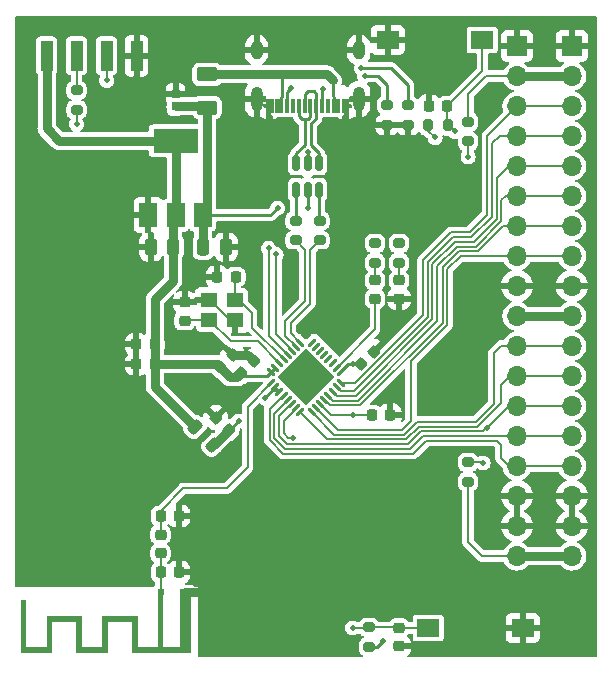
<source format=gbr>
%TF.GenerationSoftware,KiCad,Pcbnew,(6.0.5)*%
%TF.CreationDate,2022-07-08T09:53:05+08:00*%
%TF.ProjectId,ESP32C3,45535033-3243-4332-9e6b-696361645f70,rev?*%
%TF.SameCoordinates,Original*%
%TF.FileFunction,Copper,L1,Top*%
%TF.FilePolarity,Positive*%
%FSLAX46Y46*%
G04 Gerber Fmt 4.6, Leading zero omitted, Abs format (unit mm)*
G04 Created by KiCad (PCBNEW (6.0.5)) date 2022-07-08 09:53:05*
%MOMM*%
%LPD*%
G01*
G04 APERTURE LIST*
G04 Aperture macros list*
%AMRoundRect*
0 Rectangle with rounded corners*
0 $1 Rounding radius*
0 $2 $3 $4 $5 $6 $7 $8 $9 X,Y pos of 4 corners*
0 Add a 4 corners polygon primitive as box body*
4,1,4,$2,$3,$4,$5,$6,$7,$8,$9,$2,$3,0*
0 Add four circle primitives for the rounded corners*
1,1,$1+$1,$2,$3*
1,1,$1+$1,$4,$5*
1,1,$1+$1,$6,$7*
1,1,$1+$1,$8,$9*
0 Add four rect primitives between the rounded corners*
20,1,$1+$1,$2,$3,$4,$5,0*
20,1,$1+$1,$4,$5,$6,$7,0*
20,1,$1+$1,$6,$7,$8,$9,0*
20,1,$1+$1,$8,$9,$2,$3,0*%
%AMRotRect*
0 Rectangle, with rotation*
0 The origin of the aperture is its center*
0 $1 length*
0 $2 width*
0 $3 Rotation angle, in degrees counterclockwise*
0 Add horizontal line*
21,1,$1,$2,0,0,$3*%
G04 Aperture macros list end*
%TA.AperFunction,SMDPad,CuDef*%
%ADD10RoundRect,0.225000X0.225000X0.250000X-0.225000X0.250000X-0.225000X-0.250000X0.225000X-0.250000X0*%
%TD*%
%TA.AperFunction,SMDPad,CuDef*%
%ADD11RoundRect,0.200000X0.275000X-0.200000X0.275000X0.200000X-0.275000X0.200000X-0.275000X-0.200000X0*%
%TD*%
%TA.AperFunction,ComponentPad*%
%ADD12R,1.700000X1.700000*%
%TD*%
%TA.AperFunction,ComponentPad*%
%ADD13O,1.700000X1.700000*%
%TD*%
%TA.AperFunction,SMDPad,CuDef*%
%ADD14RoundRect,0.200000X-0.275000X0.200000X-0.275000X-0.200000X0.275000X-0.200000X0.275000X0.200000X0*%
%TD*%
%TA.AperFunction,SMDPad,CuDef*%
%ADD15RoundRect,0.225000X0.017678X-0.335876X0.335876X-0.017678X-0.017678X0.335876X-0.335876X0.017678X0*%
%TD*%
%TA.AperFunction,SMDPad,CuDef*%
%ADD16RoundRect,0.225000X-0.225000X-0.250000X0.225000X-0.250000X0.225000X0.250000X-0.225000X0.250000X0*%
%TD*%
%TA.AperFunction,SMDPad,CuDef*%
%ADD17R,1.900000X1.500000*%
%TD*%
%TA.AperFunction,SMDPad,CuDef*%
%ADD18RoundRect,0.200000X-0.200000X-0.275000X0.200000X-0.275000X0.200000X0.275000X-0.200000X0.275000X0*%
%TD*%
%TA.AperFunction,SMDPad,CuDef*%
%ADD19RoundRect,0.150000X-0.150000X0.512500X-0.150000X-0.512500X0.150000X-0.512500X0.150000X0.512500X0*%
%TD*%
%TA.AperFunction,SMDPad,CuDef*%
%ADD20R,0.300000X1.150000*%
%TD*%
%TA.AperFunction,ComponentPad*%
%ADD21O,1.000000X1.600000*%
%TD*%
%TA.AperFunction,ComponentPad*%
%ADD22O,1.000000X2.100000*%
%TD*%
%TA.AperFunction,SMDPad,CuDef*%
%ADD23R,1.400000X1.200000*%
%TD*%
%TA.AperFunction,SMDPad,CuDef*%
%ADD24R,0.648000X0.790000*%
%TD*%
%TA.AperFunction,SMDPad,CuDef*%
%ADD25RoundRect,0.218750X0.256250X-0.218750X0.256250X0.218750X-0.256250X0.218750X-0.256250X-0.218750X0*%
%TD*%
%TA.AperFunction,SMDPad,CuDef*%
%ADD26RoundRect,0.062500X-0.220971X-0.309359X0.309359X0.220971X0.220971X0.309359X-0.309359X-0.220971X0*%
%TD*%
%TA.AperFunction,SMDPad,CuDef*%
%ADD27RoundRect,0.062500X0.220971X-0.309359X0.309359X-0.220971X-0.220971X0.309359X-0.309359X0.220971X0*%
%TD*%
%TA.AperFunction,SMDPad,CuDef*%
%ADD28RotRect,3.450000X3.450000X45.000000*%
%TD*%
%TA.AperFunction,SMDPad,CuDef*%
%ADD29RoundRect,0.250000X0.250000X0.475000X-0.250000X0.475000X-0.250000X-0.475000X0.250000X-0.475000X0*%
%TD*%
%TA.AperFunction,SMDPad,CuDef*%
%ADD30R,1.500000X2.000000*%
%TD*%
%TA.AperFunction,SMDPad,CuDef*%
%ADD31R,3.800000X2.000000*%
%TD*%
%TA.AperFunction,SMDPad,CuDef*%
%ADD32RoundRect,0.218750X-0.424264X-0.114905X-0.114905X-0.424264X0.424264X0.114905X0.114905X0.424264X0*%
%TD*%
%TA.AperFunction,SMDPad,CuDef*%
%ADD33RoundRect,0.225000X0.250000X-0.225000X0.250000X0.225000X-0.250000X0.225000X-0.250000X-0.225000X0*%
%TD*%
%TA.AperFunction,SMDPad,CuDef*%
%ADD34R,1.000000X2.500000*%
%TD*%
%TA.AperFunction,SMDPad,CuDef*%
%ADD35RoundRect,0.225000X-0.250000X0.225000X-0.250000X-0.225000X0.250000X-0.225000X0.250000X0.225000X0*%
%TD*%
%TA.AperFunction,SMDPad,CuDef*%
%ADD36RoundRect,0.225000X0.335876X0.017678X0.017678X0.335876X-0.335876X-0.017678X-0.017678X-0.335876X0*%
%TD*%
%TA.AperFunction,SMDPad,CuDef*%
%ADD37RoundRect,0.250000X-0.625000X0.375000X-0.625000X-0.375000X0.625000X-0.375000X0.625000X0.375000X0*%
%TD*%
%TA.AperFunction,SMDPad,CuDef*%
%ADD38RoundRect,0.250000X-0.250000X-0.475000X0.250000X-0.475000X0.250000X0.475000X-0.250000X0.475000X0*%
%TD*%
%TA.AperFunction,ConnectorPad*%
%ADD39R,0.500000X0.500000*%
%TD*%
%TA.AperFunction,ComponentPad*%
%ADD40R,0.900000X0.500000*%
%TD*%
%TA.AperFunction,ViaPad*%
%ADD41C,0.499999*%
%TD*%
%TA.AperFunction,Conductor*%
%ADD42C,0.200000*%
%TD*%
%TA.AperFunction,Conductor*%
%ADD43C,0.762000*%
%TD*%
%TA.AperFunction,Conductor*%
%ADD44C,0.254000*%
%TD*%
%TA.AperFunction,Conductor*%
%ADD45C,0.152400*%
%TD*%
G04 APERTURE END LIST*
%TO.C,AE1*%
G36*
X52033000Y-84271000D02*
G01*
X52033000Y-81631000D01*
X50033000Y-81631000D01*
X50033000Y-84271000D01*
X47333000Y-84271000D01*
X47333000Y-81631000D01*
X45333000Y-81631000D01*
X45333000Y-84271000D01*
X42633000Y-84271000D01*
X42633000Y-79831000D01*
X43133000Y-79831000D01*
X43133000Y-83771000D01*
X44833000Y-83771000D01*
X44833000Y-81131000D01*
X47833000Y-81131000D01*
X47833000Y-83771000D01*
X49533000Y-83771000D01*
X49533000Y-81131000D01*
X52533000Y-81131000D01*
X52533000Y-83771000D01*
X54233000Y-83771000D01*
X54233000Y-78871000D01*
X54733000Y-78871000D01*
X54733000Y-83771000D01*
X56133000Y-83771000D01*
X56133000Y-79129158D01*
X56434778Y-79129158D01*
X56443218Y-79177417D01*
X56460112Y-79209643D01*
X56495372Y-79242313D01*
X56540682Y-79262408D01*
X56590267Y-79268982D01*
X56638353Y-79261092D01*
X56671245Y-79244186D01*
X56706185Y-79207416D01*
X56725847Y-79162622D01*
X56730583Y-79114215D01*
X56720742Y-79066605D01*
X56696674Y-79024203D01*
X56658731Y-78991419D01*
X56650819Y-78987065D01*
X56608156Y-78974957D01*
X56559637Y-78975700D01*
X56514122Y-78988600D01*
X56495511Y-78999213D01*
X56461868Y-79034447D01*
X56441309Y-79079632D01*
X56434778Y-79129158D01*
X56133000Y-79129158D01*
X56133000Y-78871000D01*
X57033000Y-78871000D01*
X57033000Y-84271000D01*
X52033000Y-84271000D01*
G37*
%TD*%
D10*
%TO.P,C15,1*%
%TO.N,BOOT*%
X78753000Y-37973000D03*
%TO.P,C15,2*%
%TO.N,GND*%
X77203000Y-37973000D03*
%TD*%
D11*
%TO.P,R4,1*%
%TO.N,Net-(R4-Pad1)*%
X47371000Y-38290000D03*
%TO.P,R4,2*%
%TO.N,/U0_TX*%
X47371000Y-36640000D03*
%TD*%
D10*
%TO.P,C3,1*%
%TO.N,Net-(C3-Pad1)*%
X60846000Y-52451000D03*
%TO.P,C3,2*%
%TO.N,GND*%
X59296000Y-52451000D03*
%TD*%
D12*
%TO.P,J4,1,Pin_1*%
%TO.N,GND*%
X89306000Y-32893000D03*
D13*
%TO.P,J4,2,Pin_2*%
%TO.N,VDD3P3_CPU*%
X89306000Y-35433000D03*
%TO.P,J4,3,Pin_3*%
%TO.N,/GPIO10*%
X89306000Y-37973000D03*
%TO.P,J4,4,Pin_4*%
%TO.N,BOOT*%
X89306000Y-40513000D03*
%TO.P,J4,5,Pin_5*%
%TO.N,/GPIO8*%
X89306000Y-43053000D03*
%TO.P,J4,6,Pin_6*%
%TO.N,/GPIO7*%
X89306000Y-45593000D03*
%TO.P,J4,7,Pin_7*%
%TO.N,/GPIO6*%
X89306000Y-48133000D03*
%TO.P,J4,8,Pin_8*%
%TO.N,/GPIO5*%
X89306000Y-50673000D03*
%TO.P,J4,9,Pin_9*%
%TO.N,GND*%
X89306000Y-53213000D03*
%TO.P,J4,10,Pin_10*%
%TO.N,VDD3P3_CPU*%
X89306000Y-55753000D03*
%TO.P,J4,11,Pin_11*%
%TO.N,/GPIO4*%
X89306000Y-58293000D03*
%TO.P,J4,12,Pin_12*%
%TO.N,/GPIO3*%
X89306000Y-60833000D03*
%TO.P,J4,13,Pin_13*%
%TO.N,/GPIO2*%
X89306000Y-63373000D03*
%TO.P,J4,14,Pin_14*%
%TO.N,/GPIO1*%
X89306000Y-65913000D03*
%TO.P,J4,15,Pin_15*%
%TO.N,/GPIO0*%
X89306000Y-68453000D03*
%TO.P,J4,16,Pin_16*%
%TO.N,GND*%
X89306000Y-70993000D03*
%TO.P,J4,17,Pin_17*%
X89306000Y-73533000D03*
%TO.P,J4,18,Pin_18*%
%TO.N,VDD3P3_CPU*%
X89306000Y-76073000D03*
%TD*%
D14*
%TO.P,R3,1*%
%TO.N,Net-(R3-Pad1)*%
X67945000Y-47689000D03*
%TO.P,R3,2*%
%TO.N,USB_DN*%
X67945000Y-49339000D03*
%TD*%
D15*
%TO.P,C10,1*%
%TO.N,VDD3P3_CPU*%
X71460992Y-59857008D03*
%TO.P,C10,2*%
%TO.N,GND*%
X72557008Y-58760992D03*
%TD*%
D16*
%TO.P,C2,1*%
%TO.N,Net-(C2-Pad1)*%
X54492000Y-72686000D03*
%TO.P,C2,2*%
%TO.N,GND*%
X56042000Y-72686000D03*
%TD*%
D11*
%TO.P,R6,1*%
%TO.N,/GPIO8*%
X80518000Y-40957000D03*
%TO.P,R6,2*%
%TO.N,VDD3P3_CPU*%
X80518000Y-39307000D03*
%TD*%
D17*
%TO.P,SW2,1,1*%
%TO.N,GND*%
X73724000Y-32385000D03*
%TO.P,SW2,2,2*%
%TO.N,BOOT*%
X81724000Y-32385000D03*
%TD*%
D14*
%TO.P,R1,1*%
%TO.N,Net-(J1-PadA5)*%
X73660000Y-37910000D03*
%TO.P,R1,2*%
%TO.N,GND*%
X73660000Y-39560000D03*
%TD*%
D18*
%TO.P,R10,1*%
%TO.N,VDD3P3_CPU*%
X77153000Y-39624000D03*
%TO.P,R10,2*%
%TO.N,BOOT*%
X78803000Y-39624000D03*
%TD*%
D19*
%TO.P,U1,1,I/O1*%
%TO.N,Net-(J1-PadA7)*%
X67879000Y-42804500D03*
%TO.P,U1,2,GND*%
%TO.N,GND*%
X66929000Y-42804500D03*
%TO.P,U1,3,I/O2*%
%TO.N,Net-(J1-PadA6)*%
X65979000Y-42804500D03*
%TO.P,U1,4,I/O2*%
%TO.N,Net-(R5-Pad1)*%
X65979000Y-45079500D03*
%TO.P,U1,5,VCC*%
%TO.N,+5V*%
X66929000Y-45079500D03*
%TO.P,U1,6,I/O1*%
%TO.N,Net-(R3-Pad1)*%
X67879000Y-45079500D03*
%TD*%
D16*
%TO.P,C9,1*%
%TO.N,VDD3P3_CPU*%
X72377000Y-64135000D03*
%TO.P,C9,2*%
%TO.N,GND*%
X73927000Y-64135000D03*
%TD*%
D15*
%TO.P,C8,1*%
%TO.N,VDD3P3_CPU*%
X61300992Y-60619008D03*
%TO.P,C8,2*%
%TO.N,GND*%
X62397008Y-59522992D03*
%TD*%
D20*
%TO.P,J1,A1,GND*%
%TO.N,GND*%
X70279000Y-37960000D03*
%TO.P,J1,A4,VBUS*%
%TO.N,Net-(F1-Pad1)*%
X69479000Y-37960000D03*
%TO.P,J1,A5,CC1*%
%TO.N,Net-(J1-PadA5)*%
X68179000Y-37960000D03*
%TO.P,J1,A6,D+*%
%TO.N,Net-(J1-PadA6)*%
X67179000Y-37960000D03*
%TO.P,J1,A7,D-*%
%TO.N,Net-(J1-PadA7)*%
X66679000Y-37960000D03*
%TO.P,J1,A8,SBU1*%
%TO.N,unconnected-(J1-PadA8)*%
X65679000Y-37960000D03*
%TO.P,J1,A9,VBUS*%
%TO.N,Net-(F1-Pad1)*%
X64379000Y-37960000D03*
%TO.P,J1,A12,GND*%
%TO.N,GND*%
X63579000Y-37960000D03*
%TO.P,J1,B1,GND*%
X63879000Y-37960000D03*
%TO.P,J1,B4,VBUS*%
%TO.N,Net-(F1-Pad1)*%
X64679000Y-37960000D03*
%TO.P,J1,B5,CC2*%
%TO.N,Net-(J1-PadB5)*%
X65179000Y-37960000D03*
%TO.P,J1,B6,D+*%
%TO.N,Net-(J1-PadA6)*%
X66179000Y-37960000D03*
%TO.P,J1,B7,D-*%
%TO.N,Net-(J1-PadA7)*%
X67679000Y-37960000D03*
%TO.P,J1,B8,SBU2*%
%TO.N,unconnected-(J1-PadB8)*%
X68679000Y-37960000D03*
%TO.P,J1,B9,VBUS*%
%TO.N,Net-(F1-Pad1)*%
X69179000Y-37960000D03*
%TO.P,J1,B12,GND*%
%TO.N,GND*%
X69979000Y-37960000D03*
D21*
%TO.P,J1,S1,SHIELD*%
X62609000Y-33215000D03*
D22*
X62609000Y-37395000D03*
X71249000Y-37395000D03*
D21*
X71249000Y-33215000D03*
%TD*%
D10*
%TO.P,C12,1*%
%TO.N,VDD3P3_CPU*%
X53988000Y-59817000D03*
%TO.P,C12,2*%
%TO.N,GND*%
X52438000Y-59817000D03*
%TD*%
%TO.P,C11,1*%
%TO.N,VDD3P3_CPU*%
X53988000Y-58166000D03*
%TO.P,C11,2*%
%TO.N,GND*%
X52438000Y-58166000D03*
%TD*%
D23*
%TO.P,U2,1*%
%TO.N,Net-(C3-Pad1)*%
X60790000Y-54395000D03*
%TO.P,U2,2*%
%TO.N,GND*%
X58590000Y-54395000D03*
%TO.P,U2,3*%
%TO.N,Net-(C4-Pad1)*%
X58590000Y-56095000D03*
%TO.P,U2,4*%
%TO.N,GND*%
X60790000Y-56095000D03*
%TD*%
D12*
%TO.P,J3,1,Pin_1*%
%TO.N,GND*%
X84656000Y-32893000D03*
D13*
%TO.P,J3,2,Pin_2*%
%TO.N,VDD3P3_CPU*%
X84656000Y-35433000D03*
%TO.P,J3,3,Pin_3*%
%TO.N,/GPIO10*%
X84656000Y-37973000D03*
%TO.P,J3,4,Pin_4*%
%TO.N,BOOT*%
X84656000Y-40513000D03*
%TO.P,J3,5,Pin_5*%
%TO.N,/GPIO8*%
X84656000Y-43053000D03*
%TO.P,J3,6,Pin_6*%
%TO.N,/GPIO7*%
X84656000Y-45593000D03*
%TO.P,J3,7,Pin_7*%
%TO.N,/GPIO6*%
X84656000Y-48133000D03*
%TO.P,J3,8,Pin_8*%
%TO.N,/GPIO5*%
X84656000Y-50673000D03*
%TO.P,J3,9,Pin_9*%
%TO.N,GND*%
X84656000Y-53213000D03*
%TO.P,J3,10,Pin_10*%
%TO.N,VDD3P3_CPU*%
X84656000Y-55753000D03*
%TO.P,J3,11,Pin_11*%
%TO.N,/GPIO4*%
X84656000Y-58293000D03*
%TO.P,J3,12,Pin_12*%
%TO.N,/GPIO3*%
X84656000Y-60833000D03*
%TO.P,J3,13,Pin_13*%
%TO.N,/GPIO2*%
X84656000Y-63373000D03*
%TO.P,J3,14,Pin_14*%
%TO.N,/GPIO1*%
X84656000Y-65913000D03*
%TO.P,J3,15,Pin_15*%
%TO.N,/GPIO0*%
X84656000Y-68453000D03*
%TO.P,J3,16,Pin_16*%
%TO.N,GND*%
X84656000Y-70993000D03*
%TO.P,J3,17,Pin_17*%
X84656000Y-73533000D03*
%TO.P,J3,18,Pin_18*%
%TO.N,VDD3P3_CPU*%
X84656000Y-76073000D03*
%TD*%
D14*
%TO.P,R2,1*%
%TO.N,Net-(J1-PadB5)*%
X75438000Y-37910000D03*
%TO.P,R2,2*%
%TO.N,GND*%
X75438000Y-39560000D03*
%TD*%
D24*
%TO.P,D1,1,A1*%
%TO.N,GND*%
X55753000Y-36920000D03*
%TO.P,D1,2,A2*%
%TO.N,+5V*%
X55753000Y-38010000D03*
%TD*%
D25*
%TO.P,D2,1,K*%
%TO.N,GND*%
X74676000Y-54293500D03*
%TO.P,D2,2,A*%
%TO.N,Net-(D2-Pad2)*%
X74676000Y-52718500D03*
%TD*%
D26*
%TO.P,U3,1,LNA_IN*%
%TO.N,Net-(C2-Pad1)*%
X63840990Y-61446136D03*
%TO.P,U3,2,VDD3P3*%
%TO.N,VDD3P3*%
X64194544Y-61799689D03*
%TO.P,U3,3,VDD3P3*%
X64548097Y-62153243D03*
%TO.P,U3,4,XTAL_32K_P/ADC1_CH0*%
%TO.N,/GPIO0*%
X64901651Y-62506796D03*
%TO.P,U3,5,XTAL_32K_N/ADC1_CH1*%
%TO.N,/GPIO1*%
X65255204Y-62860349D03*
%TO.P,U3,6,GPIO2/ADC1_CH2*%
%TO.N,/GPIO2*%
X65608757Y-63213903D03*
%TO.P,U3,7,CHIP_EN*%
%TO.N,EN*%
X65962311Y-63567456D03*
%TO.P,U3,8,GPIO3/ADC1_CH3*%
%TO.N,/GPIO3*%
X66315864Y-63921010D03*
D27*
%TO.P,U3,9,MTMS/GPIO4/ADC1_CH4*%
%TO.N,/GPIO4*%
X67288136Y-63921010D03*
%TO.P,U3,10,MTDI/GPIO5/ADC2_CH0*%
%TO.N,/GPIO5*%
X67641689Y-63567456D03*
%TO.P,U3,11,VDD3P3_RTC*%
%TO.N,VDD3P3_CPU*%
X67995243Y-63213903D03*
%TO.P,U3,12,MTCK/GPIO6*%
%TO.N,/GPIO6*%
X68348796Y-62860349D03*
%TO.P,U3,13,MTDO/GPIO7*%
%TO.N,/GPIO7*%
X68702349Y-62506796D03*
%TO.P,U3,14,GPIO8*%
%TO.N,/GPIO8*%
X69055903Y-62153243D03*
%TO.P,U3,15,GPIO9/BOOT*%
%TO.N,BOOT*%
X69409456Y-61799689D03*
%TO.P,U3,16,GPIO10*%
%TO.N,/GPIO10*%
X69763010Y-61446136D03*
D26*
%TO.P,U3,17,VDD3P3_CPU*%
%TO.N,VDD3P3_CPU*%
X69763010Y-60473864D03*
%TO.P,U3,18,VDD_SPI/GPIO11*%
%TO.N,/GPIO11*%
X69409456Y-60120311D03*
%TO.P,U3,19,SPIHD/GPIO12*%
%TO.N,unconnected-(U3-Pad19)*%
X69055903Y-59766757D03*
%TO.P,U3,20,SPIWP/GPIO13*%
%TO.N,unconnected-(U3-Pad20)*%
X68702349Y-59413204D03*
%TO.P,U3,21,SPICS0/GPIO14*%
%TO.N,unconnected-(U3-Pad21)*%
X68348796Y-59059651D03*
%TO.P,U3,22,SPICLK/GPIO15*%
%TO.N,unconnected-(U3-Pad22)*%
X67995243Y-58706097D03*
%TO.P,U3,23,SPID/GPIO16*%
%TO.N,unconnected-(U3-Pad23)*%
X67641689Y-58352544D03*
%TO.P,U3,24,SPIQ/GPIO17*%
%TO.N,unconnected-(U3-Pad24)*%
X67288136Y-57998990D03*
D27*
%TO.P,U3,25,GPIO18/USB_D-*%
%TO.N,USB_DN*%
X66315864Y-57998990D03*
%TO.P,U3,26,GPIO19/USB_D+*%
%TO.N,USB_DP*%
X65962311Y-58352544D03*
%TO.P,U3,27,U0RXD/GPIO20*%
%TO.N,/U0_RX*%
X65608757Y-58706097D03*
%TO.P,U3,28,U0TXD/GPIO21*%
%TO.N,Net-(R4-Pad1)*%
X65255204Y-59059651D03*
%TO.P,U3,29,XTAL_N*%
%TO.N,Net-(C3-Pad1)*%
X64901651Y-59413204D03*
%TO.P,U3,30,XTAL_P*%
%TO.N,Net-(C4-Pad1)*%
X64548097Y-59766757D03*
%TO.P,U3,31,VDDA*%
%TO.N,VDD3P3_CPU*%
X64194544Y-60120311D03*
%TO.P,U3,32,VDDA*%
X63840990Y-60473864D03*
D28*
%TO.P,U3,33,GND*%
%TO.N,GND*%
X66802000Y-60960000D03*
%TD*%
D29*
%TO.P,C6,1*%
%TO.N,VDD3P3_CPU*%
X55560000Y-49911000D03*
%TO.P,C6,2*%
%TO.N,GND*%
X53660000Y-49911000D03*
%TD*%
D30*
%TO.P,U4,1,GND*%
%TO.N,GND*%
X53453000Y-47219000D03*
D31*
%TO.P,U4,2,VO*%
%TO.N,VDD3P3_CPU*%
X55753000Y-40919000D03*
D30*
X55753000Y-47219000D03*
%TO.P,U4,3,VI*%
%TO.N,+5V*%
X58053000Y-47219000D03*
%TD*%
D14*
%TO.P,R8,1*%
%TO.N,VDD3P3_CPU*%
X74676000Y-49594000D03*
%TO.P,R8,2*%
%TO.N,Net-(D2-Pad2)*%
X74676000Y-51244000D03*
%TD*%
%TO.P,R7,1*%
%TO.N,/GPIO2*%
X80518000Y-68136000D03*
%TO.P,R7,2*%
%TO.N,VDD3P3_CPU*%
X80518000Y-69786000D03*
%TD*%
D32*
%TO.P,L2,1*%
%TO.N,VDD3P3_CPU*%
X57414699Y-65161699D03*
%TO.P,L2,2*%
%TO.N,VDD3P3*%
X58917301Y-66664301D03*
%TD*%
D33*
%TO.P,C4,1*%
%TO.N,Net-(C4-Pad1)*%
X56515000Y-56147000D03*
%TO.P,C4,2*%
%TO.N,GND*%
X56515000Y-54597000D03*
%TD*%
D34*
%TO.P,J2,1,Pin_1*%
%TO.N,VDD3P3_CPU*%
X44831000Y-33719000D03*
%TO.P,J2,2,Pin_2*%
%TO.N,/U0_TX*%
X47371000Y-33719000D03*
%TO.P,J2,3,Pin_3*%
%TO.N,/U0_RX*%
X49911000Y-33719000D03*
%TO.P,J2,4,Pin_4*%
%TO.N,GND*%
X52451000Y-33719000D03*
%TD*%
D35*
%TO.P,C14,1*%
%TO.N,EN*%
X74676000Y-82156000D03*
%TO.P,C14,2*%
%TO.N,GND*%
X74676000Y-83706000D03*
%TD*%
D15*
%TO.P,C7,1*%
%TO.N,VDD3P3_CPU*%
X59522992Y-60111008D03*
%TO.P,C7,2*%
%TO.N,GND*%
X60619008Y-59014992D03*
%TD*%
D36*
%TO.P,C13,1*%
%TO.N,VDD3P3*%
X60238008Y-65445008D03*
%TO.P,C13,2*%
%TO.N,GND*%
X59141992Y-64348992D03*
%TD*%
D16*
%TO.P,C1,1*%
%TO.N,Net-(AE1-Pad1)*%
X54492000Y-77444500D03*
%TO.P,C1,2*%
%TO.N,GND*%
X56042000Y-77444500D03*
%TD*%
D37*
%TO.P,F1,1*%
%TO.N,Net-(F1-Pad1)*%
X58420000Y-35303000D03*
%TO.P,F1,2*%
%TO.N,+5V*%
X58420000Y-38103000D03*
%TD*%
D38*
%TO.P,C5,1*%
%TO.N,+5V*%
X58105000Y-49911000D03*
%TO.P,C5,2*%
%TO.N,GND*%
X60005000Y-49911000D03*
%TD*%
D39*
%TO.P,AE1,1,FEED*%
%TO.N,Net-(AE1-Pad1)*%
X54483000Y-79121000D03*
D40*
%TO.P,AE1,2,PCB_Trace*%
%TO.N,GND*%
X56583000Y-79121000D03*
%TD*%
D25*
%TO.P,L1,1*%
%TO.N,Net-(AE1-Pad1)*%
X54483000Y-75844500D03*
%TO.P,L1,2*%
%TO.N,Net-(C2-Pad1)*%
X54483000Y-74269500D03*
%TD*%
D17*
%TO.P,SW1,1,1*%
%TO.N,GND*%
X85153000Y-82169000D03*
%TO.P,SW1,2,2*%
%TO.N,EN*%
X77153000Y-82169000D03*
%TD*%
D11*
%TO.P,R9,1*%
%TO.N,VDD3P3_CPU*%
X72136000Y-83756000D03*
%TO.P,R9,2*%
%TO.N,EN*%
X72136000Y-82106000D03*
%TD*%
D14*
%TO.P,R5,1*%
%TO.N,Net-(R5-Pad1)*%
X65913000Y-47689000D03*
%TO.P,R5,2*%
%TO.N,USB_DP*%
X65913000Y-49339000D03*
%TD*%
D25*
%TO.P,D3,1,K*%
%TO.N,/GPIO11*%
X72644000Y-54293500D03*
%TO.P,D3,2,A*%
%TO.N,Net-(D3-Pad2)*%
X72644000Y-52718500D03*
%TD*%
D14*
%TO.P,R11,1*%
%TO.N,VDD3P3_CPU*%
X72644000Y-49594000D03*
%TO.P,R11,2*%
%TO.N,Net-(D3-Pad2)*%
X72644000Y-51244000D03*
%TD*%
D41*
%TO.N,GND*%
X66802000Y-60960000D03*
X66929000Y-41836293D03*
X67183000Y-60579000D03*
X66421000Y-62103000D03*
X65659000Y-60579000D03*
X67945000Y-61341000D03*
X66040000Y-60198000D03*
X66040000Y-61722000D03*
X67183000Y-62103000D03*
X56642000Y-61341000D03*
X66421000Y-59817000D03*
X66802000Y-60198000D03*
X66802000Y-59436000D03*
X66421000Y-60579000D03*
X65659000Y-61341000D03*
X67945000Y-60579000D03*
X67564000Y-60198000D03*
X74422000Y-62103000D03*
X68326000Y-60960000D03*
X66040000Y-60960000D03*
X61595000Y-48641000D03*
X67183000Y-61341000D03*
X66421000Y-61341000D03*
X67564000Y-60960000D03*
X66802000Y-62484000D03*
X66802000Y-61722000D03*
X67183000Y-59817000D03*
X65278000Y-60960000D03*
X58420000Y-58039000D03*
X67564000Y-61722000D03*
%TO.N,+5V*%
X66929000Y-46609000D03*
X64389000Y-46609000D03*
%TO.N,VDD3P3_CPU*%
X70739000Y-59817000D03*
X77724000Y-40640000D03*
X70739000Y-64135000D03*
X73279000Y-83312000D03*
X55560000Y-51628000D03*
%TO.N,VDD3P3*%
X63349618Y-62714618D03*
X61087000Y-64643000D03*
%TO.N,EN*%
X65659000Y-66054060D03*
X70739000Y-82169000D03*
%TO.N,BOOT*%
X79375000Y-40132000D03*
%TO.N,/U0_RX*%
X49911000Y-35814000D03*
X64262000Y-50546000D03*
%TO.N,Net-(J1-PadA5)*%
X68199000Y-36576000D03*
X71755000Y-35433000D03*
%TO.N,Net-(J1-PadB5)*%
X71495212Y-34783530D03*
X65532000Y-36449000D03*
%TO.N,Net-(R4-Pad1)*%
X47371000Y-39497000D03*
X63627000Y-50038000D03*
%TO.N,/GPIO8*%
X80518000Y-42291000D03*
%TO.N,/GPIO2*%
X82105500Y-65214500D03*
X81788000Y-68199000D03*
%TD*%
D42*
%TO.N,Net-(AE1-Pad1)*%
X54483000Y-77453500D02*
X54492000Y-77444500D01*
X54492000Y-75853500D02*
X54483000Y-75844500D01*
X54492000Y-77444500D02*
X54492000Y-75853500D01*
X54483000Y-79121000D02*
X54483000Y-77453500D01*
D43*
%TO.N,GND*%
X60619008Y-59014992D02*
X61889008Y-59014992D01*
D42*
X60390000Y-56095000D02*
X60790000Y-56095000D01*
D43*
X61889008Y-59014992D02*
X62397008Y-59522992D01*
D42*
X58590000Y-54395000D02*
X58690000Y-54395000D01*
D43*
X56583000Y-79121000D02*
X58801000Y-79121000D01*
D42*
X58690000Y-54395000D02*
X60390000Y-56095000D01*
D44*
X66929000Y-42804500D02*
X66929000Y-41836293D01*
D42*
%TO.N,Net-(C2-Pad1)*%
X61849000Y-63438126D02*
X61849000Y-68580000D01*
X54492000Y-72686000D02*
X54492000Y-74260500D01*
X61849000Y-68580000D02*
X60071000Y-70358000D01*
X63840990Y-61446136D02*
X61849000Y-63438126D01*
X60071000Y-70358000D02*
X56388000Y-70358000D01*
X56388000Y-70358000D02*
X54492000Y-72254000D01*
X54492000Y-74260500D02*
X54483000Y-74269500D01*
X54492000Y-72254000D02*
X54492000Y-72686000D01*
D45*
%TO.N,Net-(C3-Pad1)*%
X64901651Y-59413204D02*
X62230000Y-56741553D01*
D42*
X60790000Y-52507000D02*
X60846000Y-52451000D01*
X60790000Y-54395000D02*
X60790000Y-52507000D01*
D45*
X62230000Y-55499000D02*
X61126000Y-54395000D01*
X61126000Y-54395000D02*
X60790000Y-54395000D01*
X62230000Y-56741553D02*
X62230000Y-55499000D01*
%TO.N,Net-(C4-Pad1)*%
X56567000Y-56095000D02*
X56515000Y-56147000D01*
X58590000Y-56095000D02*
X56567000Y-56095000D01*
X62693340Y-57912000D02*
X60407000Y-57912000D01*
X64548097Y-59766757D02*
X62693340Y-57912000D01*
X60407000Y-57912000D02*
X58590000Y-56095000D01*
D43*
%TO.N,+5V*%
X58053000Y-47219000D02*
X58053000Y-49859000D01*
X58420000Y-38103000D02*
X58420000Y-46852000D01*
X58053000Y-49859000D02*
X58105000Y-49911000D01*
D44*
X58053000Y-47219000D02*
X63779000Y-47219000D01*
X63779000Y-47219000D02*
X64389000Y-46609000D01*
D43*
X58327000Y-38010000D02*
X58420000Y-38103000D01*
X58420000Y-46852000D02*
X58053000Y-47219000D01*
D44*
X66929000Y-46609000D02*
X66929000Y-45079500D01*
D43*
X55753000Y-38010000D02*
X58327000Y-38010000D01*
D44*
%TO.N,VDD3P3_CPU*%
X72136000Y-83756000D02*
X72835000Y-83756000D01*
X64194544Y-60120311D02*
X64194543Y-60120311D01*
D43*
X45872000Y-40919000D02*
X55753000Y-40919000D01*
X53988000Y-58166000D02*
X53988000Y-59817000D01*
X61300992Y-60619008D02*
X60960000Y-60960000D01*
D44*
X64194543Y-60120311D02*
X63840990Y-60473864D01*
D42*
X80518000Y-39307000D02*
X80518000Y-36957000D01*
D44*
X69763010Y-60473864D02*
X69763010Y-60411990D01*
D42*
X81661000Y-76073000D02*
X80518000Y-74930000D01*
D43*
X84656000Y-55753000D02*
X89306000Y-55753000D01*
D44*
X71420984Y-59817000D02*
X71460992Y-59857008D01*
X61300992Y-60619008D02*
X61514984Y-60833000D01*
D43*
X84656000Y-76073000D02*
X89306000Y-76073000D01*
X60371984Y-60960000D02*
X59522992Y-60111008D01*
X84656000Y-35433000D02*
X89306000Y-35433000D01*
D44*
X63481854Y-60833000D02*
X63840990Y-60473864D01*
D43*
X53988000Y-54343000D02*
X55560000Y-52771000D01*
X44831000Y-33719000D02*
X44831000Y-39878000D01*
X55560000Y-52771000D02*
X55560000Y-51628000D01*
X53988000Y-61735000D02*
X57414699Y-65161699D01*
X44831000Y-39878000D02*
X45872000Y-40919000D01*
D44*
X72835000Y-83756000D02*
X73279000Y-83312000D01*
D42*
X67995243Y-63213903D02*
X68916340Y-64135000D01*
D43*
X55560000Y-49911000D02*
X55560000Y-47412000D01*
X55560000Y-47412000D02*
X55753000Y-47219000D01*
X55753000Y-40919000D02*
X55753000Y-47219000D01*
D44*
X70739000Y-59817000D02*
X71420984Y-59817000D01*
D42*
X84656000Y-76073000D02*
X81661000Y-76073000D01*
X77153000Y-39624000D02*
X77153000Y-40069000D01*
X70739000Y-64135000D02*
X72377000Y-64135000D01*
D43*
X59228984Y-59817000D02*
X59522992Y-60111008D01*
X55560000Y-51628000D02*
X55560000Y-49911000D01*
X53988000Y-58166000D02*
X53988000Y-54343000D01*
D44*
X69763010Y-60411990D02*
X70358000Y-59817000D01*
X61514984Y-60833000D02*
X63481854Y-60833000D01*
D43*
X53988000Y-59817000D02*
X59228984Y-59817000D01*
D42*
X77153000Y-40069000D02*
X77724000Y-40640000D01*
X80518000Y-36957000D02*
X82042000Y-35433000D01*
D44*
X70358000Y-59817000D02*
X70739000Y-59817000D01*
D42*
X68916340Y-64135000D02*
X70739000Y-64135000D01*
X82042000Y-35433000D02*
X84656000Y-35433000D01*
X80518000Y-74930000D02*
X80518000Y-69786000D01*
D43*
X60960000Y-60960000D02*
X60371984Y-60960000D01*
X53988000Y-59817000D02*
X53988000Y-61735000D01*
D44*
%TO.N,VDD3P3*%
X64194544Y-61799689D02*
X64194544Y-61799690D01*
X60284992Y-65445008D02*
X61087000Y-64643000D01*
X63349618Y-62714618D02*
X63349618Y-62634382D01*
X64379927Y-61985073D02*
X64548097Y-62153243D01*
X60238008Y-65445008D02*
X60284992Y-65445008D01*
X64194544Y-61799690D02*
X64379927Y-61985073D01*
D43*
X58917301Y-66664301D02*
X59018715Y-66664301D01*
D44*
X63349618Y-62634382D02*
X63998927Y-61985073D01*
X60238008Y-65445008D02*
X60367332Y-65445008D01*
X63998927Y-61985073D02*
X64379927Y-61985073D01*
D43*
X59018715Y-66664301D02*
X60238008Y-65445008D01*
D42*
%TO.N,EN*%
X64915520Y-65659000D02*
X64915520Y-65677520D01*
X72073000Y-82169000D02*
X72136000Y-82106000D01*
X70739000Y-82169000D02*
X72073000Y-82169000D01*
X65962311Y-63567456D02*
X65962311Y-63592799D01*
X74626000Y-82106000D02*
X74676000Y-82156000D01*
X74689000Y-82169000D02*
X74676000Y-82156000D01*
X64915520Y-64639590D02*
X64915520Y-65659000D01*
X77153000Y-82169000D02*
X74689000Y-82169000D01*
X65292060Y-66054060D02*
X65659000Y-66054060D01*
X72136000Y-82106000D02*
X74626000Y-82106000D01*
X65285555Y-64269555D02*
X64915520Y-64639590D01*
X65962311Y-63592799D02*
X65285555Y-64269555D01*
X64915520Y-65677520D02*
X65292060Y-66054060D01*
%TO.N,BOOT*%
X81724000Y-35002000D02*
X78753000Y-37973000D01*
X82550000Y-41148000D02*
X83185000Y-40513000D01*
X70860829Y-62117515D02*
X77107520Y-55870824D01*
X77107520Y-55870824D02*
X77107522Y-51188454D01*
X81724000Y-32385000D02*
X81724000Y-35002000D01*
X78867000Y-39624000D02*
X79375000Y-40132000D01*
X79221056Y-49074920D02*
X80810487Y-49074920D01*
X78803000Y-39624000D02*
X78867000Y-39624000D01*
X77107522Y-51188454D02*
X79221056Y-49074920D01*
X82550000Y-47335407D02*
X82550000Y-41148000D01*
X69727282Y-62117515D02*
X70860829Y-62117515D01*
X69409456Y-61799689D02*
X69727282Y-62117515D01*
X84656000Y-40513000D02*
X89306000Y-40513000D01*
X80810487Y-49074920D02*
X82550000Y-47335407D01*
X78753000Y-39574000D02*
X78803000Y-39624000D01*
X78753000Y-37973000D02*
X78753000Y-39574000D01*
X83185000Y-40513000D02*
X84656000Y-40513000D01*
D45*
%TO.N,Net-(D2-Pad2)*%
X74676000Y-52718487D02*
X74676000Y-51243992D01*
D44*
%TO.N,Net-(F1-Pad1)*%
X69088000Y-37156102D02*
X69088000Y-35814000D01*
X65024000Y-35433000D02*
X65154000Y-35303000D01*
X64679000Y-37247102D02*
X64740521Y-37185581D01*
X64679000Y-37960000D02*
X64679000Y-37247102D01*
D43*
X58420000Y-35303000D02*
X65154000Y-35303000D01*
D44*
X64740521Y-35397521D02*
X64646000Y-35303000D01*
D43*
X65154000Y-35303000D02*
X67234898Y-35303000D01*
D44*
X64740521Y-37185581D02*
X64740521Y-35397521D01*
X69179000Y-37960000D02*
X69179000Y-37247102D01*
D43*
X68577000Y-35303000D02*
X69088000Y-35814000D01*
X67234898Y-35303000D02*
X68577000Y-35303000D01*
D44*
X69179000Y-37247102D02*
X69088000Y-37156102D01*
D45*
%TO.N,/U0_TX*%
X47371000Y-36640008D02*
X47371000Y-33719008D01*
D42*
%TO.N,/U0_RX*%
X49911000Y-35814000D02*
X49911000Y-33719000D01*
X65608757Y-58599352D02*
X64262000Y-57252595D01*
X64262000Y-57252595D02*
X64262000Y-50546000D01*
X65608757Y-58706097D02*
X65608757Y-58599352D01*
D44*
%TO.N,Net-(J1-PadA5)*%
X68179000Y-36596000D02*
X68199000Y-36576000D01*
X72898000Y-35433000D02*
X73660000Y-36195000D01*
X68179000Y-37960000D02*
X68179000Y-36596000D01*
X73660000Y-36195000D02*
X73660000Y-37910000D01*
X71755000Y-35433000D02*
X72898000Y-35433000D01*
%TO.N,Net-(J1-PadB5)*%
X75438000Y-36195000D02*
X75438000Y-37910000D01*
X65194041Y-37944959D02*
X65194041Y-36786959D01*
X65194041Y-36786959D02*
X65532000Y-36449000D01*
X71495212Y-34783530D02*
X74026530Y-34783530D01*
X74026530Y-34783530D02*
X75438000Y-36195000D01*
X65179000Y-37960000D02*
X65194041Y-37944959D01*
%TO.N,Net-(R3-Pad1)*%
X67879000Y-47623000D02*
X67945000Y-47689000D01*
X67879000Y-45079500D02*
X67879000Y-47623000D01*
D45*
%TO.N,USB_DN*%
X65503000Y-56354200D02*
X65503000Y-57221480D01*
X66280510Y-57998990D02*
X66315864Y-57998990D01*
X65503000Y-57221480D02*
X66280510Y-57998990D01*
X67154001Y-50129999D02*
X67154001Y-54703199D01*
X67945000Y-49339000D02*
X67154001Y-50129999D01*
X67154001Y-54703199D02*
X65503000Y-56354200D01*
D42*
%TO.N,Net-(R4-Pad1)*%
X47371000Y-39497000D02*
X47371000Y-38290000D01*
X63627000Y-57431447D02*
X63627000Y-50038000D01*
X65255204Y-59059651D02*
X63627000Y-57431447D01*
D44*
%TO.N,Net-(R5-Pad1)*%
X65979000Y-45079500D02*
X65979000Y-47623000D01*
X65979000Y-47623000D02*
X65913000Y-47689000D01*
D45*
%TO.N,USB_DP*%
X65053000Y-56167800D02*
X65053000Y-57407878D01*
X65053000Y-57407878D02*
X65962311Y-58317189D01*
X66703999Y-50129999D02*
X66703999Y-54516801D01*
X65913000Y-49339000D02*
X66703999Y-50129999D01*
X66703999Y-54516801D02*
X65053000Y-56167800D01*
X65962311Y-58317189D02*
X65962311Y-58352544D01*
D42*
%TO.N,/GPIO8*%
X69419694Y-62517034D02*
X71026316Y-62517034D01*
X83947000Y-43053000D02*
X84656000Y-43053000D01*
X84656000Y-43053000D02*
X89306000Y-43053000D01*
X77507040Y-56036310D02*
X77507041Y-51353941D01*
X80518000Y-40957000D02*
X80518000Y-42291000D01*
X69055903Y-62153243D02*
X69419694Y-62517034D01*
X71026316Y-62517034D02*
X77507040Y-56036310D01*
X82949520Y-44050480D02*
X83947000Y-43053000D01*
X77507041Y-51353941D02*
X79386542Y-49474440D01*
X81006034Y-49474440D02*
X82949520Y-47530954D01*
X82949520Y-47530954D02*
X82949520Y-44050480D01*
X79386542Y-49474440D02*
X81006034Y-49474440D01*
%TO.N,/GPIO2*%
X81806520Y-65513480D02*
X82105500Y-65214500D01*
X83947000Y-63373000D02*
X84656000Y-63373000D01*
X81725000Y-68136000D02*
X81788000Y-68199000D01*
X64516000Y-65913000D02*
X65206559Y-66603559D01*
X64516000Y-64262000D02*
X64516000Y-65913000D01*
X65608757Y-63213903D02*
X65564097Y-63213903D01*
X84656000Y-63373000D02*
X89306000Y-63373000D01*
X82105500Y-65214500D02*
X83947000Y-63373000D01*
X65206559Y-66603559D02*
X75452435Y-66603559D01*
X75452435Y-66603559D02*
X76542514Y-65513480D01*
X65564097Y-63213903D02*
X64516000Y-64262000D01*
X76542514Y-65513480D02*
X81806520Y-65513480D01*
X80518000Y-68136000D02*
X81725000Y-68136000D01*
D44*
%TO.N,Net-(J1-PadA7)*%
X66929000Y-36703000D02*
X67437000Y-36703000D01*
X67679000Y-37960000D02*
X67679000Y-39007374D01*
X67879000Y-41971000D02*
X67879000Y-42804500D01*
X67437000Y-36703000D02*
X67679000Y-36945000D01*
X66679000Y-36953000D02*
X66929000Y-36703000D01*
X67186187Y-39500187D02*
X67186187Y-41278187D01*
X66679000Y-37960000D02*
X66679000Y-36953000D01*
X67679000Y-36945000D02*
X67679000Y-37960000D01*
X67679000Y-39007374D02*
X67186187Y-39500187D01*
X67186187Y-41278187D02*
X67879000Y-41971000D01*
%TO.N,Net-(J1-PadA6)*%
X66179000Y-38838022D02*
X66456978Y-39116000D01*
X66675000Y-39116000D02*
X66675000Y-41275000D01*
X66456978Y-39116000D02*
X66675000Y-39116000D01*
X67179000Y-38866000D02*
X67179000Y-37960000D01*
X65979000Y-41971000D02*
X65979000Y-42804500D01*
X66675000Y-41275000D02*
X65979000Y-41971000D01*
X66929000Y-39116000D02*
X67179000Y-38866000D01*
X66179000Y-37960000D02*
X66179000Y-38838022D01*
X66675000Y-39116000D02*
X66929000Y-39116000D01*
D42*
%TO.N,/GPIO0*%
X75871922Y-67402598D02*
X76962000Y-66312520D01*
X63716961Y-66243973D02*
X64875586Y-67402598D01*
X82931000Y-66312520D02*
X83312000Y-66693520D01*
X76962000Y-66312520D02*
X82931000Y-66312520D01*
X83312000Y-66693520D02*
X83312000Y-67818000D01*
X64875586Y-67402598D02*
X75871922Y-67402598D01*
X64874204Y-62506796D02*
X63716961Y-63664039D01*
X63716961Y-63664039D02*
X63716961Y-66243973D01*
X83947000Y-68453000D02*
X84656000Y-68453000D01*
X64901651Y-62506796D02*
X64874204Y-62506796D01*
X83312000Y-67818000D02*
X83947000Y-68453000D01*
X84656000Y-68453000D02*
X89306000Y-68453000D01*
%TO.N,/GPIO1*%
X65041072Y-67003078D02*
X75617922Y-67003078D01*
X84656000Y-65913000D02*
X89306000Y-65913000D01*
X65255204Y-62887796D02*
X64116480Y-64026520D01*
X75617922Y-67003078D02*
X76708000Y-65913000D01*
X64116480Y-64026520D02*
X64116480Y-66078486D01*
X65255204Y-62860349D02*
X65255204Y-62887796D01*
X76708000Y-65913000D02*
X84656000Y-65913000D01*
X64116480Y-66078486D02*
X65041072Y-67003078D01*
%TO.N,/GPIO3*%
X75260973Y-66204039D02*
X76351052Y-65113960D01*
X66315864Y-63921010D02*
X68598894Y-66204040D01*
X68598894Y-66204040D02*
X75260973Y-66204039D01*
X81318487Y-65113959D02*
X83312000Y-63120446D01*
X83312000Y-61595000D02*
X84074000Y-60833000D01*
X83312000Y-63120446D02*
X83312000Y-61595000D01*
X84074000Y-60833000D02*
X84656000Y-60833000D01*
X76351052Y-65113960D02*
X81318487Y-65113959D01*
X84656000Y-60833000D02*
X89306000Y-60833000D01*
%TO.N,/GPIO4*%
X67288136Y-63921010D02*
X69171646Y-65804520D01*
X75095486Y-65804520D02*
X76185566Y-64714440D01*
X82677000Y-63190440D02*
X82677000Y-58928000D01*
X76185566Y-64714440D02*
X81153000Y-64714440D01*
X69171646Y-65804520D02*
X75095486Y-65804520D01*
X81153000Y-64714440D02*
X82677000Y-63190440D01*
X84656000Y-58293000D02*
X89306000Y-58293000D01*
X83312000Y-58293000D02*
X84656000Y-58293000D01*
X82677000Y-58928000D02*
X83312000Y-58293000D01*
%TO.N,/GPIO5*%
X84656000Y-50673000D02*
X89306000Y-50673000D01*
X75692000Y-64643000D02*
X74930000Y-65405000D01*
X75692000Y-59563000D02*
X75692000Y-64643000D01*
X69479233Y-65405000D02*
X67641689Y-63567456D01*
X78758520Y-51797480D02*
X78758519Y-56496481D01*
X78758519Y-56496481D02*
X75692000Y-59563000D01*
X74930000Y-65405000D02*
X69479233Y-65405000D01*
X84656000Y-50673000D02*
X79883000Y-50673000D01*
X79883000Y-50673000D02*
X78758520Y-51797480D01*
%TO.N,/GPIO6*%
X79717514Y-50273480D02*
X81337007Y-50273479D01*
X81337007Y-50273479D02*
X83477486Y-48133000D01*
X78358999Y-56314363D02*
X78359001Y-51631993D01*
X69277593Y-63316072D02*
X71357290Y-63316072D01*
X71357290Y-63316072D02*
X78358999Y-56314363D01*
X78359001Y-51631993D02*
X79717514Y-50273480D01*
X68804520Y-63316073D02*
X69277593Y-63316072D01*
X68348796Y-62860349D02*
X68804520Y-63316073D01*
X84656000Y-48133000D02*
X89306000Y-48133000D01*
X83477486Y-48133000D02*
X84656000Y-48133000D01*
%TO.N,/GPIO7*%
X79552028Y-49873960D02*
X81171521Y-49873959D01*
X68702349Y-62506796D02*
X69112106Y-62916553D01*
X83349040Y-45936960D02*
X83693000Y-45593000D01*
X71191803Y-62916553D02*
X77906560Y-56201796D01*
X77906560Y-56201796D02*
X77906560Y-51519428D01*
X69112106Y-62916553D02*
X71191803Y-62916553D01*
X77906560Y-51519428D02*
X79552028Y-49873960D01*
X83349040Y-47696440D02*
X83349040Y-45936960D01*
X81171521Y-49873959D02*
X83349040Y-47696440D01*
X84656000Y-45593000D02*
X89306000Y-45593000D01*
X83693000Y-45593000D02*
X84656000Y-45593000D01*
%TO.N,/GPIO10*%
X82150480Y-47169921D02*
X82150480Y-40478520D01*
X76708000Y-55705338D02*
X76708000Y-51022970D01*
X79055570Y-48675400D02*
X80645001Y-48675400D01*
X82150480Y-40478520D02*
X84656000Y-37973000D01*
X80645001Y-48675400D02*
X82150480Y-47169921D01*
X76708000Y-51022970D02*
X79055570Y-48675400D01*
X70967202Y-61446136D02*
X76708000Y-55705338D01*
X69763010Y-61446136D02*
X70967202Y-61446136D01*
X84656000Y-37973000D02*
X89306000Y-37973000D01*
D45*
%TO.N,/GPIO11*%
X72644000Y-56885767D02*
X72644000Y-54293500D01*
X69409456Y-60120311D02*
X72644000Y-56885767D01*
%TO.N,Net-(D3-Pad2)*%
X72644000Y-52718487D02*
X72644000Y-51243992D01*
%TD*%
%TA.AperFunction,Conductor*%
%TO.N,GND*%
G36*
X91412638Y-30409093D02*
G01*
X91438358Y-30453642D01*
X91439500Y-30466700D01*
X91439500Y-84553300D01*
X91421907Y-84601638D01*
X91377358Y-84627358D01*
X91364300Y-84628500D01*
X75446792Y-84628500D01*
X75398454Y-84610907D01*
X75372734Y-84566358D01*
X75381667Y-84515700D01*
X75393571Y-84500172D01*
X75502072Y-84391481D01*
X75507449Y-84384673D01*
X75592552Y-84246610D01*
X75596222Y-84238740D01*
X75647363Y-84084556D01*
X75649076Y-84076565D01*
X75658803Y-83981622D01*
X75659000Y-83977779D01*
X75659000Y-83973259D01*
X75655303Y-83963102D01*
X75649931Y-83960000D01*
X74497200Y-83960000D01*
X74448862Y-83942407D01*
X74423142Y-83897858D01*
X74422000Y-83884800D01*
X74422000Y-83527200D01*
X74439593Y-83478862D01*
X74484142Y-83453142D01*
X74497200Y-83452000D01*
X75645741Y-83452000D01*
X75655898Y-83448303D01*
X75659000Y-83442931D01*
X75659000Y-83434236D01*
X75658799Y-83430362D01*
X75648819Y-83334180D01*
X75647092Y-83326181D01*
X75595683Y-83172087D01*
X75592001Y-83164229D01*
X75506660Y-83026319D01*
X75501264Y-83019510D01*
X75386479Y-82904925D01*
X75383636Y-82902680D01*
X75356608Y-82858913D01*
X75364037Y-82808012D01*
X75370586Y-82797890D01*
X75452775Y-82690777D01*
X75452777Y-82690774D01*
X75455776Y-82686866D01*
X75455784Y-82686872D01*
X75493725Y-82655035D01*
X75519446Y-82650500D01*
X75746300Y-82650500D01*
X75794638Y-82668093D01*
X75820358Y-82712642D01*
X75821500Y-82725700D01*
X75821500Y-82955158D01*
X75832538Y-83030144D01*
X75888513Y-83144151D01*
X75892907Y-83148538D01*
X75892909Y-83148540D01*
X75973998Y-83229487D01*
X75978399Y-83233880D01*
X75983983Y-83236609D01*
X75983985Y-83236611D01*
X76046749Y-83267290D01*
X76092503Y-83289655D01*
X76131947Y-83295409D01*
X76164139Y-83300106D01*
X76164143Y-83300106D01*
X76166842Y-83300500D01*
X78139158Y-83300500D01*
X78214144Y-83289462D01*
X78328151Y-83233487D01*
X78332538Y-83229093D01*
X78332540Y-83229091D01*
X78413487Y-83148002D01*
X78413488Y-83148001D01*
X78417880Y-83143601D01*
X78420609Y-83138017D01*
X78420611Y-83138015D01*
X78471093Y-83034738D01*
X78473655Y-83029497D01*
X78482059Y-82971889D01*
X78483057Y-82965049D01*
X83695001Y-82965049D01*
X83695221Y-82969118D01*
X83701239Y-83024518D01*
X83703403Y-83033622D01*
X83750948Y-83160448D01*
X83756039Y-83169746D01*
X83836886Y-83277621D01*
X83844379Y-83285114D01*
X83952254Y-83365961D01*
X83961552Y-83371052D01*
X84088377Y-83418597D01*
X84097483Y-83420762D01*
X84152883Y-83426780D01*
X84156949Y-83427000D01*
X84885741Y-83427000D01*
X84895898Y-83423303D01*
X84899000Y-83417931D01*
X84899000Y-83413740D01*
X85407000Y-83413740D01*
X85410697Y-83423897D01*
X85416069Y-83426999D01*
X86149049Y-83426999D01*
X86153118Y-83426779D01*
X86208518Y-83420761D01*
X86217622Y-83418597D01*
X86344448Y-83371052D01*
X86353746Y-83365961D01*
X86461621Y-83285114D01*
X86469114Y-83277621D01*
X86549961Y-83169746D01*
X86555052Y-83160448D01*
X86602597Y-83033623D01*
X86604762Y-83024517D01*
X86610780Y-82969117D01*
X86611000Y-82965051D01*
X86611000Y-82436259D01*
X86607303Y-82426102D01*
X86601931Y-82423000D01*
X85420259Y-82423000D01*
X85410102Y-82426697D01*
X85407000Y-82432069D01*
X85407000Y-83413740D01*
X84899000Y-83413740D01*
X84899000Y-82436259D01*
X84895303Y-82426102D01*
X84889931Y-82423000D01*
X83708260Y-82423000D01*
X83698103Y-82426697D01*
X83695001Y-82432069D01*
X83695001Y-82965049D01*
X78483057Y-82965049D01*
X78484106Y-82957861D01*
X78484106Y-82957857D01*
X78484500Y-82955158D01*
X78484500Y-81901741D01*
X83695000Y-81901741D01*
X83698697Y-81911898D01*
X83704069Y-81915000D01*
X84885741Y-81915000D01*
X84895898Y-81911303D01*
X84899000Y-81905931D01*
X84899000Y-81901741D01*
X85407000Y-81901741D01*
X85410697Y-81911898D01*
X85416069Y-81915000D01*
X86597740Y-81915000D01*
X86607897Y-81911303D01*
X86610999Y-81905931D01*
X86610999Y-81372951D01*
X86610779Y-81368882D01*
X86604761Y-81313482D01*
X86602597Y-81304378D01*
X86555052Y-81177552D01*
X86549961Y-81168254D01*
X86469114Y-81060379D01*
X86461621Y-81052886D01*
X86353746Y-80972039D01*
X86344448Y-80966948D01*
X86217623Y-80919403D01*
X86208517Y-80917238D01*
X86153117Y-80911220D01*
X86149051Y-80911000D01*
X85420259Y-80911000D01*
X85410102Y-80914697D01*
X85407000Y-80920069D01*
X85407000Y-81901741D01*
X84899000Y-81901741D01*
X84899000Y-80924260D01*
X84895303Y-80914103D01*
X84889931Y-80911001D01*
X84156951Y-80911001D01*
X84152882Y-80911221D01*
X84097482Y-80917239D01*
X84088378Y-80919403D01*
X83961552Y-80966948D01*
X83952254Y-80972039D01*
X83844379Y-81052886D01*
X83836886Y-81060379D01*
X83756039Y-81168254D01*
X83750948Y-81177552D01*
X83703403Y-81304377D01*
X83701238Y-81313483D01*
X83695220Y-81368883D01*
X83695000Y-81372949D01*
X83695000Y-81901741D01*
X78484500Y-81901741D01*
X78484500Y-81382842D01*
X78473462Y-81307856D01*
X78417487Y-81193849D01*
X78413093Y-81189462D01*
X78413091Y-81189460D01*
X78332002Y-81108513D01*
X78332001Y-81108512D01*
X78327601Y-81104120D01*
X78322017Y-81101391D01*
X78322015Y-81101389D01*
X78222787Y-81052886D01*
X78213497Y-81048345D01*
X78174053Y-81042591D01*
X78141861Y-81037894D01*
X78141857Y-81037894D01*
X78139158Y-81037500D01*
X76166842Y-81037500D01*
X76091856Y-81048538D01*
X75977849Y-81104513D01*
X75973462Y-81108907D01*
X75973460Y-81108909D01*
X75893050Y-81189460D01*
X75888120Y-81194399D01*
X75885391Y-81199983D01*
X75885389Y-81199985D01*
X75846562Y-81279418D01*
X75832345Y-81308503D01*
X75827922Y-81338824D01*
X75823537Y-81368882D01*
X75821500Y-81382842D01*
X75821500Y-81612300D01*
X75803907Y-81660638D01*
X75759358Y-81686358D01*
X75746300Y-81687500D01*
X75531857Y-81687500D01*
X75483519Y-81669907D01*
X75462382Y-81641079D01*
X75457663Y-81629686D01*
X75457659Y-81629679D01*
X75455776Y-81625133D01*
X75452780Y-81621229D01*
X75452778Y-81621225D01*
X75361559Y-81502346D01*
X75358561Y-81498439D01*
X75231866Y-81401224D01*
X75194079Y-81385572D01*
X75088882Y-81341997D01*
X75088880Y-81341996D01*
X75084328Y-81340111D01*
X74965749Y-81324500D01*
X74963291Y-81324500D01*
X74676001Y-81324501D01*
X74386252Y-81324501D01*
X74267672Y-81340111D01*
X74263120Y-81341996D01*
X74263118Y-81341997D01*
X74188390Y-81372951D01*
X74120133Y-81401224D01*
X74116229Y-81404220D01*
X74116225Y-81404222D01*
X74006690Y-81488271D01*
X73993439Y-81498439D01*
X73990441Y-81502346D01*
X73919285Y-81595079D01*
X73875901Y-81622717D01*
X73859625Y-81624500D01*
X72965047Y-81624500D01*
X72916709Y-81606907D01*
X72905387Y-81595079D01*
X72828729Y-81495176D01*
X72825731Y-81491269D01*
X72712290Y-81404223D01*
X72708167Y-81401059D01*
X72708163Y-81401057D01*
X72704259Y-81398061D01*
X72562802Y-81339467D01*
X72557924Y-81338825D01*
X72557921Y-81338824D01*
X72451549Y-81324820D01*
X72451544Y-81324820D01*
X72449116Y-81324500D01*
X71822884Y-81324500D01*
X71820456Y-81324820D01*
X71820451Y-81324820D01*
X71714079Y-81338824D01*
X71714076Y-81338825D01*
X71709198Y-81339467D01*
X71567741Y-81398061D01*
X71563837Y-81401057D01*
X71563833Y-81401059D01*
X71559710Y-81404223D01*
X71446269Y-81491269D01*
X71443271Y-81495176D01*
X71357538Y-81606907D01*
X71353061Y-81612741D01*
X71351175Y-81617294D01*
X71341323Y-81641079D01*
X71306571Y-81679004D01*
X71271848Y-81687500D01*
X71176556Y-81687500D01*
X71126531Y-81668447D01*
X71102052Y-81646637D01*
X70966971Y-81575115D01*
X70893213Y-81556588D01*
X70823130Y-81538984D01*
X70823126Y-81538984D01*
X70818729Y-81537879D01*
X70814195Y-81537855D01*
X70814193Y-81537855D01*
X70740821Y-81537471D01*
X70665884Y-81537079D01*
X70517260Y-81572760D01*
X70381438Y-81642863D01*
X70378024Y-81645841D01*
X70378020Y-81645844D01*
X70282611Y-81729075D01*
X70266258Y-81743341D01*
X70178370Y-81868393D01*
X70122848Y-82010799D01*
X70102898Y-82162339D01*
X70119670Y-82314262D01*
X70121226Y-82318514D01*
X70121227Y-82318518D01*
X70170640Y-82453544D01*
X70170642Y-82453548D01*
X70172198Y-82457800D01*
X70257447Y-82584665D01*
X70260801Y-82587716D01*
X70260801Y-82587717D01*
X70367141Y-82684479D01*
X70367144Y-82684481D01*
X70370498Y-82687533D01*
X70374484Y-82689697D01*
X70374485Y-82689698D01*
X70500838Y-82758302D01*
X70504822Y-82760465D01*
X70509201Y-82761614D01*
X70509204Y-82761615D01*
X70601634Y-82785863D01*
X70652666Y-82799251D01*
X70715669Y-82800241D01*
X70800962Y-82801581D01*
X70800964Y-82801581D01*
X70805494Y-82801652D01*
X70809912Y-82800640D01*
X70809914Y-82800640D01*
X70874433Y-82785863D01*
X70954484Y-82767529D01*
X71091033Y-82698852D01*
X71112077Y-82680879D01*
X71126551Y-82668517D01*
X71175389Y-82650500D01*
X71355294Y-82650500D01*
X71403632Y-82668093D01*
X71414954Y-82679921D01*
X71431042Y-82700887D01*
X71446269Y-82720731D01*
X71450176Y-82723729D01*
X71563833Y-82810941D01*
X71563837Y-82810943D01*
X71567741Y-82813939D01*
X71585792Y-82821416D01*
X71682620Y-82861524D01*
X71720545Y-82896277D01*
X71727259Y-82947277D01*
X71699621Y-82990660D01*
X71682620Y-83000476D01*
X71567741Y-83048061D01*
X71563837Y-83051057D01*
X71563833Y-83051059D01*
X71450510Y-83138015D01*
X71446269Y-83141269D01*
X71443271Y-83145176D01*
X71356059Y-83258833D01*
X71356057Y-83258837D01*
X71353061Y-83262741D01*
X71294467Y-83404198D01*
X71293825Y-83409076D01*
X71293824Y-83409079D01*
X71288023Y-83453142D01*
X71279500Y-83517884D01*
X71279500Y-83994116D01*
X71279820Y-83996544D01*
X71279820Y-83996549D01*
X71292021Y-84089219D01*
X71294467Y-84107802D01*
X71353061Y-84249259D01*
X71356057Y-84253163D01*
X71356059Y-84253167D01*
X71382139Y-84287155D01*
X71446269Y-84370731D01*
X71450176Y-84373729D01*
X71563833Y-84460941D01*
X71563837Y-84460943D01*
X71567741Y-84463939D01*
X71607706Y-84480493D01*
X71615747Y-84483824D01*
X71653672Y-84518577D01*
X71660386Y-84569577D01*
X71632748Y-84612960D01*
X71586969Y-84628500D01*
X57733200Y-84628500D01*
X57684862Y-84610907D01*
X57659142Y-84566358D01*
X57658000Y-84553300D01*
X57658000Y-78740000D01*
X57443520Y-78740000D01*
X57395182Y-78722407D01*
X57380345Y-78705591D01*
X57363252Y-78679118D01*
X57360247Y-78674037D01*
X57341564Y-78639413D01*
X57341562Y-78639411D01*
X57338612Y-78633943D01*
X57334051Y-78629727D01*
X57333261Y-78628708D01*
X57323306Y-78616866D01*
X57322442Y-78615917D01*
X57319071Y-78610696D01*
X57290277Y-78587997D01*
X57283288Y-78582487D01*
X57278798Y-78578652D01*
X57249910Y-78551948D01*
X57245348Y-78547731D01*
X57239666Y-78545219D01*
X57238584Y-78544508D01*
X57225341Y-78536534D01*
X57224208Y-78535911D01*
X57219330Y-78532066D01*
X57176330Y-78516965D01*
X57170854Y-78514797D01*
X57129187Y-78496376D01*
X57122994Y-78495840D01*
X57121723Y-78495513D01*
X57104980Y-78491909D01*
X57104936Y-78491894D01*
X57099498Y-78489984D01*
X57093909Y-78489500D01*
X57053052Y-78489500D01*
X57046563Y-78489220D01*
X57008844Y-78485953D01*
X57008843Y-78485953D01*
X57002654Y-78485417D01*
X56996624Y-78486915D01*
X56996622Y-78486915D01*
X56995146Y-78487282D01*
X56977017Y-78489500D01*
X56639740Y-78489500D01*
X56591402Y-78471907D01*
X56565682Y-78427358D01*
X56574615Y-78376700D01*
X56600169Y-78350354D01*
X56721681Y-78275160D01*
X56728490Y-78269764D01*
X56843072Y-78154981D01*
X56848449Y-78148173D01*
X56933552Y-78010110D01*
X56937222Y-78002240D01*
X56988363Y-77848056D01*
X56990076Y-77840065D01*
X56999803Y-77745122D01*
X57000000Y-77741279D01*
X57000000Y-77711759D01*
X56996303Y-77701602D01*
X56990931Y-77698500D01*
X55863200Y-77698500D01*
X55814862Y-77680907D01*
X55789142Y-77636358D01*
X55788000Y-77623300D01*
X55788000Y-77177241D01*
X56296000Y-77177241D01*
X56299697Y-77187398D01*
X56305069Y-77190500D01*
X56986741Y-77190500D01*
X56996898Y-77186803D01*
X57000000Y-77181431D01*
X57000000Y-77147736D01*
X56999799Y-77143862D01*
X56989819Y-77047680D01*
X56988092Y-77039681D01*
X56936683Y-76885587D01*
X56933001Y-76877729D01*
X56847660Y-76739819D01*
X56842264Y-76733010D01*
X56727481Y-76618428D01*
X56720673Y-76613051D01*
X56582610Y-76527948D01*
X56574740Y-76524278D01*
X56420556Y-76473137D01*
X56412565Y-76471424D01*
X56317622Y-76461697D01*
X56313779Y-76461500D01*
X56309259Y-76461500D01*
X56299102Y-76465197D01*
X56296000Y-76470569D01*
X56296000Y-77177241D01*
X55788000Y-77177241D01*
X55788000Y-76474759D01*
X55784303Y-76464602D01*
X55778931Y-76461500D01*
X55770236Y-76461500D01*
X55766362Y-76461701D01*
X55670180Y-76471681D01*
X55662181Y-76473408D01*
X55508087Y-76524817D01*
X55500229Y-76528499D01*
X55362319Y-76613840D01*
X55355510Y-76619236D01*
X55240925Y-76734021D01*
X55238680Y-76736864D01*
X55194913Y-76763892D01*
X55144012Y-76756463D01*
X55133889Y-76749913D01*
X55059891Y-76693133D01*
X55032253Y-76649750D01*
X55038967Y-76598750D01*
X55059891Y-76573813D01*
X55163447Y-76494352D01*
X55167354Y-76491354D01*
X55208358Y-76437917D01*
X55260570Y-76369872D01*
X55263568Y-76365965D01*
X55324050Y-76219947D01*
X55324694Y-76215060D01*
X55339180Y-76105028D01*
X55339180Y-76105023D01*
X55339500Y-76102595D01*
X55339499Y-75586406D01*
X55324050Y-75469053D01*
X55263568Y-75323035D01*
X55167354Y-75197646D01*
X55116174Y-75158374D01*
X55061811Y-75116660D01*
X55034173Y-75073276D01*
X55040887Y-75022277D01*
X55061811Y-74997340D01*
X55163447Y-74919352D01*
X55167354Y-74916354D01*
X55191305Y-74885141D01*
X55260570Y-74794872D01*
X55263568Y-74790965D01*
X55324050Y-74644947D01*
X55324694Y-74640060D01*
X55339180Y-74530028D01*
X55339180Y-74530023D01*
X55339500Y-74527595D01*
X55339499Y-74011406D01*
X55324050Y-73894053D01*
X55263568Y-73748035D01*
X55167354Y-73622646D01*
X55070641Y-73548436D01*
X55043004Y-73505054D01*
X55049718Y-73454054D01*
X55070642Y-73429117D01*
X55133890Y-73380586D01*
X55182948Y-73365118D01*
X55230472Y-73384803D01*
X55238602Y-73393536D01*
X55241734Y-73397487D01*
X55356519Y-73512072D01*
X55363327Y-73517449D01*
X55501390Y-73602552D01*
X55509260Y-73606222D01*
X55663444Y-73657363D01*
X55671435Y-73659076D01*
X55766378Y-73668803D01*
X55770221Y-73669000D01*
X55774741Y-73669000D01*
X55784898Y-73665303D01*
X55788000Y-73659931D01*
X55788000Y-73655741D01*
X56296000Y-73655741D01*
X56299697Y-73665898D01*
X56305069Y-73669000D01*
X56313764Y-73669000D01*
X56317638Y-73668799D01*
X56413820Y-73658819D01*
X56421819Y-73657092D01*
X56575913Y-73605683D01*
X56583771Y-73602001D01*
X56721681Y-73516660D01*
X56728490Y-73511264D01*
X56843072Y-73396481D01*
X56848449Y-73389673D01*
X56933552Y-73251610D01*
X56937222Y-73243740D01*
X56988363Y-73089556D01*
X56990076Y-73081565D01*
X56999803Y-72986622D01*
X57000000Y-72982779D01*
X57000000Y-72953259D01*
X56996303Y-72943102D01*
X56990931Y-72940000D01*
X56309259Y-72940000D01*
X56299102Y-72943697D01*
X56296000Y-72949069D01*
X56296000Y-73655741D01*
X55788000Y-73655741D01*
X55788000Y-72418741D01*
X56296000Y-72418741D01*
X56299697Y-72428898D01*
X56305069Y-72432000D01*
X56986741Y-72432000D01*
X56996898Y-72428303D01*
X57000000Y-72422931D01*
X57000000Y-72389236D01*
X56999799Y-72385362D01*
X56989819Y-72289180D01*
X56988092Y-72281181D01*
X56936683Y-72127087D01*
X56933001Y-72119229D01*
X56847660Y-71981319D01*
X56842264Y-71974510D01*
X56727481Y-71859928D01*
X56720673Y-71854551D01*
X56582610Y-71769448D01*
X56574740Y-71765778D01*
X56420556Y-71714637D01*
X56412565Y-71712924D01*
X56317622Y-71703197D01*
X56313779Y-71703000D01*
X56309259Y-71703000D01*
X56299102Y-71706697D01*
X56296000Y-71712069D01*
X56296000Y-72418741D01*
X55788000Y-72418741D01*
X55788000Y-71716258D01*
X55783754Y-71704592D01*
X55783755Y-71653152D01*
X55801245Y-71625699D01*
X56565417Y-70861526D01*
X56612037Y-70839786D01*
X56618591Y-70839500D01*
X60008629Y-70839500D01*
X60025225Y-70841354D01*
X60026761Y-70841702D01*
X60026766Y-70841702D01*
X60031988Y-70842884D01*
X60084214Y-70839644D01*
X60088870Y-70839500D01*
X60105571Y-70839500D01*
X60117132Y-70837845D01*
X60123128Y-70837230D01*
X60131022Y-70836740D01*
X60164303Y-70834676D01*
X60164306Y-70834675D01*
X60169646Y-70834344D01*
X60180856Y-70830297D01*
X60195731Y-70826588D01*
X60202234Y-70825657D01*
X60202237Y-70825656D01*
X60207531Y-70824898D01*
X60212399Y-70822685D01*
X60212408Y-70822682D01*
X60249959Y-70805608D01*
X60255537Y-70803337D01*
X60299374Y-70787511D01*
X60308996Y-70780482D01*
X60322230Y-70772748D01*
X60333086Y-70767812D01*
X60368389Y-70737394D01*
X60373115Y-70733641D01*
X60382600Y-70726712D01*
X60382607Y-70726706D01*
X60384949Y-70724995D01*
X60396491Y-70713453D01*
X60400577Y-70709658D01*
X60433518Y-70681275D01*
X60433521Y-70681272D01*
X60437572Y-70677781D01*
X60440482Y-70673292D01*
X60440486Y-70673287D01*
X60443222Y-70669065D01*
X60453152Y-70656792D01*
X61085828Y-70024116D01*
X79661500Y-70024116D01*
X79661820Y-70026544D01*
X79661820Y-70026549D01*
X79665381Y-70053593D01*
X79676467Y-70137802D01*
X79735061Y-70279259D01*
X79738057Y-70283163D01*
X79738059Y-70283167D01*
X79786643Y-70346483D01*
X79828269Y-70400731D01*
X79832176Y-70403729D01*
X79945833Y-70490941D01*
X79945837Y-70490943D01*
X79949741Y-70493939D01*
X79990078Y-70510647D01*
X80028003Y-70545399D01*
X80036500Y-70580123D01*
X80036500Y-74867629D01*
X80034646Y-74884225D01*
X80034298Y-74885761D01*
X80034298Y-74885766D01*
X80033116Y-74890988D01*
X80034379Y-74911348D01*
X80036356Y-74943214D01*
X80036500Y-74947870D01*
X80036500Y-74964571D01*
X80036879Y-74967215D01*
X80038155Y-74976129D01*
X80038770Y-74982131D01*
X80041261Y-75022277D01*
X80041656Y-75028646D01*
X80043474Y-75033681D01*
X80043474Y-75033682D01*
X80045703Y-75039856D01*
X80049412Y-75054731D01*
X80051102Y-75066531D01*
X80053315Y-75071399D01*
X80053318Y-75071408D01*
X80070392Y-75108959D01*
X80072663Y-75114537D01*
X80088489Y-75158374D01*
X80091653Y-75162705D01*
X80095518Y-75167996D01*
X80103251Y-75181229D01*
X80108188Y-75192086D01*
X80138606Y-75227388D01*
X80142359Y-75232115D01*
X80149288Y-75241600D01*
X80149294Y-75241607D01*
X80151005Y-75243949D01*
X80162547Y-75255491D01*
X80166342Y-75259577D01*
X80194725Y-75292518D01*
X80194728Y-75292521D01*
X80198219Y-75296572D01*
X80202708Y-75299482D01*
X80202713Y-75299486D01*
X80206935Y-75302222D01*
X80219208Y-75312152D01*
X81276424Y-76369368D01*
X81286848Y-76382413D01*
X81290549Y-76388279D01*
X81294564Y-76391825D01*
X81329775Y-76422922D01*
X81333169Y-76426113D01*
X81344973Y-76437917D01*
X81347118Y-76439524D01*
X81347122Y-76439528D01*
X81354318Y-76444921D01*
X81359001Y-76448733D01*
X81389910Y-76476032D01*
X81389913Y-76476034D01*
X81393927Y-76479579D01*
X81404718Y-76484645D01*
X81417852Y-76492537D01*
X81427395Y-76499689D01*
X81432412Y-76501570D01*
X81432416Y-76501572D01*
X81471044Y-76516054D01*
X81476604Y-76518397D01*
X81513923Y-76535918D01*
X81513929Y-76535920D01*
X81518775Y-76538195D01*
X81530556Y-76540029D01*
X81545371Y-76543916D01*
X81556542Y-76548104D01*
X81578380Y-76549727D01*
X81603017Y-76551558D01*
X81609012Y-76552246D01*
X81620620Y-76554053D01*
X81623491Y-76554500D01*
X81639826Y-76554500D01*
X81645399Y-76554707D01*
X81688741Y-76557928D01*
X81688742Y-76557928D01*
X81694086Y-76558325D01*
X81704242Y-76556157D01*
X81719941Y-76554500D01*
X83473810Y-76554500D01*
X83522148Y-76572093D01*
X83541963Y-76597918D01*
X83585416Y-76691102D01*
X83709013Y-76867617D01*
X83861383Y-77019987D01*
X84037898Y-77143584D01*
X84233193Y-77234652D01*
X84441335Y-77290423D01*
X84656000Y-77309204D01*
X84870665Y-77290423D01*
X85078807Y-77234652D01*
X85274102Y-77143584D01*
X85450617Y-77019987D01*
X85602987Y-76867617D01*
X85604865Y-76864936D01*
X85606985Y-76862409D01*
X85608475Y-76863660D01*
X85645436Y-76837989D01*
X85664623Y-76835500D01*
X88297377Y-76835500D01*
X88345715Y-76853093D01*
X88354602Y-76862755D01*
X88355015Y-76862409D01*
X88357135Y-76864936D01*
X88359013Y-76867617D01*
X88511383Y-77019987D01*
X88687898Y-77143584D01*
X88883193Y-77234652D01*
X89091335Y-77290423D01*
X89306000Y-77309204D01*
X89520665Y-77290423D01*
X89728807Y-77234652D01*
X89924102Y-77143584D01*
X90100617Y-77019987D01*
X90252987Y-76867617D01*
X90376584Y-76691102D01*
X90467652Y-76495807D01*
X90474117Y-76471681D01*
X90497678Y-76383748D01*
X90523423Y-76287665D01*
X90542204Y-76073000D01*
X90523423Y-75858335D01*
X90467652Y-75650193D01*
X90437908Y-75586406D01*
X90385461Y-75473934D01*
X90376584Y-75454898D01*
X90252987Y-75278383D01*
X90100617Y-75126013D01*
X89924102Y-75002416D01*
X89793721Y-74941618D01*
X89757348Y-74905245D01*
X89752864Y-74854001D01*
X89782369Y-74811864D01*
X89798068Y-74803447D01*
X89805966Y-74800352D01*
X90000968Y-74704822D01*
X90006248Y-74701674D01*
X90183029Y-74575578D01*
X90187719Y-74571615D01*
X90341530Y-74418338D01*
X90345512Y-74413659D01*
X90472222Y-74237325D01*
X90475389Y-74232053D01*
X90571599Y-74037388D01*
X90573860Y-74031675D01*
X90636982Y-73823919D01*
X90638283Y-73817904D01*
X90640621Y-73800145D01*
X90638281Y-73789594D01*
X90634901Y-73787000D01*
X87984369Y-73787000D01*
X87974212Y-73790697D01*
X87972729Y-73793266D01*
X87972753Y-73794289D01*
X88005022Y-73937476D01*
X88006863Y-73943350D01*
X88088551Y-74144527D01*
X88091327Y-74150023D01*
X88204784Y-74335166D01*
X88208409Y-74340119D01*
X88350581Y-74504248D01*
X88354976Y-74508551D01*
X88522035Y-74647246D01*
X88527087Y-74650783D01*
X88714542Y-74760323D01*
X88720109Y-74762990D01*
X88818779Y-74800669D01*
X88857660Y-74834349D01*
X88865795Y-74885141D01*
X88839379Y-74929280D01*
X88823734Y-74939074D01*
X88687898Y-75002416D01*
X88511383Y-75126013D01*
X88359013Y-75278383D01*
X88357135Y-75281064D01*
X88355015Y-75283591D01*
X88353525Y-75282340D01*
X88316564Y-75308011D01*
X88297377Y-75310500D01*
X85664623Y-75310500D01*
X85616285Y-75292907D01*
X85607398Y-75283245D01*
X85606985Y-75283591D01*
X85604865Y-75281064D01*
X85602987Y-75278383D01*
X85450617Y-75126013D01*
X85274102Y-75002416D01*
X85143721Y-74941618D01*
X85107348Y-74905245D01*
X85102864Y-74854001D01*
X85132369Y-74811864D01*
X85148068Y-74803447D01*
X85155966Y-74800352D01*
X85350968Y-74704822D01*
X85356248Y-74701674D01*
X85533029Y-74575578D01*
X85537719Y-74571615D01*
X85691530Y-74418338D01*
X85695512Y-74413659D01*
X85822222Y-74237325D01*
X85825389Y-74232053D01*
X85921599Y-74037388D01*
X85923860Y-74031675D01*
X85986982Y-73823919D01*
X85988283Y-73817904D01*
X85990621Y-73800145D01*
X85988281Y-73789594D01*
X85984901Y-73787000D01*
X83334369Y-73787000D01*
X83324212Y-73790697D01*
X83322729Y-73793266D01*
X83322753Y-73794289D01*
X83355022Y-73937476D01*
X83356863Y-73943350D01*
X83438551Y-74144527D01*
X83441327Y-74150023D01*
X83554784Y-74335166D01*
X83558409Y-74340119D01*
X83700581Y-74504248D01*
X83704976Y-74508551D01*
X83872035Y-74647246D01*
X83877087Y-74650783D01*
X84064542Y-74760323D01*
X84070109Y-74762990D01*
X84168779Y-74800669D01*
X84207660Y-74834349D01*
X84215795Y-74885141D01*
X84189379Y-74929280D01*
X84173734Y-74939074D01*
X84037898Y-75002416D01*
X83861383Y-75126013D01*
X83709013Y-75278383D01*
X83585416Y-75454898D01*
X83576540Y-75473934D01*
X83541964Y-75548081D01*
X83505591Y-75584454D01*
X83473810Y-75591500D01*
X81891592Y-75591500D01*
X81843254Y-75573907D01*
X81838418Y-75569474D01*
X81021526Y-74752582D01*
X80999786Y-74705962D01*
X80999500Y-74699408D01*
X80999500Y-73269661D01*
X83319701Y-73269661D01*
X83321345Y-73276309D01*
X83325035Y-73279000D01*
X84388741Y-73279000D01*
X84398898Y-73275303D01*
X84402000Y-73269931D01*
X84402000Y-73265741D01*
X84910000Y-73265741D01*
X84913697Y-73275898D01*
X84919069Y-73279000D01*
X85979200Y-73279000D01*
X85989357Y-73275303D01*
X85990592Y-73273165D01*
X85990525Y-73271301D01*
X85990113Y-73269661D01*
X87969701Y-73269661D01*
X87971345Y-73276309D01*
X87975035Y-73279000D01*
X89038741Y-73279000D01*
X89048898Y-73275303D01*
X89052000Y-73269931D01*
X89052000Y-73265741D01*
X89560000Y-73265741D01*
X89563697Y-73275898D01*
X89569069Y-73279000D01*
X90629200Y-73279000D01*
X90639357Y-73275303D01*
X90640592Y-73273165D01*
X90640525Y-73271301D01*
X90596708Y-73096861D01*
X90594724Y-73091031D01*
X90508143Y-72891908D01*
X90505234Y-72886483D01*
X90387294Y-72704176D01*
X90383539Y-72699300D01*
X90237405Y-72538701D01*
X90232903Y-72534503D01*
X90062508Y-72399933D01*
X90057377Y-72396524D01*
X89934943Y-72328937D01*
X89901128Y-72290174D01*
X89900140Y-72238743D01*
X89932443Y-72198711D01*
X89938203Y-72195570D01*
X90000963Y-72164824D01*
X90006248Y-72161674D01*
X90183029Y-72035578D01*
X90187719Y-72031615D01*
X90341530Y-71878338D01*
X90345512Y-71873659D01*
X90472222Y-71697325D01*
X90475389Y-71692053D01*
X90571599Y-71497388D01*
X90573860Y-71491675D01*
X90636982Y-71283919D01*
X90638283Y-71277904D01*
X90640621Y-71260145D01*
X90638281Y-71249594D01*
X90634901Y-71247000D01*
X89573259Y-71247000D01*
X89563102Y-71250697D01*
X89560000Y-71256069D01*
X89560000Y-73265741D01*
X89052000Y-73265741D01*
X89052000Y-71260259D01*
X89048303Y-71250102D01*
X89042931Y-71247000D01*
X87984369Y-71247000D01*
X87974212Y-71250697D01*
X87972729Y-71253266D01*
X87972753Y-71254289D01*
X88005022Y-71397476D01*
X88006863Y-71403350D01*
X88088551Y-71604527D01*
X88091327Y-71610023D01*
X88204784Y-71795166D01*
X88208409Y-71800119D01*
X88350581Y-71964248D01*
X88354976Y-71968551D01*
X88522035Y-72107246D01*
X88527086Y-72110783D01*
X88677932Y-72198929D01*
X88710791Y-72238506D01*
X88710521Y-72289945D01*
X88674716Y-72330559D01*
X88582608Y-72378508D01*
X88577408Y-72381782D01*
X88403767Y-72512156D01*
X88399163Y-72516244D01*
X88249148Y-72673226D01*
X88245284Y-72677997D01*
X88122918Y-72857379D01*
X88119880Y-72862727D01*
X88028458Y-73059680D01*
X88026335Y-73065451D01*
X87969701Y-73269661D01*
X85990113Y-73269661D01*
X85946708Y-73096861D01*
X85944724Y-73091031D01*
X85858143Y-72891908D01*
X85855234Y-72886483D01*
X85737294Y-72704176D01*
X85733539Y-72699300D01*
X85587405Y-72538701D01*
X85582903Y-72534503D01*
X85412508Y-72399933D01*
X85407377Y-72396524D01*
X85284943Y-72328937D01*
X85251128Y-72290174D01*
X85250140Y-72238743D01*
X85282443Y-72198711D01*
X85288203Y-72195570D01*
X85350963Y-72164824D01*
X85356248Y-72161674D01*
X85533029Y-72035578D01*
X85537719Y-72031615D01*
X85691530Y-71878338D01*
X85695512Y-71873659D01*
X85822222Y-71697325D01*
X85825389Y-71692053D01*
X85921599Y-71497388D01*
X85923860Y-71491675D01*
X85986982Y-71283919D01*
X85988283Y-71277904D01*
X85990621Y-71260145D01*
X85988281Y-71249594D01*
X85984901Y-71247000D01*
X84923259Y-71247000D01*
X84913102Y-71250697D01*
X84910000Y-71256069D01*
X84910000Y-73265741D01*
X84402000Y-73265741D01*
X84402000Y-71260259D01*
X84398303Y-71250102D01*
X84392931Y-71247000D01*
X83334369Y-71247000D01*
X83324212Y-71250697D01*
X83322729Y-71253266D01*
X83322753Y-71254289D01*
X83355022Y-71397476D01*
X83356863Y-71403350D01*
X83438551Y-71604527D01*
X83441327Y-71610023D01*
X83554784Y-71795166D01*
X83558409Y-71800119D01*
X83700581Y-71964248D01*
X83704976Y-71968551D01*
X83872035Y-72107246D01*
X83877086Y-72110783D01*
X84027932Y-72198929D01*
X84060791Y-72238506D01*
X84060521Y-72289945D01*
X84024716Y-72330559D01*
X83932608Y-72378508D01*
X83927408Y-72381782D01*
X83753767Y-72512156D01*
X83749163Y-72516244D01*
X83599148Y-72673226D01*
X83595284Y-72677997D01*
X83472918Y-72857379D01*
X83469880Y-72862727D01*
X83378458Y-73059680D01*
X83376335Y-73065451D01*
X83319701Y-73269661D01*
X80999500Y-73269661D01*
X80999500Y-70580123D01*
X81017093Y-70531785D01*
X81045921Y-70510648D01*
X81086259Y-70493939D01*
X81090163Y-70490943D01*
X81090167Y-70490941D01*
X81203824Y-70403729D01*
X81207731Y-70400731D01*
X81249357Y-70346483D01*
X81297941Y-70283167D01*
X81297943Y-70283163D01*
X81300939Y-70279259D01*
X81359533Y-70137802D01*
X81370620Y-70053593D01*
X81374180Y-70026549D01*
X81374180Y-70026544D01*
X81374500Y-70024116D01*
X81374500Y-69547884D01*
X81359533Y-69434198D01*
X81300939Y-69292741D01*
X81297943Y-69288837D01*
X81297941Y-69288833D01*
X81210729Y-69175176D01*
X81207731Y-69171269D01*
X81203824Y-69168271D01*
X81090167Y-69081059D01*
X81090163Y-69081057D01*
X81086259Y-69078061D01*
X80971380Y-69030476D01*
X80933455Y-68995723D01*
X80926741Y-68944723D01*
X80954379Y-68901340D01*
X80971380Y-68891524D01*
X81068995Y-68851090D01*
X81086259Y-68843939D01*
X81090163Y-68840943D01*
X81090167Y-68840941D01*
X81203824Y-68753729D01*
X81207731Y-68750731D01*
X81225881Y-68727077D01*
X81260015Y-68682593D01*
X81303399Y-68654955D01*
X81354398Y-68661669D01*
X81370278Y-68672747D01*
X81419498Y-68717533D01*
X81423484Y-68719697D01*
X81423485Y-68719698D01*
X81505809Y-68764396D01*
X81553822Y-68790465D01*
X81558201Y-68791614D01*
X81558204Y-68791615D01*
X81642027Y-68813605D01*
X81701666Y-68829251D01*
X81764669Y-68830241D01*
X81849962Y-68831581D01*
X81849964Y-68831581D01*
X81854494Y-68831652D01*
X81858912Y-68830640D01*
X81858914Y-68830640D01*
X81933292Y-68813605D01*
X82003484Y-68797529D01*
X82140033Y-68728852D01*
X82256259Y-68629586D01*
X82345451Y-68505461D01*
X82402461Y-68363644D01*
X82423997Y-68212322D01*
X82424137Y-68199000D01*
X82405774Y-68047260D01*
X82370499Y-67953907D01*
X82353351Y-67908524D01*
X82353350Y-67908522D01*
X82351747Y-67904280D01*
X82339390Y-67886300D01*
X82267741Y-67782051D01*
X82267740Y-67782049D01*
X82265173Y-67778315D01*
X82260913Y-67774519D01*
X82178834Y-67701390D01*
X82151052Y-67676637D01*
X82015971Y-67605115D01*
X81942213Y-67586588D01*
X81872130Y-67568984D01*
X81872126Y-67568984D01*
X81867729Y-67567879D01*
X81863195Y-67567855D01*
X81863193Y-67567855D01*
X81789821Y-67567471D01*
X81714884Y-67567079D01*
X81566260Y-67602760D01*
X81562236Y-67604837D01*
X81562233Y-67604838D01*
X81482244Y-67646124D01*
X81447753Y-67654500D01*
X81347047Y-67654500D01*
X81298709Y-67636907D01*
X81287387Y-67625079D01*
X81210729Y-67525176D01*
X81207731Y-67521269D01*
X81185390Y-67504126D01*
X81090167Y-67431059D01*
X81090163Y-67431057D01*
X81086259Y-67428061D01*
X80944802Y-67369467D01*
X80939924Y-67368825D01*
X80939921Y-67368824D01*
X80833549Y-67354820D01*
X80833544Y-67354820D01*
X80831116Y-67354500D01*
X80204884Y-67354500D01*
X80202456Y-67354820D01*
X80202451Y-67354820D01*
X80096079Y-67368824D01*
X80096076Y-67368825D01*
X80091198Y-67369467D01*
X79949741Y-67428061D01*
X79945837Y-67431057D01*
X79945833Y-67431059D01*
X79850610Y-67504126D01*
X79828269Y-67521269D01*
X79825271Y-67525176D01*
X79738059Y-67638833D01*
X79738057Y-67638837D01*
X79735061Y-67642741D01*
X79676467Y-67784198D01*
X79675825Y-67789076D01*
X79675824Y-67789079D01*
X79662811Y-67887923D01*
X79661500Y-67897884D01*
X79661500Y-68374116D01*
X79661820Y-68376544D01*
X79661820Y-68376549D01*
X79672316Y-68456269D01*
X79676467Y-68487802D01*
X79735061Y-68629259D01*
X79738057Y-68633163D01*
X79738059Y-68633167D01*
X79810119Y-68727077D01*
X79828269Y-68750731D01*
X79832176Y-68753729D01*
X79945833Y-68840941D01*
X79945837Y-68840943D01*
X79949741Y-68843939D01*
X79967005Y-68851090D01*
X80064620Y-68891524D01*
X80102545Y-68926277D01*
X80109259Y-68977277D01*
X80081621Y-69020660D01*
X80064620Y-69030476D01*
X79949741Y-69078061D01*
X79945837Y-69081057D01*
X79945833Y-69081059D01*
X79832176Y-69168271D01*
X79828269Y-69171269D01*
X79825271Y-69175176D01*
X79738059Y-69288833D01*
X79738057Y-69288837D01*
X79735061Y-69292741D01*
X79676467Y-69434198D01*
X79661500Y-69547884D01*
X79661500Y-70024116D01*
X61085828Y-70024116D01*
X62145368Y-68964576D01*
X62158413Y-68954152D01*
X62159748Y-68953310D01*
X62159749Y-68953309D01*
X62164279Y-68950451D01*
X62198923Y-68911224D01*
X62202113Y-68907831D01*
X62213918Y-68896026D01*
X62220921Y-68886682D01*
X62224733Y-68881999D01*
X62252032Y-68851090D01*
X62252034Y-68851087D01*
X62255579Y-68847073D01*
X62260645Y-68836282D01*
X62268537Y-68823148D01*
X62272476Y-68817892D01*
X62275689Y-68813605D01*
X62277570Y-68808588D01*
X62277572Y-68808584D01*
X62292054Y-68769956D01*
X62294397Y-68764396D01*
X62311918Y-68727077D01*
X62311920Y-68727071D01*
X62314195Y-68722225D01*
X62316029Y-68710444D01*
X62319916Y-68695629D01*
X62324104Y-68684458D01*
X62327558Y-68637983D01*
X62328246Y-68631988D01*
X62330053Y-68620380D01*
X62330500Y-68617509D01*
X62330500Y-68601174D01*
X62330707Y-68595601D01*
X62333928Y-68552259D01*
X62333928Y-68552258D01*
X62334325Y-68546914D01*
X62332157Y-68536758D01*
X62330500Y-68521059D01*
X62330500Y-63668718D01*
X62348093Y-63620380D01*
X62352526Y-63615544D01*
X62801487Y-63166583D01*
X62848107Y-63144843D01*
X62897794Y-63158157D01*
X62905257Y-63164125D01*
X62981116Y-63233151D01*
X62985102Y-63235315D01*
X62985103Y-63235316D01*
X63111456Y-63303920D01*
X63115440Y-63306083D01*
X63119819Y-63307232D01*
X63119822Y-63307233D01*
X63236487Y-63337839D01*
X63278778Y-63367123D01*
X63292351Y-63416740D01*
X63287819Y-63436976D01*
X63273908Y-63474083D01*
X63271564Y-63479643D01*
X63254043Y-63516962D01*
X63254041Y-63516968D01*
X63251766Y-63521814D01*
X63249932Y-63533595D01*
X63246045Y-63548410D01*
X63241857Y-63559581D01*
X63241460Y-63564925D01*
X63238403Y-63606056D01*
X63237715Y-63612051D01*
X63235908Y-63623659D01*
X63235461Y-63626530D01*
X63235461Y-63642865D01*
X63235254Y-63648437D01*
X63231636Y-63697125D01*
X63232755Y-63702366D01*
X63233804Y-63707281D01*
X63235461Y-63722980D01*
X63235461Y-66181602D01*
X63233607Y-66198198D01*
X63233259Y-66199734D01*
X63233259Y-66199739D01*
X63232077Y-66204961D01*
X63234210Y-66239349D01*
X63235317Y-66257187D01*
X63235461Y-66261843D01*
X63235461Y-66278544D01*
X63235840Y-66281188D01*
X63237116Y-66290102D01*
X63237731Y-66296104D01*
X63239998Y-66332635D01*
X63240617Y-66342619D01*
X63242435Y-66347654D01*
X63242435Y-66347655D01*
X63244664Y-66353829D01*
X63248373Y-66368704D01*
X63250063Y-66380504D01*
X63252276Y-66385372D01*
X63252279Y-66385381D01*
X63269353Y-66422932D01*
X63271624Y-66428510D01*
X63287450Y-66472347D01*
X63290614Y-66476678D01*
X63294479Y-66481969D01*
X63302212Y-66495202D01*
X63307149Y-66506059D01*
X63331045Y-66533792D01*
X63337567Y-66541361D01*
X63341320Y-66546088D01*
X63348249Y-66555573D01*
X63348255Y-66555580D01*
X63349966Y-66557922D01*
X63361508Y-66569464D01*
X63365303Y-66573550D01*
X63393686Y-66606491D01*
X63393689Y-66606494D01*
X63397180Y-66610545D01*
X63401669Y-66613455D01*
X63401674Y-66613459D01*
X63405896Y-66616195D01*
X63418169Y-66626125D01*
X64491010Y-67698966D01*
X64501434Y-67712011D01*
X64505135Y-67717877D01*
X64509150Y-67721423D01*
X64544361Y-67752520D01*
X64547755Y-67755711D01*
X64559559Y-67767515D01*
X64561704Y-67769122D01*
X64561708Y-67769126D01*
X64568904Y-67774519D01*
X64573587Y-67778331D01*
X64604496Y-67805630D01*
X64604499Y-67805632D01*
X64608513Y-67809177D01*
X64619304Y-67814243D01*
X64632438Y-67822135D01*
X64641981Y-67829287D01*
X64664890Y-67837875D01*
X64685622Y-67845647D01*
X64691184Y-67847991D01*
X64733361Y-67867793D01*
X64742919Y-67869281D01*
X64745140Y-67869627D01*
X64759961Y-67873515D01*
X64771128Y-67877701D01*
X64817600Y-67881155D01*
X64823591Y-67881843D01*
X64838077Y-67884098D01*
X64854416Y-67884098D01*
X64859989Y-67884305D01*
X64903328Y-67887526D01*
X64903329Y-67887526D01*
X64908672Y-67887923D01*
X64918828Y-67885755D01*
X64934527Y-67884098D01*
X75809551Y-67884098D01*
X75826147Y-67885952D01*
X75827683Y-67886300D01*
X75827688Y-67886300D01*
X75832910Y-67887482D01*
X75885136Y-67884242D01*
X75889792Y-67884098D01*
X75906493Y-67884098D01*
X75918054Y-67882443D01*
X75924050Y-67881828D01*
X75931944Y-67881338D01*
X75965225Y-67879274D01*
X75965228Y-67879273D01*
X75970568Y-67878942D01*
X75981778Y-67874895D01*
X75996653Y-67871186D01*
X76003156Y-67870255D01*
X76003159Y-67870254D01*
X76008453Y-67869496D01*
X76013321Y-67867283D01*
X76013330Y-67867280D01*
X76050881Y-67850206D01*
X76056459Y-67847935D01*
X76100296Y-67832109D01*
X76109918Y-67825080D01*
X76123152Y-67817346D01*
X76134008Y-67812410D01*
X76169311Y-67781992D01*
X76174037Y-67778239D01*
X76183522Y-67771310D01*
X76183529Y-67771304D01*
X76185871Y-67769593D01*
X76197413Y-67758051D01*
X76201499Y-67754256D01*
X76234440Y-67725873D01*
X76234443Y-67725870D01*
X76238494Y-67722379D01*
X76241404Y-67717890D01*
X76241408Y-67717885D01*
X76244144Y-67713663D01*
X76254074Y-67701390D01*
X77139418Y-66816046D01*
X77186038Y-66794306D01*
X77192592Y-66794020D01*
X82700408Y-66794020D01*
X82748746Y-66811613D01*
X82753582Y-66816046D01*
X82808474Y-66870938D01*
X82830214Y-66917558D01*
X82830500Y-66924112D01*
X82830500Y-67755629D01*
X82828646Y-67772225D01*
X82828298Y-67773761D01*
X82828298Y-67773766D01*
X82827116Y-67778988D01*
X82829303Y-67814240D01*
X82830356Y-67831214D01*
X82830500Y-67835870D01*
X82830500Y-67852571D01*
X82830879Y-67855215D01*
X82832155Y-67864129D01*
X82832770Y-67870128D01*
X82833123Y-67875822D01*
X82834889Y-67904280D01*
X82835656Y-67916646D01*
X82837474Y-67921681D01*
X82837474Y-67921682D01*
X82839703Y-67927856D01*
X82843412Y-67942731D01*
X82845102Y-67954531D01*
X82847315Y-67959399D01*
X82847318Y-67959408D01*
X82864392Y-67996959D01*
X82866663Y-68002537D01*
X82882489Y-68046374D01*
X82885653Y-68050705D01*
X82889518Y-68055996D01*
X82897251Y-68069229D01*
X82902188Y-68080086D01*
X82932606Y-68115388D01*
X82936359Y-68120115D01*
X82943288Y-68129600D01*
X82943294Y-68129607D01*
X82945005Y-68131949D01*
X82956547Y-68143491D01*
X82960342Y-68147577D01*
X82988725Y-68180518D01*
X82988728Y-68180521D01*
X82992219Y-68184572D01*
X82996708Y-68187482D01*
X82996713Y-68187486D01*
X83000935Y-68190222D01*
X83013208Y-68200152D01*
X83415182Y-68602126D01*
X83436922Y-68648746D01*
X83438577Y-68667665D01*
X83494348Y-68875807D01*
X83495737Y-68878785D01*
X83495737Y-68878786D01*
X83499419Y-68886682D01*
X83585416Y-69071102D01*
X83709013Y-69247617D01*
X83861383Y-69399987D01*
X84037898Y-69523584D01*
X84040875Y-69524972D01*
X84171272Y-69585778D01*
X84207645Y-69622151D01*
X84212129Y-69673395D01*
X84182624Y-69715532D01*
X84162853Y-69725411D01*
X84130891Y-69735857D01*
X84125207Y-69738247D01*
X83932608Y-69838508D01*
X83927408Y-69841782D01*
X83753767Y-69972156D01*
X83749163Y-69976244D01*
X83599148Y-70133226D01*
X83595284Y-70137997D01*
X83472918Y-70317379D01*
X83469880Y-70322727D01*
X83378458Y-70519680D01*
X83376335Y-70525451D01*
X83319701Y-70729661D01*
X83321345Y-70736309D01*
X83325035Y-70739000D01*
X85979200Y-70739000D01*
X85989357Y-70735303D01*
X85990592Y-70733165D01*
X85990525Y-70731301D01*
X85946708Y-70556861D01*
X85944724Y-70551031D01*
X85858143Y-70351908D01*
X85855234Y-70346483D01*
X85737294Y-70164176D01*
X85733539Y-70159300D01*
X85587405Y-69998701D01*
X85582903Y-69994503D01*
X85412508Y-69859933D01*
X85407377Y-69856524D01*
X85217282Y-69751586D01*
X85211677Y-69749067D01*
X85145592Y-69725665D01*
X85105899Y-69692945D01*
X85096525Y-69642366D01*
X85121856Y-69597595D01*
X85138913Y-69586624D01*
X85153475Y-69579834D01*
X85274102Y-69523584D01*
X85450617Y-69399987D01*
X85602987Y-69247617D01*
X85726584Y-69071102D01*
X85770036Y-68977919D01*
X85806409Y-68941546D01*
X85838190Y-68934500D01*
X88123810Y-68934500D01*
X88172148Y-68952093D01*
X88191963Y-68977918D01*
X88235416Y-69071102D01*
X88359013Y-69247617D01*
X88511383Y-69399987D01*
X88687898Y-69523584D01*
X88690875Y-69524972D01*
X88821272Y-69585778D01*
X88857645Y-69622151D01*
X88862129Y-69673395D01*
X88832624Y-69715532D01*
X88812853Y-69725411D01*
X88780891Y-69735857D01*
X88775207Y-69738247D01*
X88582608Y-69838508D01*
X88577408Y-69841782D01*
X88403767Y-69972156D01*
X88399163Y-69976244D01*
X88249148Y-70133226D01*
X88245284Y-70137997D01*
X88122918Y-70317379D01*
X88119880Y-70322727D01*
X88028458Y-70519680D01*
X88026335Y-70525451D01*
X87969701Y-70729661D01*
X87971345Y-70736309D01*
X87975035Y-70739000D01*
X90629200Y-70739000D01*
X90639357Y-70735303D01*
X90640592Y-70733165D01*
X90640525Y-70731301D01*
X90596708Y-70556861D01*
X90594724Y-70551031D01*
X90508143Y-70351908D01*
X90505234Y-70346483D01*
X90387294Y-70164176D01*
X90383539Y-70159300D01*
X90237405Y-69998701D01*
X90232903Y-69994503D01*
X90062508Y-69859933D01*
X90057377Y-69856524D01*
X89867282Y-69751586D01*
X89861677Y-69749067D01*
X89795592Y-69725665D01*
X89755899Y-69692945D01*
X89746525Y-69642366D01*
X89771856Y-69597595D01*
X89788913Y-69586624D01*
X89803475Y-69579834D01*
X89924102Y-69523584D01*
X90100617Y-69399987D01*
X90252987Y-69247617D01*
X90376584Y-69071102D01*
X90462581Y-68886682D01*
X90466263Y-68878786D01*
X90466263Y-68878785D01*
X90467652Y-68875807D01*
X90523423Y-68667665D01*
X90542204Y-68453000D01*
X90523423Y-68238335D01*
X90467652Y-68030193D01*
X90376584Y-67834898D01*
X90252987Y-67658383D01*
X90100617Y-67506013D01*
X89924102Y-67382416D01*
X89728807Y-67291348D01*
X89595534Y-67255638D01*
X89553397Y-67226133D01*
X89540083Y-67176446D01*
X89561822Y-67129826D01*
X89595534Y-67110362D01*
X89725635Y-67075502D01*
X89725636Y-67075502D01*
X89728807Y-67074652D01*
X89924102Y-66983584D01*
X90100617Y-66859987D01*
X90252987Y-66707617D01*
X90376584Y-66531102D01*
X90444929Y-66384536D01*
X90466263Y-66338786D01*
X90466263Y-66338785D01*
X90467652Y-66335807D01*
X90523423Y-66127665D01*
X90542204Y-65913000D01*
X90523423Y-65698335D01*
X90467652Y-65490193D01*
X90445839Y-65443414D01*
X90411305Y-65369358D01*
X90376584Y-65294898D01*
X90252987Y-65118383D01*
X90100617Y-64966013D01*
X89924102Y-64842416D01*
X89728807Y-64751348D01*
X89704646Y-64744874D01*
X89640233Y-64727615D01*
X89595534Y-64715638D01*
X89553397Y-64686133D01*
X89540083Y-64636446D01*
X89561822Y-64589826D01*
X89595534Y-64570362D01*
X89725635Y-64535502D01*
X89725636Y-64535502D01*
X89728807Y-64534652D01*
X89736309Y-64531154D01*
X89808696Y-64497399D01*
X89924102Y-64443584D01*
X90100617Y-64319987D01*
X90252987Y-64167617D01*
X90376584Y-63991102D01*
X90467652Y-63795807D01*
X90523423Y-63587665D01*
X90542204Y-63373000D01*
X90523423Y-63158335D01*
X90467652Y-62950193D01*
X90376584Y-62754898D01*
X90252987Y-62578383D01*
X90100617Y-62426013D01*
X89924102Y-62302416D01*
X89763306Y-62227435D01*
X89731786Y-62212737D01*
X89731785Y-62212737D01*
X89728807Y-62211348D01*
X89720403Y-62209096D01*
X89595534Y-62175638D01*
X89553397Y-62146133D01*
X89540083Y-62096446D01*
X89561822Y-62049826D01*
X89595534Y-62030362D01*
X89725635Y-61995502D01*
X89725636Y-61995502D01*
X89728807Y-61994652D01*
X89924102Y-61903584D01*
X90100617Y-61779987D01*
X90252987Y-61627617D01*
X90376584Y-61451102D01*
X90467652Y-61255807D01*
X90523423Y-61047665D01*
X90542204Y-60833000D01*
X90523423Y-60618335D01*
X90467652Y-60410193D01*
X90463916Y-60402180D01*
X90428090Y-60325353D01*
X90376584Y-60214898D01*
X90252987Y-60038383D01*
X90100617Y-59886013D01*
X89924102Y-59762416D01*
X89807805Y-59708185D01*
X89731786Y-59672737D01*
X89731785Y-59672737D01*
X89728807Y-59671348D01*
X89595534Y-59635638D01*
X89553397Y-59606133D01*
X89540083Y-59556446D01*
X89561822Y-59509826D01*
X89595534Y-59490362D01*
X89725635Y-59455502D01*
X89725636Y-59455502D01*
X89728807Y-59454652D01*
X89924102Y-59363584D01*
X90100617Y-59239987D01*
X90252987Y-59087617D01*
X90376584Y-58911102D01*
X90440283Y-58774500D01*
X90466263Y-58718786D01*
X90466263Y-58718785D01*
X90467652Y-58715807D01*
X90523423Y-58507665D01*
X90542204Y-58293000D01*
X90523423Y-58078335D01*
X90470540Y-57880970D01*
X90468502Y-57873365D01*
X90468502Y-57873364D01*
X90467652Y-57870193D01*
X90456670Y-57846641D01*
X90413059Y-57753118D01*
X90376584Y-57674898D01*
X90252987Y-57498383D01*
X90100617Y-57346013D01*
X89924102Y-57222416D01*
X89807805Y-57168185D01*
X89731786Y-57132737D01*
X89731785Y-57132737D01*
X89728807Y-57131348D01*
X89595534Y-57095638D01*
X89553397Y-57066133D01*
X89540083Y-57016446D01*
X89561822Y-56969826D01*
X89595534Y-56950362D01*
X89611172Y-56946172D01*
X89728807Y-56914652D01*
X89752380Y-56903660D01*
X89823208Y-56870632D01*
X89924102Y-56823584D01*
X90100617Y-56699987D01*
X90252987Y-56547617D01*
X90376584Y-56371102D01*
X90467652Y-56175807D01*
X90523423Y-55967665D01*
X90542204Y-55753000D01*
X90523423Y-55538335D01*
X90467652Y-55330193D01*
X90376584Y-55134898D01*
X90252987Y-54958383D01*
X90100617Y-54806013D01*
X89924102Y-54682416D01*
X89793721Y-54621618D01*
X89757348Y-54585245D01*
X89752864Y-54534001D01*
X89782369Y-54491864D01*
X89798068Y-54483447D01*
X89805966Y-54480352D01*
X90000968Y-54384822D01*
X90006248Y-54381674D01*
X90183029Y-54255578D01*
X90187719Y-54251615D01*
X90341530Y-54098338D01*
X90345512Y-54093659D01*
X90472222Y-53917325D01*
X90475389Y-53912053D01*
X90571599Y-53717388D01*
X90573860Y-53711675D01*
X90636982Y-53503919D01*
X90638283Y-53497904D01*
X90640621Y-53480145D01*
X90638281Y-53469594D01*
X90634901Y-53467000D01*
X87984369Y-53467000D01*
X87974212Y-53470697D01*
X87972729Y-53473266D01*
X87972753Y-53474289D01*
X88005022Y-53617476D01*
X88006863Y-53623350D01*
X88088551Y-53824527D01*
X88091327Y-53830023D01*
X88204784Y-54015166D01*
X88208409Y-54020119D01*
X88350581Y-54184248D01*
X88354976Y-54188551D01*
X88522035Y-54327246D01*
X88527087Y-54330783D01*
X88714542Y-54440323D01*
X88720109Y-54442990D01*
X88818779Y-54480669D01*
X88857660Y-54514349D01*
X88865795Y-54565141D01*
X88839379Y-54609280D01*
X88823734Y-54619074D01*
X88687898Y-54682416D01*
X88511383Y-54806013D01*
X88359013Y-54958383D01*
X88357135Y-54961064D01*
X88355015Y-54963591D01*
X88353525Y-54962340D01*
X88316564Y-54988011D01*
X88297377Y-54990500D01*
X85664623Y-54990500D01*
X85616285Y-54972907D01*
X85607398Y-54963245D01*
X85606985Y-54963591D01*
X85604865Y-54961064D01*
X85602987Y-54958383D01*
X85450617Y-54806013D01*
X85274102Y-54682416D01*
X85143721Y-54621618D01*
X85107348Y-54585245D01*
X85102864Y-54534001D01*
X85132369Y-54491864D01*
X85148068Y-54483447D01*
X85155966Y-54480352D01*
X85350968Y-54384822D01*
X85356248Y-54381674D01*
X85533029Y-54255578D01*
X85537719Y-54251615D01*
X85691530Y-54098338D01*
X85695512Y-54093659D01*
X85822222Y-53917325D01*
X85825389Y-53912053D01*
X85921599Y-53717388D01*
X85923860Y-53711675D01*
X85986982Y-53503919D01*
X85988283Y-53497904D01*
X85990621Y-53480145D01*
X85988281Y-53469594D01*
X85984901Y-53467000D01*
X83334369Y-53467000D01*
X83324212Y-53470697D01*
X83322729Y-53473266D01*
X83322753Y-53474289D01*
X83355022Y-53617476D01*
X83356863Y-53623350D01*
X83438551Y-53824527D01*
X83441327Y-53830023D01*
X83554784Y-54015166D01*
X83558409Y-54020119D01*
X83700581Y-54184248D01*
X83704976Y-54188551D01*
X83872035Y-54327246D01*
X83877087Y-54330783D01*
X84064542Y-54440323D01*
X84070109Y-54442990D01*
X84168779Y-54480669D01*
X84207660Y-54514349D01*
X84215795Y-54565141D01*
X84189379Y-54609280D01*
X84173734Y-54619074D01*
X84037898Y-54682416D01*
X83861383Y-54806013D01*
X83709013Y-54958383D01*
X83585416Y-55134898D01*
X83494348Y-55330193D01*
X83438577Y-55538335D01*
X83419796Y-55753000D01*
X83438577Y-55967665D01*
X83494348Y-56175807D01*
X83585416Y-56371102D01*
X83709013Y-56547617D01*
X83861383Y-56699987D01*
X84037898Y-56823584D01*
X84138792Y-56870632D01*
X84209621Y-56903660D01*
X84233193Y-56914652D01*
X84350829Y-56946172D01*
X84366466Y-56950362D01*
X84408603Y-56979867D01*
X84421917Y-57029554D01*
X84400178Y-57076174D01*
X84366466Y-57095638D01*
X84233193Y-57131348D01*
X84230215Y-57132737D01*
X84230214Y-57132737D01*
X84154195Y-57168185D01*
X84037898Y-57222416D01*
X83861383Y-57346013D01*
X83709013Y-57498383D01*
X83585416Y-57674898D01*
X83544593Y-57762444D01*
X83541964Y-57768081D01*
X83505591Y-57804454D01*
X83473810Y-57811500D01*
X83374376Y-57811500D01*
X83357779Y-57809646D01*
X83356238Y-57809297D01*
X83356236Y-57809297D01*
X83351013Y-57808115D01*
X83298777Y-57811356D01*
X83294120Y-57811500D01*
X83277429Y-57811500D01*
X83265874Y-57813155D01*
X83259881Y-57813769D01*
X83218698Y-57816324D01*
X83218695Y-57816325D01*
X83213355Y-57816656D01*
X83208320Y-57818474D01*
X83208319Y-57818474D01*
X83202145Y-57820703D01*
X83187270Y-57824412D01*
X83180773Y-57825342D01*
X83180770Y-57825343D01*
X83175469Y-57826102D01*
X83133049Y-57845389D01*
X83127463Y-57847663D01*
X83083626Y-57863489D01*
X83074449Y-57870193D01*
X83074004Y-57870518D01*
X83060771Y-57878251D01*
X83049914Y-57883188D01*
X83020076Y-57908898D01*
X83014612Y-57913606D01*
X83009885Y-57917359D01*
X83000400Y-57924288D01*
X83000393Y-57924294D01*
X82998051Y-57926005D01*
X82986509Y-57937547D01*
X82982423Y-57941342D01*
X82949482Y-57969725D01*
X82949479Y-57969728D01*
X82945428Y-57973219D01*
X82942518Y-57977708D01*
X82942514Y-57977713D01*
X82939778Y-57981935D01*
X82929848Y-57994208D01*
X82380632Y-58543424D01*
X82367587Y-58553848D01*
X82361721Y-58557549D01*
X82358175Y-58561564D01*
X82327078Y-58596775D01*
X82323887Y-58600169D01*
X82312083Y-58611973D01*
X82310476Y-58614118D01*
X82310472Y-58614122D01*
X82305079Y-58621318D01*
X82301267Y-58626001D01*
X82273968Y-58656910D01*
X82273966Y-58656913D01*
X82270421Y-58660927D01*
X82265355Y-58671718D01*
X82257463Y-58684852D01*
X82250311Y-58694395D01*
X82248430Y-58699412D01*
X82248428Y-58699416D01*
X82233946Y-58738044D01*
X82231603Y-58743604D01*
X82214082Y-58780923D01*
X82214080Y-58780929D01*
X82211805Y-58785775D01*
X82209971Y-58797556D01*
X82206084Y-58812371D01*
X82201896Y-58823542D01*
X82201499Y-58828886D01*
X82198442Y-58870017D01*
X82197754Y-58876012D01*
X82195500Y-58890491D01*
X82195500Y-58906826D01*
X82195293Y-58912398D01*
X82191675Y-58961086D01*
X82192794Y-58966327D01*
X82193843Y-58971242D01*
X82195500Y-58986941D01*
X82195500Y-62959849D01*
X82177907Y-63008187D01*
X82173474Y-63013023D01*
X80975582Y-64210914D01*
X80928962Y-64232654D01*
X80922408Y-64232940D01*
X76248700Y-64232940D01*
X76200362Y-64215347D01*
X76174642Y-64170798D01*
X76173500Y-64157740D01*
X76173500Y-59793592D01*
X76191093Y-59745254D01*
X76195526Y-59740418D01*
X79054885Y-56881058D01*
X79067930Y-56870634D01*
X79073798Y-56866932D01*
X79108450Y-56827696D01*
X79111640Y-56824303D01*
X79123436Y-56812507D01*
X79130434Y-56803170D01*
X79134244Y-56798491D01*
X79161548Y-56767575D01*
X79161552Y-56767570D01*
X79165098Y-56763554D01*
X79170164Y-56752763D01*
X79178056Y-56739629D01*
X79181995Y-56734373D01*
X79185208Y-56730086D01*
X79187089Y-56725069D01*
X79187091Y-56725065D01*
X79201573Y-56686437D01*
X79203916Y-56680877D01*
X79221437Y-56643558D01*
X79221439Y-56643552D01*
X79223714Y-56638706D01*
X79225548Y-56626925D01*
X79229435Y-56612110D01*
X79233623Y-56600939D01*
X79235556Y-56574933D01*
X79237077Y-56554464D01*
X79237765Y-56548469D01*
X79239572Y-56536861D01*
X79240019Y-56533990D01*
X79240019Y-56517655D01*
X79240226Y-56512082D01*
X79243447Y-56468740D01*
X79243447Y-56468739D01*
X79243844Y-56463395D01*
X79241676Y-56453239D01*
X79240019Y-56437540D01*
X79240020Y-52028072D01*
X79257613Y-51979734D01*
X79262046Y-51974898D01*
X80060417Y-51176526D01*
X80107037Y-51154786D01*
X80113591Y-51154500D01*
X83473810Y-51154500D01*
X83522148Y-51172093D01*
X83541963Y-51197918D01*
X83585416Y-51291102D01*
X83709013Y-51467617D01*
X83861383Y-51619987D01*
X84037898Y-51743584D01*
X84040875Y-51744972D01*
X84171272Y-51805778D01*
X84207645Y-51842151D01*
X84212129Y-51893395D01*
X84182624Y-51935532D01*
X84162853Y-51945411D01*
X84130891Y-51955857D01*
X84125207Y-51958247D01*
X83932608Y-52058508D01*
X83927408Y-52061782D01*
X83753767Y-52192156D01*
X83749163Y-52196244D01*
X83599148Y-52353226D01*
X83595284Y-52357997D01*
X83472918Y-52537379D01*
X83469880Y-52542727D01*
X83378458Y-52739680D01*
X83376335Y-52745451D01*
X83319701Y-52949661D01*
X83321345Y-52956309D01*
X83325035Y-52959000D01*
X85979200Y-52959000D01*
X85989357Y-52955303D01*
X85990592Y-52953165D01*
X85990525Y-52951301D01*
X85946708Y-52776861D01*
X85944724Y-52771031D01*
X85858143Y-52571908D01*
X85855234Y-52566483D01*
X85737294Y-52384176D01*
X85733539Y-52379300D01*
X85587405Y-52218701D01*
X85582903Y-52214503D01*
X85412508Y-52079933D01*
X85407377Y-52076524D01*
X85217282Y-51971586D01*
X85211677Y-51969067D01*
X85145592Y-51945665D01*
X85105899Y-51912945D01*
X85096525Y-51862366D01*
X85121856Y-51817595D01*
X85138913Y-51806624D01*
X85213417Y-51771882D01*
X85274102Y-51743584D01*
X85450617Y-51619987D01*
X85602987Y-51467617D01*
X85726584Y-51291102D01*
X85770036Y-51197919D01*
X85806409Y-51161546D01*
X85838190Y-51154500D01*
X88123810Y-51154500D01*
X88172148Y-51172093D01*
X88191963Y-51197918D01*
X88235416Y-51291102D01*
X88359013Y-51467617D01*
X88511383Y-51619987D01*
X88687898Y-51743584D01*
X88690875Y-51744972D01*
X88821272Y-51805778D01*
X88857645Y-51842151D01*
X88862129Y-51893395D01*
X88832624Y-51935532D01*
X88812853Y-51945411D01*
X88780891Y-51955857D01*
X88775207Y-51958247D01*
X88582608Y-52058508D01*
X88577408Y-52061782D01*
X88403767Y-52192156D01*
X88399163Y-52196244D01*
X88249148Y-52353226D01*
X88245284Y-52357997D01*
X88122918Y-52537379D01*
X88119880Y-52542727D01*
X88028458Y-52739680D01*
X88026335Y-52745451D01*
X87969701Y-52949661D01*
X87971345Y-52956309D01*
X87975035Y-52959000D01*
X90629200Y-52959000D01*
X90639357Y-52955303D01*
X90640592Y-52953165D01*
X90640525Y-52951301D01*
X90596708Y-52776861D01*
X90594724Y-52771031D01*
X90508143Y-52571908D01*
X90505234Y-52566483D01*
X90387294Y-52384176D01*
X90383539Y-52379300D01*
X90237405Y-52218701D01*
X90232903Y-52214503D01*
X90062508Y-52079933D01*
X90057377Y-52076524D01*
X89867282Y-51971586D01*
X89861677Y-51969067D01*
X89795592Y-51945665D01*
X89755899Y-51912945D01*
X89746525Y-51862366D01*
X89771856Y-51817595D01*
X89788913Y-51806624D01*
X89863417Y-51771882D01*
X89924102Y-51743584D01*
X90100617Y-51619987D01*
X90252987Y-51467617D01*
X90376584Y-51291102D01*
X90449971Y-51133723D01*
X90466263Y-51098786D01*
X90466263Y-51098785D01*
X90467652Y-51095807D01*
X90523423Y-50887665D01*
X90542204Y-50673000D01*
X90523423Y-50458335D01*
X90467652Y-50250193D01*
X90376584Y-50054898D01*
X90252987Y-49878383D01*
X90100617Y-49726013D01*
X89924102Y-49602416D01*
X89728807Y-49511348D01*
X89595534Y-49475638D01*
X89553397Y-49446133D01*
X89540083Y-49396446D01*
X89561822Y-49349826D01*
X89595534Y-49330362D01*
X89725635Y-49295502D01*
X89725636Y-49295502D01*
X89728807Y-49294652D01*
X89924102Y-49203584D01*
X90100617Y-49079987D01*
X90252987Y-48927617D01*
X90376584Y-48751102D01*
X90467652Y-48555807D01*
X90471026Y-48543217D01*
X90484129Y-48494315D01*
X90523423Y-48347665D01*
X90542204Y-48133000D01*
X90523423Y-47918335D01*
X90467652Y-47710193D01*
X90446538Y-47664913D01*
X90413596Y-47594270D01*
X90376584Y-47514898D01*
X90252987Y-47338383D01*
X90100617Y-47186013D01*
X89924102Y-47062416D01*
X89756066Y-46984059D01*
X89731786Y-46972737D01*
X89731785Y-46972737D01*
X89728807Y-46971348D01*
X89725557Y-46970477D01*
X89595534Y-46935638D01*
X89553397Y-46906133D01*
X89540083Y-46856446D01*
X89561822Y-46809826D01*
X89595534Y-46790362D01*
X89725635Y-46755502D01*
X89725636Y-46755502D01*
X89728807Y-46754652D01*
X89924102Y-46663584D01*
X90100617Y-46539987D01*
X90252987Y-46387617D01*
X90376584Y-46211102D01*
X90467652Y-46015807D01*
X90471892Y-45999985D01*
X90481169Y-45965361D01*
X90523423Y-45807665D01*
X90542204Y-45593000D01*
X90523423Y-45378335D01*
X90467652Y-45170193D01*
X90376584Y-44974898D01*
X90252987Y-44798383D01*
X90100617Y-44646013D01*
X89924102Y-44522416D01*
X89728807Y-44431348D01*
X89595534Y-44395638D01*
X89553397Y-44366133D01*
X89540083Y-44316446D01*
X89561822Y-44269826D01*
X89595534Y-44250362D01*
X89725635Y-44215502D01*
X89725636Y-44215502D01*
X89728807Y-44214652D01*
X89924102Y-44123584D01*
X90100617Y-43999987D01*
X90252987Y-43847617D01*
X90376584Y-43671102D01*
X90467652Y-43475807D01*
X90523423Y-43267665D01*
X90542204Y-43053000D01*
X90523423Y-42838335D01*
X90467652Y-42630193D01*
X90376584Y-42434898D01*
X90252987Y-42258383D01*
X90100617Y-42106013D01*
X89924102Y-41982416D01*
X89783213Y-41916718D01*
X89731786Y-41892737D01*
X89731785Y-41892737D01*
X89728807Y-41891348D01*
X89595534Y-41855638D01*
X89553397Y-41826133D01*
X89540083Y-41776446D01*
X89561822Y-41729826D01*
X89595534Y-41710362D01*
X89725635Y-41675502D01*
X89725636Y-41675502D01*
X89728807Y-41674652D01*
X89745597Y-41666823D01*
X89921125Y-41584972D01*
X89924102Y-41583584D01*
X90100617Y-41459987D01*
X90252987Y-41307617D01*
X90376584Y-41131102D01*
X90467652Y-40935807D01*
X90468522Y-40932562D01*
X90501670Y-40808850D01*
X90523423Y-40727665D01*
X90542204Y-40513000D01*
X90523423Y-40298335D01*
X90470844Y-40102105D01*
X90468502Y-40093365D01*
X90468502Y-40093364D01*
X90467652Y-40090193D01*
X90444822Y-40041233D01*
X90420036Y-39988081D01*
X90376584Y-39894898D01*
X90252987Y-39718383D01*
X90100617Y-39566013D01*
X89924102Y-39442416D01*
X89737366Y-39355339D01*
X89731786Y-39352737D01*
X89731785Y-39352737D01*
X89728807Y-39351348D01*
X89595534Y-39315638D01*
X89553397Y-39286133D01*
X89540083Y-39236446D01*
X89561822Y-39189826D01*
X89595534Y-39170362D01*
X89607246Y-39167224D01*
X89665699Y-39151562D01*
X89725635Y-39135502D01*
X89725636Y-39135502D01*
X89728807Y-39134652D01*
X89736395Y-39131114D01*
X89858519Y-39074166D01*
X89924102Y-39043584D01*
X90100617Y-38919987D01*
X90252987Y-38767617D01*
X90376584Y-38591102D01*
X90467652Y-38395807D01*
X90523423Y-38187665D01*
X90542204Y-37973000D01*
X90523423Y-37758335D01*
X90467652Y-37550193D01*
X90457847Y-37529165D01*
X90429028Y-37467363D01*
X90376584Y-37354898D01*
X90252987Y-37178383D01*
X90100617Y-37026013D01*
X89924102Y-36902416D01*
X89796007Y-36842684D01*
X89731786Y-36812737D01*
X89731785Y-36812737D01*
X89728807Y-36811348D01*
X89595534Y-36775638D01*
X89553397Y-36746133D01*
X89540083Y-36696446D01*
X89561822Y-36649826D01*
X89595534Y-36630362D01*
X89628978Y-36621401D01*
X89728807Y-36594652D01*
X89924102Y-36503584D01*
X90100617Y-36379987D01*
X90252987Y-36227617D01*
X90376584Y-36051102D01*
X90443510Y-35907580D01*
X90466263Y-35858786D01*
X90466263Y-35858785D01*
X90467652Y-35855807D01*
X90523423Y-35647665D01*
X90542204Y-35433000D01*
X90523423Y-35218335D01*
X90467652Y-35010193D01*
X90376584Y-34814898D01*
X90252987Y-34638383D01*
X90100617Y-34486013D01*
X89960353Y-34387799D01*
X89930848Y-34345662D01*
X89935332Y-34294418D01*
X89971705Y-34258045D01*
X90003486Y-34250999D01*
X90202049Y-34250999D01*
X90206118Y-34250779D01*
X90261518Y-34244761D01*
X90270622Y-34242597D01*
X90397448Y-34195052D01*
X90406746Y-34189961D01*
X90514621Y-34109114D01*
X90522114Y-34101621D01*
X90602961Y-33993746D01*
X90608052Y-33984448D01*
X90655597Y-33857623D01*
X90657762Y-33848517D01*
X90663780Y-33793117D01*
X90664000Y-33789051D01*
X90664000Y-33160259D01*
X90660303Y-33150102D01*
X90654931Y-33147000D01*
X87961260Y-33147000D01*
X87951103Y-33150697D01*
X87948001Y-33156069D01*
X87948001Y-33789049D01*
X87948221Y-33793118D01*
X87954239Y-33848518D01*
X87956403Y-33857622D01*
X88003948Y-33984448D01*
X88009039Y-33993746D01*
X88089886Y-34101621D01*
X88097379Y-34109114D01*
X88205254Y-34189961D01*
X88214552Y-34195052D01*
X88341377Y-34242597D01*
X88350483Y-34244762D01*
X88405883Y-34250780D01*
X88409949Y-34251000D01*
X88608513Y-34251000D01*
X88656851Y-34268593D01*
X88682571Y-34313142D01*
X88673638Y-34363800D01*
X88651647Y-34387799D01*
X88511383Y-34486013D01*
X88359013Y-34638383D01*
X88357135Y-34641064D01*
X88355015Y-34643591D01*
X88353525Y-34642340D01*
X88316564Y-34668011D01*
X88297377Y-34670500D01*
X85664623Y-34670500D01*
X85616285Y-34652907D01*
X85607398Y-34643245D01*
X85606985Y-34643591D01*
X85604865Y-34641064D01*
X85602987Y-34638383D01*
X85450617Y-34486013D01*
X85310353Y-34387799D01*
X85280848Y-34345662D01*
X85285332Y-34294418D01*
X85321705Y-34258045D01*
X85353486Y-34250999D01*
X85552049Y-34250999D01*
X85556118Y-34250779D01*
X85611518Y-34244761D01*
X85620622Y-34242597D01*
X85747448Y-34195052D01*
X85756746Y-34189961D01*
X85864621Y-34109114D01*
X85872114Y-34101621D01*
X85952961Y-33993746D01*
X85958052Y-33984448D01*
X86005597Y-33857623D01*
X86007762Y-33848517D01*
X86013780Y-33793117D01*
X86014000Y-33789051D01*
X86014000Y-33160259D01*
X86010303Y-33150102D01*
X86004931Y-33147000D01*
X83311260Y-33147000D01*
X83301103Y-33150697D01*
X83298001Y-33156069D01*
X83298001Y-33789049D01*
X83298221Y-33793118D01*
X83304239Y-33848518D01*
X83306403Y-33857622D01*
X83353948Y-33984448D01*
X83359039Y-33993746D01*
X83439886Y-34101621D01*
X83447379Y-34109114D01*
X83555254Y-34189961D01*
X83564552Y-34195052D01*
X83691377Y-34242597D01*
X83700483Y-34244762D01*
X83755883Y-34250780D01*
X83759949Y-34251000D01*
X83958513Y-34251000D01*
X84006851Y-34268593D01*
X84032571Y-34313142D01*
X84023638Y-34363800D01*
X84001647Y-34387799D01*
X83861383Y-34486013D01*
X83709013Y-34638383D01*
X83585416Y-34814898D01*
X83550695Y-34889358D01*
X83541964Y-34908081D01*
X83505591Y-34944454D01*
X83473810Y-34951500D01*
X82280700Y-34951500D01*
X82232362Y-34933907D01*
X82206642Y-34889358D01*
X82205500Y-34876300D01*
X82205500Y-33591700D01*
X82223093Y-33543362D01*
X82267642Y-33517642D01*
X82280700Y-33516500D01*
X82710158Y-33516500D01*
X82785144Y-33505462D01*
X82899151Y-33449487D01*
X82903538Y-33445093D01*
X82903540Y-33445091D01*
X82984487Y-33364002D01*
X82984488Y-33364001D01*
X82988880Y-33359601D01*
X82991609Y-33354017D01*
X82991611Y-33354015D01*
X83042093Y-33250738D01*
X83044655Y-33245497D01*
X83055500Y-33171158D01*
X83055500Y-32625741D01*
X83298000Y-32625741D01*
X83301697Y-32635898D01*
X83307069Y-32639000D01*
X84388741Y-32639000D01*
X84398898Y-32635303D01*
X84402000Y-32629931D01*
X84402000Y-32625741D01*
X84910000Y-32625741D01*
X84913697Y-32635898D01*
X84919069Y-32639000D01*
X86000740Y-32639000D01*
X86010897Y-32635303D01*
X86013999Y-32629931D01*
X86013999Y-32625741D01*
X87948000Y-32625741D01*
X87951697Y-32635898D01*
X87957069Y-32639000D01*
X89038741Y-32639000D01*
X89048898Y-32635303D01*
X89052000Y-32629931D01*
X89052000Y-32625741D01*
X89560000Y-32625741D01*
X89563697Y-32635898D01*
X89569069Y-32639000D01*
X90650740Y-32639000D01*
X90660897Y-32635303D01*
X90663999Y-32629931D01*
X90663999Y-31996951D01*
X90663779Y-31992882D01*
X90657761Y-31937482D01*
X90655597Y-31928378D01*
X90608052Y-31801552D01*
X90602961Y-31792254D01*
X90522114Y-31684379D01*
X90514621Y-31676886D01*
X90406746Y-31596039D01*
X90397448Y-31590948D01*
X90270623Y-31543403D01*
X90261517Y-31541238D01*
X90206117Y-31535220D01*
X90202051Y-31535000D01*
X89573259Y-31535000D01*
X89563102Y-31538697D01*
X89560000Y-31544069D01*
X89560000Y-32625741D01*
X89052000Y-32625741D01*
X89052000Y-31548260D01*
X89048303Y-31538103D01*
X89042931Y-31535001D01*
X88409951Y-31535001D01*
X88405882Y-31535221D01*
X88350482Y-31541239D01*
X88341378Y-31543403D01*
X88214552Y-31590948D01*
X88205254Y-31596039D01*
X88097379Y-31676886D01*
X88089886Y-31684379D01*
X88009039Y-31792254D01*
X88003948Y-31801552D01*
X87956403Y-31928377D01*
X87954238Y-31937483D01*
X87948220Y-31992883D01*
X87948000Y-31996949D01*
X87948000Y-32625741D01*
X86013999Y-32625741D01*
X86013999Y-31996951D01*
X86013779Y-31992882D01*
X86007761Y-31937482D01*
X86005597Y-31928378D01*
X85958052Y-31801552D01*
X85952961Y-31792254D01*
X85872114Y-31684379D01*
X85864621Y-31676886D01*
X85756746Y-31596039D01*
X85747448Y-31590948D01*
X85620623Y-31543403D01*
X85611517Y-31541238D01*
X85556117Y-31535220D01*
X85552051Y-31535000D01*
X84923259Y-31535000D01*
X84913102Y-31538697D01*
X84910000Y-31544069D01*
X84910000Y-32625741D01*
X84402000Y-32625741D01*
X84402000Y-31548260D01*
X84398303Y-31538103D01*
X84392931Y-31535001D01*
X83759951Y-31535001D01*
X83755882Y-31535221D01*
X83700482Y-31541239D01*
X83691378Y-31543403D01*
X83564552Y-31590948D01*
X83555254Y-31596039D01*
X83447379Y-31676886D01*
X83439886Y-31684379D01*
X83359039Y-31792254D01*
X83353948Y-31801552D01*
X83306403Y-31928377D01*
X83304238Y-31937483D01*
X83298220Y-31992883D01*
X83298000Y-31996949D01*
X83298000Y-32625741D01*
X83055500Y-32625741D01*
X83055500Y-31598842D01*
X83044462Y-31523856D01*
X82988487Y-31409849D01*
X82984093Y-31405462D01*
X82984091Y-31405460D01*
X82903002Y-31324513D01*
X82903001Y-31324512D01*
X82898601Y-31320120D01*
X82893017Y-31317391D01*
X82893015Y-31317389D01*
X82793787Y-31268886D01*
X82784497Y-31264345D01*
X82745053Y-31258591D01*
X82712861Y-31253894D01*
X82712857Y-31253894D01*
X82710158Y-31253500D01*
X80737842Y-31253500D01*
X80662856Y-31264538D01*
X80548849Y-31320513D01*
X80544462Y-31324907D01*
X80544460Y-31324909D01*
X80464050Y-31405460D01*
X80459120Y-31410399D01*
X80456391Y-31415983D01*
X80456389Y-31415985D01*
X80417562Y-31495418D01*
X80403345Y-31524503D01*
X80400588Y-31543403D01*
X80393652Y-31590948D01*
X80392500Y-31598842D01*
X80392500Y-33171158D01*
X80403538Y-33246144D01*
X80459513Y-33360151D01*
X80463907Y-33364538D01*
X80463909Y-33364540D01*
X80544998Y-33445487D01*
X80549399Y-33449880D01*
X80554983Y-33452609D01*
X80554985Y-33452611D01*
X80634418Y-33491438D01*
X80663503Y-33505655D01*
X80702947Y-33511409D01*
X80735139Y-33516106D01*
X80735143Y-33516106D01*
X80737842Y-33516500D01*
X81167300Y-33516500D01*
X81215638Y-33534093D01*
X81241358Y-33578642D01*
X81242500Y-33591700D01*
X81242500Y-34771409D01*
X81224907Y-34819747D01*
X81220474Y-34824583D01*
X78950582Y-37094474D01*
X78903962Y-37116214D01*
X78897408Y-37116500D01*
X78520469Y-37116501D01*
X78488252Y-37116501D01*
X78369672Y-37132111D01*
X78365120Y-37133996D01*
X78365118Y-37133997D01*
X78331950Y-37147736D01*
X78222133Y-37193224D01*
X78111110Y-37278414D01*
X78062052Y-37293882D01*
X78014528Y-37274197D01*
X78006398Y-37265464D01*
X78003266Y-37261513D01*
X77888481Y-37146928D01*
X77881673Y-37141551D01*
X77743610Y-37056448D01*
X77735740Y-37052778D01*
X77581556Y-37001637D01*
X77573565Y-36999924D01*
X77478622Y-36990197D01*
X77474779Y-36990000D01*
X77470259Y-36990000D01*
X77460102Y-36993697D01*
X77457000Y-36999069D01*
X77457000Y-38151800D01*
X77439407Y-38200138D01*
X77394858Y-38225858D01*
X77381800Y-38227000D01*
X77024200Y-38227000D01*
X76975862Y-38209407D01*
X76950142Y-38164858D01*
X76949000Y-38151800D01*
X76949000Y-37003259D01*
X76945303Y-36993102D01*
X76939931Y-36990000D01*
X76931236Y-36990000D01*
X76927362Y-36990201D01*
X76831180Y-37000181D01*
X76823181Y-37001908D01*
X76669087Y-37053317D01*
X76661229Y-37056999D01*
X76523319Y-37142340D01*
X76516510Y-37147736D01*
X76401928Y-37262519D01*
X76396551Y-37269327D01*
X76325186Y-37385103D01*
X76284846Y-37417019D01*
X76233427Y-37415538D01*
X76201511Y-37391422D01*
X76196663Y-37385103D01*
X76127731Y-37295269D01*
X76100269Y-37274197D01*
X76010167Y-37205059D01*
X76010163Y-37205057D01*
X76006259Y-37202061D01*
X76001713Y-37200178D01*
X76001706Y-37200174D01*
X75992924Y-37196537D01*
X75954998Y-37161786D01*
X75946500Y-37127061D01*
X75946500Y-36260397D01*
X75948354Y-36243800D01*
X75948892Y-36241423D01*
X75950074Y-36236200D01*
X75946644Y-36180912D01*
X75946500Y-36176256D01*
X75946500Y-36158487D01*
X75944728Y-36146109D01*
X75944113Y-36140110D01*
X75941055Y-36090823D01*
X75939239Y-36085792D01*
X75939237Y-36085784D01*
X75936635Y-36078577D01*
X75932927Y-36063705D01*
X75931840Y-36056118D01*
X75931839Y-36056116D01*
X75931080Y-36050813D01*
X75928865Y-36045941D01*
X75928863Y-36045935D01*
X75910638Y-36005852D01*
X75908362Y-36000262D01*
X75893794Y-35959909D01*
X75891596Y-35953819D01*
X75883910Y-35943297D01*
X75876183Y-35930074D01*
X75870792Y-35918218D01*
X75838554Y-35880803D01*
X75834811Y-35876090D01*
X75825575Y-35863448D01*
X75813270Y-35851143D01*
X75809475Y-35847056D01*
X75779208Y-35811929D01*
X75779207Y-35811928D01*
X75775713Y-35807873D01*
X75767956Y-35802845D01*
X75766133Y-35801663D01*
X75753860Y-35791733D01*
X74432338Y-34470211D01*
X74421915Y-34457166D01*
X74417754Y-34450572D01*
X74376223Y-34413893D01*
X74372830Y-34410703D01*
X74360275Y-34398148D01*
X74358129Y-34396540D01*
X74358126Y-34396537D01*
X74350274Y-34390652D01*
X74345596Y-34386843D01*
X74312597Y-34357700D01*
X74312595Y-34357698D01*
X74308579Y-34354152D01*
X74296797Y-34348621D01*
X74283655Y-34340724D01*
X74277523Y-34336127D01*
X74277519Y-34336125D01*
X74273235Y-34332914D01*
X74226982Y-34315574D01*
X74221419Y-34313230D01*
X74181580Y-34294526D01*
X74176730Y-34292249D01*
X74171437Y-34291425D01*
X74171431Y-34291423D01*
X74163866Y-34290245D01*
X74149041Y-34286356D01*
X74141864Y-34283666D01*
X74141863Y-34283666D01*
X74136846Y-34281785D01*
X74131505Y-34281388D01*
X74131504Y-34281388D01*
X74114597Y-34280132D01*
X74087596Y-34278126D01*
X74081603Y-34277437D01*
X74077496Y-34276798D01*
X74069023Y-34275478D01*
X74069019Y-34275478D01*
X74066144Y-34275030D01*
X74048730Y-34275030D01*
X74043157Y-34274823D01*
X73996934Y-34271388D01*
X73996933Y-34271388D01*
X73991589Y-34270991D01*
X73980429Y-34273373D01*
X73964732Y-34275030D01*
X72088432Y-34275030D01*
X72040094Y-34257437D01*
X72014374Y-34212888D01*
X72023307Y-34162230D01*
X72030825Y-34151492D01*
X72082377Y-34090055D01*
X72086511Y-34084017D01*
X72178197Y-33917241D01*
X72181084Y-33910506D01*
X72238631Y-33729095D01*
X72240153Y-33721932D01*
X72256764Y-33573839D01*
X72257000Y-33569629D01*
X72257000Y-33518025D01*
X72274593Y-33469687D01*
X72319142Y-33443967D01*
X72369800Y-33452900D01*
X72392376Y-33472926D01*
X72407886Y-33493621D01*
X72415379Y-33501114D01*
X72523254Y-33581961D01*
X72532552Y-33587052D01*
X72659377Y-33634597D01*
X72668483Y-33636762D01*
X72723883Y-33642780D01*
X72727949Y-33643000D01*
X73456741Y-33643000D01*
X73466898Y-33639303D01*
X73470000Y-33633931D01*
X73470000Y-33629740D01*
X73978000Y-33629740D01*
X73981697Y-33639897D01*
X73987069Y-33642999D01*
X74720049Y-33642999D01*
X74724118Y-33642779D01*
X74779518Y-33636761D01*
X74788622Y-33634597D01*
X74915448Y-33587052D01*
X74924746Y-33581961D01*
X75032621Y-33501114D01*
X75040114Y-33493621D01*
X75120961Y-33385746D01*
X75126052Y-33376448D01*
X75173597Y-33249623D01*
X75175762Y-33240517D01*
X75181780Y-33185117D01*
X75182000Y-33181051D01*
X75182000Y-32652259D01*
X75178303Y-32642102D01*
X75172931Y-32639000D01*
X73991259Y-32639000D01*
X73981102Y-32642697D01*
X73978000Y-32648069D01*
X73978000Y-33629740D01*
X73470000Y-33629740D01*
X73470000Y-32652259D01*
X73466303Y-32642102D01*
X73460931Y-32639000D01*
X72274503Y-32639000D01*
X72226165Y-32621407D01*
X72202513Y-32585535D01*
X72186514Y-32532544D01*
X72183726Y-32525778D01*
X72094371Y-32357725D01*
X72090326Y-32351637D01*
X71970034Y-32204144D01*
X71964871Y-32198945D01*
X71866712Y-32117741D01*
X72266000Y-32117741D01*
X72269697Y-32127898D01*
X72275069Y-32131000D01*
X73456741Y-32131000D01*
X73466898Y-32127303D01*
X73470000Y-32121931D01*
X73470000Y-32117741D01*
X73978000Y-32117741D01*
X73981697Y-32127898D01*
X73987069Y-32131000D01*
X75168740Y-32131000D01*
X75178897Y-32127303D01*
X75181999Y-32121931D01*
X75181999Y-31588951D01*
X75181779Y-31584882D01*
X75175761Y-31529482D01*
X75173597Y-31520378D01*
X75126052Y-31393552D01*
X75120961Y-31384254D01*
X75040114Y-31276379D01*
X75032621Y-31268886D01*
X74924746Y-31188039D01*
X74915448Y-31182948D01*
X74788623Y-31135403D01*
X74779517Y-31133238D01*
X74724117Y-31127220D01*
X74720051Y-31127000D01*
X73991259Y-31127000D01*
X73981102Y-31130697D01*
X73978000Y-31136069D01*
X73978000Y-32117741D01*
X73470000Y-32117741D01*
X73470000Y-31140260D01*
X73466303Y-31130103D01*
X73460931Y-31127001D01*
X72727951Y-31127001D01*
X72723882Y-31127221D01*
X72668482Y-31133239D01*
X72659378Y-31135403D01*
X72532552Y-31182948D01*
X72523254Y-31188039D01*
X72415379Y-31268886D01*
X72407886Y-31276379D01*
X72327039Y-31384254D01*
X72321948Y-31393552D01*
X72274403Y-31520377D01*
X72272238Y-31529483D01*
X72266220Y-31584883D01*
X72266000Y-31588949D01*
X72266000Y-32117741D01*
X71866712Y-32117741D01*
X71818225Y-32077629D01*
X71812163Y-32073540D01*
X71644738Y-31983014D01*
X71637994Y-31980179D01*
X71515666Y-31942313D01*
X71504870Y-31942841D01*
X71503868Y-31943768D01*
X71503000Y-31947358D01*
X71503000Y-33393800D01*
X71485407Y-33442138D01*
X71440858Y-33467858D01*
X71427800Y-33469000D01*
X70254259Y-33469000D01*
X70244102Y-33472697D01*
X70241000Y-33478069D01*
X70241000Y-33562905D01*
X70241179Y-33566568D01*
X70255053Y-33708069D01*
X70256479Y-33715265D01*
X70311486Y-33897456D01*
X70314274Y-33904222D01*
X70403629Y-34072275D01*
X70407674Y-34078363D01*
X70527966Y-34225856D01*
X70533129Y-34231055D01*
X70679775Y-34352371D01*
X70685837Y-34356460D01*
X70853262Y-34446986D01*
X70860010Y-34449823D01*
X70860902Y-34450099D01*
X70861193Y-34450320D01*
X70863396Y-34451246D01*
X70863158Y-34451812D01*
X70901873Y-34481202D01*
X70913265Y-34531365D01*
X70908723Y-34549249D01*
X70879060Y-34625329D01*
X70859110Y-34776869D01*
X70859607Y-34781371D01*
X70859607Y-34781375D01*
X70864395Y-34824739D01*
X70875882Y-34928792D01*
X70877438Y-34933044D01*
X70877439Y-34933048D01*
X70926852Y-35068074D01*
X70926854Y-35068078D01*
X70928410Y-35072330D01*
X70930938Y-35076092D01*
X71010270Y-35194151D01*
X71013659Y-35199195D01*
X71105268Y-35282552D01*
X71129178Y-35328094D01*
X71129213Y-35347984D01*
X71118898Y-35426339D01*
X71119395Y-35430841D01*
X71119395Y-35430845D01*
X71129627Y-35523524D01*
X71135670Y-35578262D01*
X71137226Y-35582514D01*
X71137227Y-35582518D01*
X71186640Y-35717544D01*
X71186642Y-35717548D01*
X71188198Y-35721800D01*
X71191209Y-35726280D01*
X71191319Y-35726725D01*
X71192784Y-35729601D01*
X71192115Y-35729942D01*
X71203564Y-35776212D01*
X71180933Y-35822406D01*
X71135606Y-35843111D01*
X71062865Y-35849731D01*
X71055677Y-35851103D01*
X70873100Y-35904838D01*
X70866313Y-35907580D01*
X70697644Y-35995758D01*
X70691517Y-35999768D01*
X70543197Y-36119019D01*
X70537961Y-36124146D01*
X70415627Y-36269940D01*
X70411489Y-36275983D01*
X70383791Y-36326365D01*
X70345087Y-36360248D01*
X70293658Y-36361325D01*
X70274653Y-36351662D01*
X70159019Y-36270393D01*
X70159016Y-36270392D01*
X70155309Y-36267786D01*
X70151085Y-36266139D01*
X70000213Y-36207316D01*
X70000209Y-36207315D01*
X69995990Y-36205670D01*
X69865571Y-36188500D01*
X69865177Y-36188500D01*
X69818454Y-36167949D01*
X69795697Y-36121817D01*
X69800700Y-36085511D01*
X69826850Y-36020623D01*
X69826850Y-36020622D01*
X69828482Y-36016573D01*
X69845480Y-35904838D01*
X69854567Y-35845107D01*
X69854567Y-35845103D01*
X69855223Y-35840792D01*
X69854325Y-35829750D01*
X69841164Y-35667933D01*
X69841163Y-35667929D01*
X69840809Y-35663574D01*
X69786013Y-35494425D01*
X69775440Y-35477000D01*
X69695513Y-35345286D01*
X69695512Y-35345284D01*
X69693773Y-35342419D01*
X69686332Y-35333995D01*
X69161094Y-34808757D01*
X69153700Y-34800154D01*
X69141043Y-34782954D01*
X69141042Y-34782953D01*
X69138454Y-34779436D01*
X69096370Y-34743683D01*
X69091885Y-34739547D01*
X69084685Y-34732347D01*
X69061587Y-34714073D01*
X69059562Y-34712413D01*
X69021119Y-34679753D01*
X69002949Y-34664316D01*
X68999060Y-34662330D01*
X68997582Y-34661575D01*
X68985125Y-34653578D01*
X68980400Y-34649840D01*
X68913111Y-34618391D01*
X68910752Y-34617238D01*
X68902728Y-34613141D01*
X68844596Y-34583457D01*
X68840353Y-34582419D01*
X68840351Y-34582418D01*
X68838752Y-34582027D01*
X68824781Y-34577108D01*
X68819321Y-34574556D01*
X68815039Y-34573665D01*
X68815038Y-34573665D01*
X68746598Y-34559430D01*
X68744038Y-34558851D01*
X68704806Y-34549251D01*
X68671888Y-34541196D01*
X68660670Y-34540500D01*
X68660672Y-34540465D01*
X68652720Y-34539523D01*
X68649520Y-34539237D01*
X68645244Y-34538348D01*
X68640878Y-34538466D01*
X68640876Y-34538466D01*
X68569914Y-34540387D01*
X68567017Y-34540465D01*
X68566758Y-34540472D01*
X68564724Y-34540500D01*
X63129367Y-34540500D01*
X63081029Y-34522907D01*
X63055309Y-34478358D01*
X63064242Y-34427700D01*
X63094527Y-34398658D01*
X63160348Y-34364247D01*
X63166483Y-34360232D01*
X63314803Y-34240981D01*
X63320039Y-34235854D01*
X63442373Y-34090060D01*
X63446511Y-34084017D01*
X63538197Y-33917241D01*
X63541084Y-33910506D01*
X63598631Y-33729095D01*
X63600153Y-33721932D01*
X63616764Y-33573839D01*
X63617000Y-33569629D01*
X63617000Y-33482259D01*
X63613303Y-33472102D01*
X63607931Y-33469000D01*
X61614259Y-33469000D01*
X61604102Y-33472697D01*
X61601000Y-33478069D01*
X61601000Y-33562905D01*
X61601179Y-33566568D01*
X61615053Y-33708069D01*
X61616479Y-33715265D01*
X61671486Y-33897456D01*
X61674274Y-33904222D01*
X61763629Y-34072275D01*
X61767674Y-34078363D01*
X61887966Y-34225856D01*
X61893129Y-34231055D01*
X62039775Y-34352371D01*
X62045845Y-34356465D01*
X62124790Y-34399151D01*
X62158942Y-34437617D01*
X62160378Y-34489037D01*
X62128427Y-34529350D01*
X62089023Y-34540500D01*
X59581724Y-34540500D01*
X59533386Y-34522907D01*
X59528550Y-34518474D01*
X59435127Y-34425051D01*
X59416262Y-34413894D01*
X59321531Y-34357871D01*
X59297792Y-34343832D01*
X59188914Y-34312200D01*
X59148261Y-34300389D01*
X59148259Y-34300389D01*
X59144574Y-34299318D01*
X59126493Y-34297895D01*
X59110248Y-34296616D01*
X59110240Y-34296616D01*
X59108770Y-34296500D01*
X57731230Y-34296500D01*
X57729760Y-34296616D01*
X57729752Y-34296616D01*
X57713507Y-34297895D01*
X57695426Y-34299318D01*
X57691741Y-34300389D01*
X57691739Y-34300389D01*
X57651086Y-34312200D01*
X57542208Y-34343832D01*
X57518469Y-34357871D01*
X57423739Y-34413894D01*
X57404873Y-34425051D01*
X57292051Y-34537873D01*
X57289643Y-34541945D01*
X57289642Y-34541946D01*
X57285322Y-34549251D01*
X57210832Y-34675208D01*
X57166318Y-34828426D01*
X57163500Y-34864230D01*
X57163500Y-35741770D01*
X57166318Y-35777574D01*
X57167389Y-35781259D01*
X57167389Y-35781261D01*
X57175121Y-35807873D01*
X57210832Y-35930792D01*
X57226568Y-35957400D01*
X57281983Y-36051102D01*
X57292051Y-36068127D01*
X57404873Y-36180949D01*
X57408945Y-36183357D01*
X57408946Y-36183358D01*
X57459226Y-36213093D01*
X57542208Y-36262168D01*
X57648604Y-36293079D01*
X57691739Y-36305611D01*
X57691741Y-36305611D01*
X57695426Y-36306682D01*
X57713507Y-36308105D01*
X57729752Y-36309384D01*
X57729760Y-36309384D01*
X57731230Y-36309500D01*
X59108770Y-36309500D01*
X59110240Y-36309384D01*
X59110248Y-36309384D01*
X59126493Y-36308105D01*
X59144574Y-36306682D01*
X59148259Y-36305611D01*
X59148261Y-36305611D01*
X59191396Y-36293079D01*
X59297792Y-36262168D01*
X59380774Y-36213093D01*
X59431054Y-36183358D01*
X59431055Y-36183357D01*
X59435127Y-36180949D01*
X59528550Y-36087526D01*
X59575170Y-36065786D01*
X59581724Y-36065500D01*
X61785905Y-36065500D01*
X61834243Y-36083093D01*
X61859963Y-36127642D01*
X61851030Y-36178300D01*
X61843512Y-36189038D01*
X61775623Y-36269945D01*
X61771489Y-36275983D01*
X61679803Y-36442759D01*
X61676916Y-36449494D01*
X61619369Y-36630905D01*
X61617847Y-36638068D01*
X61601236Y-36786161D01*
X61601000Y-36790371D01*
X61601000Y-37127741D01*
X61604697Y-37137898D01*
X61610069Y-37141000D01*
X63325064Y-37141000D01*
X63373402Y-37158593D01*
X63391888Y-37181710D01*
X63450376Y-37295029D01*
X63453354Y-37298443D01*
X63453357Y-37298447D01*
X63516165Y-37370444D01*
X63562787Y-37423888D01*
X63598124Y-37448723D01*
X63625040Y-37467640D01*
X63654471Y-37509829D01*
X63657000Y-37529165D01*
X63657000Y-37573800D01*
X63639407Y-37622138D01*
X63594858Y-37647858D01*
X63581800Y-37649000D01*
X62876259Y-37649000D01*
X62866102Y-37652697D01*
X62863000Y-37658069D01*
X62863000Y-38907780D01*
X62866697Y-38917937D01*
X62868125Y-38918762D01*
X62871349Y-38918582D01*
X62984897Y-38885163D01*
X62988270Y-38883800D01*
X63039678Y-38882004D01*
X63065947Y-38898102D01*
X63066096Y-38897904D01*
X63068215Y-38899492D01*
X63069615Y-38900350D01*
X63070379Y-38901114D01*
X63178254Y-38981961D01*
X63187552Y-38987052D01*
X63314377Y-39034597D01*
X63323483Y-39036762D01*
X63378883Y-39042780D01*
X63382949Y-39043000D01*
X63415741Y-39043000D01*
X63425898Y-39039303D01*
X63429000Y-39033931D01*
X63429000Y-38123259D01*
X63425303Y-38113102D01*
X63419931Y-38110000D01*
X63256200Y-38110000D01*
X63207862Y-38092407D01*
X63182142Y-38047858D01*
X63181000Y-38034800D01*
X63181000Y-37885200D01*
X63198593Y-37836862D01*
X63243142Y-37811142D01*
X63256200Y-37810000D01*
X63772300Y-37810000D01*
X63820638Y-37827593D01*
X63846358Y-37872142D01*
X63847500Y-37885200D01*
X63847500Y-38571158D01*
X63858538Y-38646144D01*
X63914513Y-38760151D01*
X63918907Y-38764538D01*
X63918909Y-38764540D01*
X64004399Y-38849880D01*
X64002817Y-38851465D01*
X64026605Y-38886078D01*
X64029000Y-38904905D01*
X64029000Y-39029740D01*
X64032697Y-39039897D01*
X64038069Y-39042999D01*
X64075049Y-39042999D01*
X64079118Y-39042779D01*
X64134518Y-39036761D01*
X64143622Y-39034597D01*
X64270448Y-38987052D01*
X64279746Y-38981961D01*
X64347044Y-38931524D01*
X64392143Y-38916500D01*
X64865158Y-38916500D01*
X64894361Y-38912202D01*
X64917812Y-38908750D01*
X64939618Y-38908736D01*
X64968183Y-38912903D01*
X64992842Y-38916500D01*
X65365158Y-38916500D01*
X65394361Y-38912202D01*
X65417812Y-38908750D01*
X65439618Y-38908736D01*
X65468183Y-38912903D01*
X65492842Y-38916500D01*
X65611312Y-38916500D01*
X65659650Y-38934093D01*
X65681018Y-38972534D01*
X65683656Y-38971762D01*
X65685161Y-38976910D01*
X65685920Y-38982209D01*
X65688135Y-38987081D01*
X65688137Y-38987087D01*
X65706362Y-39027170D01*
X65708638Y-39032760D01*
X65725404Y-39079203D01*
X65733090Y-39089725D01*
X65740817Y-39102948D01*
X65746208Y-39114804D01*
X65749704Y-39118861D01*
X65749705Y-39118863D01*
X65778443Y-39152215D01*
X65782189Y-39156932D01*
X65791425Y-39169574D01*
X65803730Y-39181879D01*
X65807524Y-39185965D01*
X65841287Y-39225149D01*
X65845780Y-39228062D01*
X65845781Y-39228062D01*
X65850867Y-39231359D01*
X65863140Y-39241289D01*
X66051170Y-39429319D01*
X66061593Y-39442364D01*
X66065754Y-39448958D01*
X66069769Y-39452504D01*
X66107284Y-39485636D01*
X66110678Y-39488827D01*
X66123233Y-39501382D01*
X66125379Y-39502990D01*
X66125382Y-39502993D01*
X66133234Y-39508878D01*
X66137913Y-39512687D01*
X66141080Y-39515484D01*
X66165664Y-39560669D01*
X66166500Y-39571849D01*
X66166500Y-41033225D01*
X66148907Y-41081563D01*
X66144474Y-41086399D01*
X65665681Y-41565192D01*
X65652636Y-41575615D01*
X65646042Y-41579776D01*
X65642496Y-41583791D01*
X65609364Y-41621306D01*
X65606173Y-41624700D01*
X65593618Y-41637255D01*
X65592010Y-41639401D01*
X65592007Y-41639404D01*
X65586122Y-41647256D01*
X65582313Y-41651934D01*
X65553170Y-41684933D01*
X65553168Y-41684935D01*
X65549622Y-41688951D01*
X65544091Y-41700733D01*
X65536194Y-41713875D01*
X65531597Y-41720007D01*
X65531595Y-41720011D01*
X65528384Y-41724295D01*
X65522449Y-41740127D01*
X65511044Y-41770549D01*
X65508700Y-41776111D01*
X65487719Y-41820800D01*
X65486895Y-41826093D01*
X65486893Y-41826099D01*
X65485715Y-41833664D01*
X65481826Y-41848489D01*
X65479136Y-41855666D01*
X65477255Y-41860684D01*
X65476858Y-41866028D01*
X65475838Y-41870667D01*
X65455566Y-41907695D01*
X65453719Y-41909542D01*
X65449639Y-41912639D01*
X65446543Y-41916718D01*
X65364696Y-42024547D01*
X65364694Y-42024550D01*
X65361596Y-42028632D01*
X65307989Y-42164028D01*
X65297500Y-42250706D01*
X65297500Y-43358294D01*
X65307989Y-43444972D01*
X65361596Y-43580368D01*
X65364694Y-43584450D01*
X65364696Y-43584453D01*
X65428207Y-43668125D01*
X65449639Y-43696361D01*
X65453718Y-43699457D01*
X65561547Y-43781304D01*
X65561550Y-43781306D01*
X65565632Y-43784404D01*
X65570399Y-43786291D01*
X65570400Y-43786292D01*
X65624965Y-43807896D01*
X65701028Y-43838011D01*
X65787706Y-43848500D01*
X66170294Y-43848500D01*
X66212565Y-43843385D01*
X66252175Y-43838592D01*
X66252179Y-43838591D01*
X66256972Y-43838011D01*
X66277150Y-43830022D01*
X66291628Y-43824290D01*
X66343047Y-43822855D01*
X66364444Y-43836071D01*
X66365421Y-43834811D01*
X66376575Y-43843464D01*
X66511529Y-43923274D01*
X66520144Y-43927002D01*
X66558049Y-43938015D01*
X66599559Y-43968396D01*
X66611829Y-44018351D01*
X66589118Y-44064506D01*
X66564752Y-44080148D01*
X66520400Y-44097708D01*
X66520399Y-44097709D01*
X66515632Y-44099596D01*
X66511547Y-44102697D01*
X66499467Y-44111866D01*
X66450327Y-44127078D01*
X66408533Y-44111866D01*
X66396453Y-44102697D01*
X66392368Y-44099596D01*
X66387601Y-44097709D01*
X66387600Y-44097708D01*
X66333035Y-44076104D01*
X66256972Y-44045989D01*
X66170294Y-44035500D01*
X65787706Y-44035500D01*
X65701028Y-44045989D01*
X65624965Y-44076104D01*
X65570400Y-44097708D01*
X65570399Y-44097709D01*
X65565632Y-44099596D01*
X65561550Y-44102694D01*
X65561547Y-44102696D01*
X65504000Y-44146377D01*
X65449639Y-44187639D01*
X65446543Y-44191718D01*
X65364696Y-44299547D01*
X65364694Y-44299550D01*
X65361596Y-44303632D01*
X65359709Y-44308399D01*
X65359708Y-44308400D01*
X65351333Y-44329554D01*
X65307989Y-44439028D01*
X65297500Y-44525706D01*
X65297500Y-45633294D01*
X65307989Y-45719972D01*
X65309767Y-45724462D01*
X65354522Y-45837500D01*
X65361596Y-45855368D01*
X65364694Y-45859450D01*
X65364696Y-45859453D01*
X65422459Y-45935552D01*
X65449214Y-45970801D01*
X65449215Y-45970803D01*
X65449639Y-45971361D01*
X65449518Y-45971453D01*
X65470214Y-46015833D01*
X65470500Y-46022387D01*
X65470500Y-46878722D01*
X65452907Y-46927060D01*
X65424078Y-46948198D01*
X65344741Y-46981061D01*
X65340837Y-46984057D01*
X65340833Y-46984059D01*
X65268469Y-47039586D01*
X65223269Y-47074269D01*
X65220271Y-47078176D01*
X65133059Y-47191833D01*
X65133057Y-47191837D01*
X65130061Y-47195741D01*
X65071467Y-47337198D01*
X65070825Y-47342076D01*
X65070824Y-47342079D01*
X65056820Y-47448451D01*
X65056500Y-47450884D01*
X65056500Y-47927116D01*
X65071467Y-48040802D01*
X65130061Y-48182259D01*
X65133057Y-48186163D01*
X65133059Y-48186167D01*
X65217341Y-48296005D01*
X65223269Y-48303731D01*
X65227176Y-48306729D01*
X65340833Y-48393941D01*
X65340837Y-48393943D01*
X65344741Y-48396939D01*
X65435030Y-48434338D01*
X65459620Y-48444524D01*
X65497545Y-48479277D01*
X65504259Y-48530277D01*
X65476621Y-48573660D01*
X65459620Y-48583476D01*
X65344741Y-48631061D01*
X65340837Y-48634057D01*
X65340833Y-48634059D01*
X65230661Y-48718597D01*
X65223269Y-48724269D01*
X65220271Y-48728176D01*
X65133059Y-48841833D01*
X65133057Y-48841837D01*
X65130061Y-48845741D01*
X65071467Y-48987198D01*
X65070825Y-48992076D01*
X65070824Y-48992079D01*
X65057033Y-49096833D01*
X65056500Y-49100884D01*
X65056500Y-49577116D01*
X65056820Y-49579544D01*
X65056820Y-49579549D01*
X65066609Y-49653898D01*
X65071467Y-49690802D01*
X65130061Y-49832259D01*
X65133057Y-49836163D01*
X65133059Y-49836167D01*
X65217185Y-49945802D01*
X65223269Y-49953731D01*
X65227176Y-49956729D01*
X65340833Y-50043941D01*
X65340837Y-50043943D01*
X65344741Y-50046939D01*
X65486198Y-50105533D01*
X65491076Y-50106175D01*
X65491079Y-50106176D01*
X65597451Y-50120180D01*
X65597456Y-50120180D01*
X65599884Y-50120500D01*
X66016067Y-50120500D01*
X66064405Y-50138093D01*
X66069241Y-50142526D01*
X66224273Y-50297558D01*
X66246013Y-50344178D01*
X66246299Y-50350732D01*
X66246299Y-54296068D01*
X66228706Y-54344406D01*
X66224273Y-54349242D01*
X64871874Y-55701640D01*
X64825254Y-55723380D01*
X64775567Y-55710066D01*
X64746062Y-55667929D01*
X64743500Y-55648466D01*
X64743500Y-50982375D01*
X64757631Y-50938493D01*
X64816805Y-50856144D01*
X64816807Y-50856141D01*
X64819451Y-50852461D01*
X64844816Y-50789365D01*
X64863747Y-50742270D01*
X64876461Y-50710644D01*
X64897997Y-50559322D01*
X64898137Y-50546000D01*
X64879774Y-50394260D01*
X64844889Y-50301939D01*
X64827351Y-50255524D01*
X64827350Y-50255522D01*
X64825747Y-50251280D01*
X64823178Y-50247542D01*
X64741741Y-50129051D01*
X64741740Y-50129049D01*
X64739173Y-50125315D01*
X64625052Y-50023637D01*
X64489971Y-49952115D01*
X64416213Y-49933588D01*
X64346130Y-49915984D01*
X64346126Y-49915984D01*
X64341729Y-49914879D01*
X64337196Y-49914855D01*
X64337194Y-49914855D01*
X64325235Y-49914793D01*
X64307100Y-49914698D01*
X64258856Y-49896852D01*
X64237149Y-49866080D01*
X64192351Y-49747524D01*
X64192350Y-49747522D01*
X64190747Y-49743280D01*
X64166303Y-49707714D01*
X64106741Y-49621051D01*
X64106740Y-49621049D01*
X64104173Y-49617315D01*
X64098591Y-49612341D01*
X63993438Y-49518654D01*
X63990052Y-49515637D01*
X63854971Y-49444115D01*
X63781213Y-49425588D01*
X63711130Y-49407984D01*
X63711126Y-49407984D01*
X63706729Y-49406879D01*
X63702195Y-49406855D01*
X63702193Y-49406855D01*
X63628821Y-49406471D01*
X63553884Y-49406079D01*
X63405260Y-49441760D01*
X63269438Y-49511863D01*
X63266024Y-49514841D01*
X63266020Y-49514844D01*
X63194637Y-49577116D01*
X63154258Y-49612341D01*
X63125051Y-49653898D01*
X63072732Y-49728341D01*
X63066370Y-49737393D01*
X63010848Y-49879799D01*
X62990898Y-50031339D01*
X62991395Y-50035841D01*
X62991395Y-50035845D01*
X62996569Y-50082710D01*
X63007670Y-50183262D01*
X63009226Y-50187514D01*
X63009227Y-50187518D01*
X63058640Y-50322544D01*
X63058642Y-50322548D01*
X63060198Y-50326800D01*
X63062726Y-50330562D01*
X63132717Y-50434721D01*
X63145500Y-50476663D01*
X63145500Y-56828219D01*
X63127907Y-56876557D01*
X63083358Y-56902277D01*
X63032700Y-56893344D01*
X63017126Y-56881393D01*
X62709726Y-56573993D01*
X62687986Y-56527373D01*
X62687700Y-56520819D01*
X62687700Y-55530653D01*
X62688221Y-55521814D01*
X62691981Y-55490044D01*
X62692642Y-55484461D01*
X62681776Y-55424965D01*
X62681392Y-55422658D01*
X62673244Y-55368459D01*
X62672408Y-55362898D01*
X62670047Y-55357981D01*
X62669957Y-55357613D01*
X62669861Y-55357333D01*
X62669134Y-55355095D01*
X62669039Y-55354786D01*
X62668895Y-55354434D01*
X62667915Y-55349069D01*
X62665325Y-55344083D01*
X62665324Y-55344080D01*
X62640054Y-55295434D01*
X62638998Y-55293321D01*
X62615264Y-55243895D01*
X62612831Y-55238828D01*
X62609128Y-55234822D01*
X62608577Y-55233899D01*
X62606448Y-55230740D01*
X62604470Y-55226932D01*
X62600091Y-55221806D01*
X62561532Y-55183247D01*
X62559485Y-55181119D01*
X62523223Y-55141891D01*
X62523222Y-55141890D01*
X62519406Y-55137762D01*
X62514543Y-55134937D01*
X62511125Y-55132199D01*
X62504969Y-55126684D01*
X61893526Y-54515240D01*
X61871786Y-54468620D01*
X61871500Y-54462066D01*
X61871500Y-53758842D01*
X61860462Y-53683856D01*
X61804487Y-53569849D01*
X61800093Y-53565462D01*
X61800091Y-53565460D01*
X61719002Y-53484513D01*
X61719001Y-53484512D01*
X61714601Y-53480120D01*
X61709017Y-53477391D01*
X61709015Y-53477389D01*
X61605738Y-53426907D01*
X61605739Y-53426907D01*
X61600497Y-53424345D01*
X61559636Y-53418384D01*
X61528861Y-53413894D01*
X61528857Y-53413894D01*
X61526158Y-53413500D01*
X61346700Y-53413500D01*
X61298362Y-53395907D01*
X61272642Y-53351358D01*
X61271500Y-53338300D01*
X61271500Y-53324668D01*
X61289093Y-53276330D01*
X61317922Y-53255192D01*
X61338918Y-53246495D01*
X61376867Y-53230776D01*
X61380771Y-53227780D01*
X61380775Y-53227778D01*
X61499654Y-53136559D01*
X61503561Y-53133561D01*
X61600776Y-53006866D01*
X61624471Y-52949661D01*
X61660003Y-52863882D01*
X61660004Y-52863880D01*
X61661889Y-52859328D01*
X61677500Y-52740749D01*
X61677499Y-52161252D01*
X61661889Y-52042672D01*
X61655842Y-52028072D01*
X61617510Y-51935532D01*
X61600776Y-51895133D01*
X61597780Y-51891229D01*
X61597778Y-51891225D01*
X61506559Y-51772346D01*
X61503561Y-51768439D01*
X61487890Y-51756414D01*
X61380774Y-51674223D01*
X61376866Y-51671224D01*
X61267050Y-51625736D01*
X61233882Y-51611997D01*
X61233880Y-51611996D01*
X61229328Y-51610111D01*
X61110749Y-51594500D01*
X60846054Y-51594500D01*
X60581252Y-51594501D01*
X60462672Y-51610111D01*
X60458120Y-51611996D01*
X60458118Y-51611997D01*
X60424950Y-51625736D01*
X60315133Y-51671224D01*
X60204110Y-51756414D01*
X60155052Y-51771882D01*
X60107528Y-51752197D01*
X60099398Y-51743464D01*
X60096266Y-51739513D01*
X59981481Y-51624928D01*
X59974673Y-51619551D01*
X59836610Y-51534448D01*
X59828740Y-51530778D01*
X59674556Y-51479637D01*
X59666565Y-51477924D01*
X59571622Y-51468197D01*
X59567779Y-51468000D01*
X59563259Y-51468000D01*
X59553102Y-51471697D01*
X59550000Y-51477069D01*
X59550000Y-52629800D01*
X59532407Y-52678138D01*
X59487858Y-52703858D01*
X59474800Y-52705000D01*
X58351259Y-52705000D01*
X58341102Y-52708697D01*
X58338000Y-52714069D01*
X58338000Y-52747764D01*
X58338201Y-52751638D01*
X58348181Y-52847820D01*
X58349908Y-52855819D01*
X58401317Y-53009913D01*
X58404999Y-53017771D01*
X58490340Y-53155681D01*
X58497798Y-53165091D01*
X58514034Y-53213901D01*
X58495097Y-53261728D01*
X58449847Y-53286193D01*
X58438863Y-53287000D01*
X57843951Y-53287001D01*
X57839882Y-53287221D01*
X57784482Y-53293239D01*
X57775378Y-53295403D01*
X57648552Y-53342948D01*
X57639254Y-53348039D01*
X57531379Y-53428886D01*
X57523886Y-53436379D01*
X57443039Y-53544254D01*
X57437948Y-53553552D01*
X57390403Y-53680377D01*
X57388238Y-53689483D01*
X57382220Y-53744883D01*
X57382000Y-53748949D01*
X57382000Y-53770848D01*
X57364407Y-53819186D01*
X57319858Y-53844906D01*
X57269200Y-53835973D01*
X57253672Y-53824069D01*
X57225481Y-53795928D01*
X57218673Y-53790551D01*
X57080610Y-53705448D01*
X57072740Y-53701778D01*
X56918556Y-53650637D01*
X56910565Y-53648924D01*
X56815622Y-53639197D01*
X56811779Y-53639000D01*
X56782259Y-53639000D01*
X56772102Y-53642697D01*
X56769000Y-53648069D01*
X56769000Y-54329741D01*
X56772697Y-54339898D01*
X56778069Y-54343000D01*
X57328741Y-54343000D01*
X57338898Y-54339303D01*
X57342000Y-54333931D01*
X57342000Y-54216200D01*
X57359593Y-54167862D01*
X57404142Y-54142142D01*
X57417200Y-54141000D01*
X58768800Y-54141000D01*
X58817138Y-54158593D01*
X58842858Y-54203142D01*
X58844000Y-54216200D01*
X58844000Y-54573800D01*
X58826407Y-54622138D01*
X58781858Y-54647858D01*
X58768800Y-54649000D01*
X57551259Y-54649000D01*
X57541102Y-54652697D01*
X57538000Y-54658069D01*
X57538000Y-54775800D01*
X57520407Y-54824138D01*
X57475858Y-54849858D01*
X57462800Y-54851000D01*
X55545259Y-54851000D01*
X55535102Y-54854697D01*
X55532000Y-54860069D01*
X55532000Y-54868764D01*
X55532201Y-54872638D01*
X55542181Y-54968820D01*
X55543908Y-54976819D01*
X55595317Y-55130913D01*
X55598999Y-55138771D01*
X55684340Y-55276681D01*
X55689736Y-55283490D01*
X55804521Y-55398075D01*
X55807364Y-55400320D01*
X55834392Y-55444087D01*
X55826963Y-55494988D01*
X55820414Y-55505110D01*
X55794920Y-55538335D01*
X55735224Y-55616134D01*
X55733339Y-55620685D01*
X55678532Y-55753000D01*
X55674111Y-55763672D01*
X55658500Y-55882251D01*
X55658501Y-56411748D01*
X55674111Y-56530328D01*
X55675996Y-56534880D01*
X55675997Y-56534882D01*
X55686897Y-56561197D01*
X55735224Y-56677867D01*
X55738220Y-56681771D01*
X55738222Y-56681775D01*
X55792698Y-56752769D01*
X55832439Y-56804561D01*
X55836346Y-56807559D01*
X55845271Y-56814407D01*
X55959134Y-56901776D01*
X55963686Y-56903661D01*
X55963685Y-56903661D01*
X56102118Y-56961003D01*
X56102120Y-56961004D01*
X56106672Y-56962889D01*
X56225251Y-56978500D01*
X56515000Y-56978500D01*
X56804748Y-56978499D01*
X56923328Y-56962889D01*
X56927880Y-56961004D01*
X56927882Y-56961003D01*
X57026506Y-56920151D01*
X57070867Y-56901776D01*
X57074771Y-56898780D01*
X57074775Y-56898778D01*
X57193654Y-56807559D01*
X57197561Y-56804561D01*
X57294776Y-56677866D01*
X57327393Y-56599122D01*
X57362146Y-56561197D01*
X57396869Y-56552700D01*
X57433300Y-56552700D01*
X57481638Y-56570293D01*
X57507358Y-56614842D01*
X57508500Y-56627900D01*
X57508500Y-56731158D01*
X57519538Y-56806144D01*
X57575513Y-56920151D01*
X57579907Y-56924538D01*
X57579909Y-56924540D01*
X57660998Y-57005487D01*
X57665399Y-57009880D01*
X57670983Y-57012609D01*
X57670985Y-57012611D01*
X57707890Y-57030650D01*
X57779503Y-57065655D01*
X57818947Y-57071409D01*
X57851139Y-57076106D01*
X57851143Y-57076106D01*
X57853842Y-57076500D01*
X58893067Y-57076500D01*
X58941405Y-57094093D01*
X58946241Y-57098526D01*
X60060977Y-58213263D01*
X60066859Y-58219881D01*
X60090144Y-58249418D01*
X60139868Y-58283784D01*
X60141789Y-58285158D01*
X60185885Y-58317727D01*
X60185887Y-58317728D01*
X60190409Y-58321068D01*
X60195553Y-58322874D01*
X60195875Y-58323070D01*
X60196167Y-58323213D01*
X60198255Y-58324277D01*
X60198529Y-58324422D01*
X60198876Y-58324568D01*
X60203365Y-58327670D01*
X60208726Y-58329365D01*
X60208727Y-58329366D01*
X60261000Y-58345898D01*
X60263240Y-58346646D01*
X60318959Y-58366213D01*
X60347217Y-58383991D01*
X60925044Y-58961818D01*
X60946784Y-59008438D01*
X60933470Y-59058125D01*
X60925044Y-59068166D01*
X60672182Y-59321028D01*
X60625562Y-59342768D01*
X60575875Y-59329454D01*
X60565834Y-59321028D01*
X59753694Y-58508888D01*
X59743895Y-58504319D01*
X59737904Y-58505924D01*
X59731772Y-58512056D01*
X59729151Y-58514962D01*
X59668200Y-58590027D01*
X59663772Y-58596894D01*
X59591160Y-58742212D01*
X59588208Y-58750368D01*
X59551035Y-58908235D01*
X59550037Y-58916865D01*
X59550120Y-59012434D01*
X59532569Y-59060786D01*
X59488043Y-59086545D01*
X59459608Y-59086123D01*
X59398581Y-59073430D01*
X59396022Y-59072851D01*
X59346716Y-59060786D01*
X59323872Y-59055196D01*
X59312654Y-59054500D01*
X59312656Y-59054465D01*
X59304704Y-59053523D01*
X59301504Y-59053237D01*
X59297228Y-59052348D01*
X59292862Y-59052466D01*
X59292860Y-59052466D01*
X59221898Y-59054387D01*
X59219001Y-59054465D01*
X59218742Y-59054472D01*
X59216708Y-59054500D01*
X54825700Y-59054500D01*
X54777362Y-59036907D01*
X54751642Y-58992358D01*
X54750500Y-58979300D01*
X54750500Y-58718178D01*
X54756224Y-58689400D01*
X54758026Y-58685051D01*
X54778453Y-58635735D01*
X54802003Y-58578882D01*
X54802004Y-58578880D01*
X54803889Y-58574328D01*
X54819500Y-58455749D01*
X54819499Y-57876252D01*
X54803889Y-57757672D01*
X54792507Y-57730192D01*
X54756224Y-57642599D01*
X54750500Y-57613821D01*
X54750500Y-54689986D01*
X54768093Y-54641648D01*
X54772526Y-54636812D01*
X55538590Y-53870748D01*
X55585210Y-53849008D01*
X55634897Y-53862322D01*
X55664402Y-53904459D01*
X55659918Y-53955703D01*
X55655779Y-53963382D01*
X55598448Y-54056390D01*
X55594778Y-54064260D01*
X55543637Y-54218444D01*
X55541924Y-54226435D01*
X55532197Y-54321378D01*
X55532000Y-54325221D01*
X55532000Y-54329741D01*
X55535697Y-54339898D01*
X55541069Y-54343000D01*
X56247741Y-54343000D01*
X56257898Y-54339303D01*
X56261000Y-54333931D01*
X56261000Y-53652259D01*
X56257303Y-53642102D01*
X56251931Y-53639000D01*
X56218236Y-53639000D01*
X56214362Y-53639201D01*
X56118180Y-53649181D01*
X56110181Y-53650908D01*
X55956087Y-53702317D01*
X55948236Y-53705995D01*
X55856345Y-53762859D01*
X55805983Y-53773334D01*
X55760670Y-53748986D01*
X55741609Y-53701208D01*
X55757718Y-53652356D01*
X55763600Y-53645738D01*
X56054245Y-53355093D01*
X56062847Y-53347700D01*
X56080045Y-53335044D01*
X56080047Y-53335043D01*
X56083564Y-53332454D01*
X56119317Y-53290370D01*
X56123453Y-53285885D01*
X56130653Y-53278685D01*
X56148927Y-53255587D01*
X56150587Y-53253562D01*
X56156591Y-53246495D01*
X56198684Y-53196949D01*
X56201425Y-53191582D01*
X56209422Y-53179125D01*
X56213160Y-53174400D01*
X56215008Y-53170447D01*
X56215010Y-53170443D01*
X56244607Y-53107116D01*
X56245759Y-53104759D01*
X56277557Y-53042485D01*
X56279543Y-53038596D01*
X56280973Y-53032751D01*
X56285894Y-53018775D01*
X56286596Y-53017274D01*
X56286596Y-53017273D01*
X56288444Y-53013320D01*
X56289787Y-53006867D01*
X56300302Y-52956309D01*
X56303573Y-52940584D01*
X56304149Y-52938038D01*
X56321009Y-52869136D01*
X56321804Y-52865888D01*
X56322500Y-52854670D01*
X56322532Y-52854672D01*
X56323480Y-52846681D01*
X56323762Y-52843521D01*
X56324652Y-52839243D01*
X56322528Y-52760757D01*
X56322500Y-52758724D01*
X56322500Y-52183741D01*
X58338000Y-52183741D01*
X58341697Y-52193898D01*
X58347069Y-52197000D01*
X59028741Y-52197000D01*
X59038898Y-52193303D01*
X59042000Y-52187931D01*
X59042000Y-51481259D01*
X59038303Y-51471102D01*
X59032931Y-51468000D01*
X59024236Y-51468000D01*
X59020362Y-51468201D01*
X58924180Y-51478181D01*
X58916181Y-51479908D01*
X58762087Y-51531317D01*
X58754229Y-51534999D01*
X58616319Y-51620340D01*
X58609510Y-51625736D01*
X58494928Y-51740519D01*
X58489551Y-51747327D01*
X58404448Y-51885390D01*
X58400778Y-51893260D01*
X58349637Y-52047444D01*
X58347924Y-52055435D01*
X58338197Y-52150378D01*
X58338000Y-52154221D01*
X58338000Y-52183741D01*
X56322500Y-52183741D01*
X56322500Y-50780550D01*
X56332972Y-50742270D01*
X56372004Y-50676269D01*
X56394168Y-50638792D01*
X56438682Y-50485574D01*
X56440498Y-50462500D01*
X56441384Y-50451248D01*
X56441384Y-50451240D01*
X56441500Y-50449770D01*
X56441500Y-49372230D01*
X56438682Y-49336426D01*
X56394168Y-49183208D01*
X56344043Y-49098451D01*
X56332972Y-49079730D01*
X56322500Y-49041450D01*
X56322500Y-48675700D01*
X56340093Y-48627362D01*
X56384642Y-48601642D01*
X56397700Y-48600500D01*
X56539158Y-48600500D01*
X56614144Y-48589462D01*
X56728151Y-48533487D01*
X56732538Y-48529093D01*
X56732540Y-48529091D01*
X56813487Y-48448002D01*
X56813488Y-48448001D01*
X56817880Y-48443601D01*
X56835462Y-48407632D01*
X56872494Y-48371932D01*
X56923812Y-48368388D01*
X56965402Y-48398659D01*
X56970524Y-48407514D01*
X56985773Y-48438572D01*
X56985776Y-48438576D01*
X56988513Y-48444151D01*
X56992907Y-48448538D01*
X56992909Y-48448540D01*
X57073998Y-48529487D01*
X57078399Y-48533880D01*
X57083983Y-48536609D01*
X57083985Y-48536611D01*
X57129351Y-48558786D01*
X57192503Y-48589655D01*
X57226156Y-48594564D01*
X57271447Y-48618950D01*
X57290500Y-48668976D01*
X57290500Y-49129378D01*
X57280028Y-49167657D01*
X57273242Y-49179131D01*
X57273239Y-49179138D01*
X57270832Y-49183208D01*
X57226318Y-49336426D01*
X57223500Y-49372230D01*
X57223500Y-50449770D01*
X57223616Y-50451240D01*
X57223616Y-50451248D01*
X57224502Y-50462500D01*
X57226318Y-50485574D01*
X57270832Y-50638792D01*
X57352051Y-50776127D01*
X57464873Y-50888949D01*
X57468945Y-50891357D01*
X57468946Y-50891358D01*
X57506382Y-50913497D01*
X57602208Y-50970168D01*
X57711072Y-51001796D01*
X57751739Y-51013611D01*
X57751741Y-51013611D01*
X57755426Y-51014682D01*
X57773507Y-51016105D01*
X57789752Y-51017384D01*
X57789760Y-51017384D01*
X57791230Y-51017500D01*
X58418770Y-51017500D01*
X58420240Y-51017384D01*
X58420248Y-51017384D01*
X58436493Y-51016105D01*
X58454574Y-51014682D01*
X58458259Y-51013611D01*
X58458261Y-51013611D01*
X58498928Y-51001796D01*
X58607792Y-50970168D01*
X58703618Y-50913497D01*
X58741054Y-50891358D01*
X58741055Y-50891357D01*
X58745127Y-50888949D01*
X58857949Y-50776127D01*
X58900382Y-50704377D01*
X58919885Y-50671398D01*
X58959634Y-50638748D01*
X59011071Y-50639286D01*
X59050128Y-50672762D01*
X59055948Y-50685879D01*
X59062524Y-50705590D01*
X59066205Y-50713448D01*
X59154615Y-50856314D01*
X59160011Y-50863124D01*
X59278920Y-50981827D01*
X59285725Y-50987200D01*
X59428756Y-51075365D01*
X59436623Y-51079034D01*
X59596340Y-51132010D01*
X59604331Y-51133723D01*
X59702719Y-51143803D01*
X59706562Y-51144000D01*
X59737741Y-51144000D01*
X59747898Y-51140303D01*
X59751000Y-51134931D01*
X59751000Y-51130740D01*
X60259000Y-51130740D01*
X60262697Y-51140897D01*
X60268069Y-51143999D01*
X60303422Y-51143999D01*
X60307296Y-51143798D01*
X60406968Y-51133457D01*
X60414966Y-51131730D01*
X60574590Y-51078476D01*
X60582448Y-51074795D01*
X60725314Y-50986385D01*
X60732124Y-50980989D01*
X60850827Y-50862080D01*
X60856200Y-50855275D01*
X60944365Y-50712244D01*
X60948034Y-50704377D01*
X61001010Y-50544660D01*
X61002723Y-50536669D01*
X61012803Y-50438281D01*
X61013000Y-50434438D01*
X61013000Y-50178259D01*
X61009303Y-50168102D01*
X61003931Y-50165000D01*
X60272259Y-50165000D01*
X60262102Y-50168697D01*
X60259000Y-50174069D01*
X60259000Y-51130740D01*
X59751000Y-51130740D01*
X59751000Y-49643741D01*
X60259000Y-49643741D01*
X60262697Y-49653898D01*
X60268069Y-49657000D01*
X60999740Y-49657000D01*
X61009897Y-49653303D01*
X61012999Y-49647931D01*
X61012999Y-49387578D01*
X61012798Y-49383704D01*
X61002457Y-49284032D01*
X61000730Y-49276034D01*
X60947476Y-49116410D01*
X60943795Y-49108552D01*
X60855385Y-48965686D01*
X60849989Y-48958876D01*
X60731080Y-48840173D01*
X60724275Y-48834800D01*
X60581244Y-48746635D01*
X60573377Y-48742966D01*
X60413660Y-48689990D01*
X60405669Y-48688277D01*
X60307281Y-48678197D01*
X60303438Y-48678000D01*
X60272259Y-48678000D01*
X60262102Y-48681697D01*
X60259000Y-48687069D01*
X60259000Y-49643741D01*
X59751000Y-49643741D01*
X59751000Y-48691260D01*
X59747303Y-48681103D01*
X59741931Y-48678001D01*
X59706578Y-48678001D01*
X59702704Y-48678202D01*
X59603032Y-48688543D01*
X59595034Y-48690270D01*
X59435410Y-48743524D01*
X59427552Y-48747205D01*
X59284686Y-48835615D01*
X59277876Y-48841011D01*
X59159173Y-48959920D01*
X59153800Y-48966725D01*
X59065635Y-49109756D01*
X59061965Y-49117625D01*
X59055914Y-49135869D01*
X59023998Y-49176210D01*
X58973618Y-49186598D01*
X58928347Y-49162172D01*
X58919810Y-49150475D01*
X58860358Y-49049946D01*
X58860357Y-49049945D01*
X58857949Y-49045873D01*
X58837526Y-49025450D01*
X58815786Y-48978830D01*
X58815500Y-48972276D01*
X58815500Y-48668923D01*
X58833093Y-48620585D01*
X58879748Y-48594525D01*
X58891168Y-48592844D01*
X58908364Y-48590313D01*
X58908365Y-48590313D01*
X58914144Y-48589462D01*
X59028151Y-48533487D01*
X59032538Y-48529093D01*
X59032540Y-48529091D01*
X59113487Y-48448002D01*
X59113488Y-48448001D01*
X59117880Y-48443601D01*
X59120609Y-48438017D01*
X59120611Y-48438015D01*
X59171093Y-48334738D01*
X59173655Y-48329497D01*
X59179409Y-48290053D01*
X59184106Y-48257861D01*
X59184106Y-48257857D01*
X59184500Y-48255158D01*
X59184500Y-47802700D01*
X59202093Y-47754362D01*
X59246642Y-47728642D01*
X59259700Y-47727500D01*
X63713603Y-47727500D01*
X63730197Y-47729354D01*
X63737800Y-47731074D01*
X63793088Y-47727644D01*
X63797744Y-47727500D01*
X63815513Y-47727500D01*
X63827891Y-47725728D01*
X63833887Y-47725113D01*
X63883177Y-47722055D01*
X63888208Y-47720239D01*
X63888216Y-47720237D01*
X63895423Y-47717635D01*
X63910295Y-47713927D01*
X63917882Y-47712840D01*
X63917884Y-47712839D01*
X63923187Y-47712080D01*
X63928059Y-47709865D01*
X63928065Y-47709863D01*
X63968148Y-47691638D01*
X63973738Y-47689362D01*
X63978503Y-47687642D01*
X64020181Y-47672596D01*
X64030703Y-47664910D01*
X64043926Y-47657183D01*
X64055782Y-47651792D01*
X64064299Y-47644454D01*
X64093193Y-47619557D01*
X64097910Y-47615811D01*
X64110552Y-47606575D01*
X64122857Y-47594270D01*
X64126944Y-47590475D01*
X64162071Y-47560208D01*
X64162072Y-47560207D01*
X64166127Y-47556713D01*
X64169040Y-47552219D01*
X64172337Y-47547133D01*
X64182267Y-47534860D01*
X64466113Y-47251014D01*
X64502498Y-47230886D01*
X64604484Y-47207529D01*
X64741033Y-47138852D01*
X64857259Y-47039586D01*
X64913083Y-46961898D01*
X64943805Y-46919144D01*
X64943807Y-46919141D01*
X64946451Y-46915461D01*
X64953955Y-46896796D01*
X65001770Y-46777850D01*
X65003461Y-46773644D01*
X65024997Y-46622322D01*
X65025137Y-46609000D01*
X65006774Y-46457260D01*
X64952747Y-46314280D01*
X64866173Y-46188315D01*
X64860591Y-46183341D01*
X64771963Y-46104377D01*
X64752052Y-46086637D01*
X64616971Y-46015115D01*
X64514835Y-45989460D01*
X64473130Y-45978984D01*
X64473126Y-45978984D01*
X64468729Y-45977879D01*
X64464195Y-45977855D01*
X64464193Y-45977855D01*
X64390821Y-45977471D01*
X64315884Y-45977079D01*
X64167260Y-46012760D01*
X64031438Y-46082863D01*
X64028024Y-46085841D01*
X64028020Y-46085844D01*
X63938713Y-46163752D01*
X63916258Y-46183341D01*
X63828370Y-46308393D01*
X63826723Y-46312616D01*
X63826723Y-46312617D01*
X63797482Y-46387617D01*
X63772848Y-46450799D01*
X63771405Y-46461763D01*
X63767807Y-46489089D01*
X63746425Y-46532447D01*
X63667415Y-46611458D01*
X63590399Y-46688474D01*
X63543778Y-46710214D01*
X63537224Y-46710500D01*
X59259700Y-46710500D01*
X59211362Y-46692907D01*
X59185642Y-46648358D01*
X59184500Y-46635300D01*
X59184500Y-46182842D01*
X59183302Y-46174703D01*
X59182500Y-46163752D01*
X59182500Y-39152125D01*
X59200093Y-39103787D01*
X59236720Y-39079911D01*
X59256494Y-39074166D01*
X59297792Y-39062168D01*
X59366459Y-39021559D01*
X59431054Y-38983358D01*
X59431055Y-38983357D01*
X59435127Y-38980949D01*
X59547949Y-38868127D01*
X59557591Y-38851824D01*
X59594098Y-38790093D01*
X59629168Y-38730792D01*
X59666493Y-38602320D01*
X59672611Y-38581261D01*
X59672611Y-38581259D01*
X59673682Y-38577574D01*
X59676500Y-38541770D01*
X59676500Y-37992905D01*
X61601000Y-37992905D01*
X61601179Y-37996568D01*
X61615053Y-38138069D01*
X61616479Y-38145265D01*
X61671486Y-38327456D01*
X61674274Y-38334222D01*
X61763629Y-38502275D01*
X61767674Y-38508363D01*
X61887966Y-38655856D01*
X61893129Y-38661055D01*
X62039775Y-38782371D01*
X62045837Y-38786460D01*
X62213262Y-38876986D01*
X62220006Y-38879821D01*
X62342334Y-38917687D01*
X62353130Y-38917159D01*
X62354132Y-38916232D01*
X62355000Y-38912642D01*
X62355000Y-37662259D01*
X62351303Y-37652102D01*
X62345931Y-37649000D01*
X61614259Y-37649000D01*
X61604102Y-37652697D01*
X61601000Y-37658069D01*
X61601000Y-37992905D01*
X59676500Y-37992905D01*
X59676500Y-37664230D01*
X59675546Y-37652102D01*
X59673983Y-37632254D01*
X59673682Y-37628426D01*
X59629168Y-37475208D01*
X59559778Y-37357875D01*
X59550358Y-37341946D01*
X59550357Y-37341945D01*
X59547949Y-37337873D01*
X59435127Y-37225051D01*
X59386380Y-37196222D01*
X59354049Y-37177102D01*
X59297792Y-37143832D01*
X59188914Y-37112200D01*
X59148261Y-37100389D01*
X59148259Y-37100389D01*
X59144574Y-37099318D01*
X59126493Y-37097895D01*
X59110248Y-37096616D01*
X59110240Y-37096616D01*
X59108770Y-37096500D01*
X57731230Y-37096500D01*
X57729760Y-37096616D01*
X57729752Y-37096616D01*
X57713507Y-37097895D01*
X57695426Y-37099318D01*
X57691741Y-37100389D01*
X57691739Y-37100389D01*
X57651086Y-37112200D01*
X57542208Y-37143832D01*
X57485951Y-37177102D01*
X57453621Y-37196222D01*
X57404873Y-37225051D01*
X57401525Y-37228399D01*
X57397792Y-37231295D01*
X57396245Y-37229300D01*
X57357830Y-37247214D01*
X57351276Y-37247500D01*
X56659581Y-37247500D01*
X56611243Y-37229907D01*
X56588916Y-37198019D01*
X56581303Y-37177102D01*
X56575931Y-37174000D01*
X54934260Y-37174000D01*
X54924103Y-37177697D01*
X54921001Y-37183069D01*
X54921001Y-37361049D01*
X54921221Y-37365118D01*
X54927239Y-37420518D01*
X54929403Y-37429622D01*
X54976948Y-37556448D01*
X54982039Y-37565746D01*
X55032476Y-37633044D01*
X55047500Y-37678143D01*
X55047500Y-37697637D01*
X55044271Y-37719435D01*
X55011514Y-37827593D01*
X54997442Y-37874054D01*
X54986432Y-38051516D01*
X55016543Y-38226751D01*
X55018255Y-38230773D01*
X55018255Y-38230775D01*
X55041496Y-38285395D01*
X55047500Y-38314838D01*
X55047500Y-38441158D01*
X55058538Y-38516144D01*
X55114513Y-38630151D01*
X55118907Y-38634538D01*
X55118909Y-38634540D01*
X55181182Y-38696704D01*
X55204399Y-38719880D01*
X55209983Y-38722609D01*
X55209985Y-38722611D01*
X55281241Y-38757441D01*
X55318503Y-38775655D01*
X55357947Y-38781409D01*
X55390139Y-38786106D01*
X55390143Y-38786106D01*
X55392842Y-38786500D01*
X56113158Y-38786500D01*
X56166274Y-38778681D01*
X56182357Y-38776314D01*
X56182358Y-38776314D01*
X56188144Y-38775462D01*
X56188867Y-38775107D01*
X56206047Y-38772500D01*
X57192604Y-38772500D01*
X57240942Y-38790093D01*
X57257332Y-38809420D01*
X57282410Y-38851824D01*
X57292051Y-38868127D01*
X57404873Y-38980949D01*
X57408945Y-38983357D01*
X57408946Y-38983358D01*
X57473541Y-39021559D01*
X57542208Y-39062168D01*
X57583506Y-39074166D01*
X57603280Y-39079911D01*
X57644790Y-39110292D01*
X57657500Y-39152125D01*
X57657500Y-39462300D01*
X57639907Y-39510638D01*
X57595358Y-39536358D01*
X57582300Y-39537500D01*
X53816842Y-39537500D01*
X53741856Y-39548538D01*
X53627849Y-39604513D01*
X53623462Y-39608907D01*
X53623460Y-39608909D01*
X53566619Y-39665850D01*
X53538120Y-39694399D01*
X53535391Y-39699983D01*
X53535389Y-39699985D01*
X53530096Y-39710814D01*
X53482345Y-39808503D01*
X53471500Y-39882842D01*
X53471500Y-40081300D01*
X53453907Y-40129638D01*
X53409358Y-40155358D01*
X53396300Y-40156500D01*
X47775073Y-40156500D01*
X47726735Y-40138907D01*
X47701015Y-40094358D01*
X47709948Y-40043700D01*
X47726235Y-40024117D01*
X47839259Y-39927586D01*
X47911351Y-39827259D01*
X47925805Y-39807144D01*
X47925807Y-39807141D01*
X47928451Y-39803461D01*
X47934039Y-39789562D01*
X47983770Y-39665850D01*
X47985461Y-39661644D01*
X48006997Y-39510322D01*
X48007137Y-39497000D01*
X47988774Y-39345260D01*
X47947657Y-39236446D01*
X47936351Y-39206524D01*
X47936350Y-39206522D01*
X47934747Y-39202280D01*
X47879027Y-39121207D01*
X47866147Y-39071407D01*
X47888292Y-39024978D01*
X47912222Y-39009139D01*
X47934706Y-38999825D01*
X47939259Y-38997939D01*
X47943163Y-38994943D01*
X47943167Y-38994941D01*
X48056824Y-38907729D01*
X48060731Y-38904731D01*
X48065818Y-38898102D01*
X48150941Y-38787167D01*
X48150943Y-38787163D01*
X48153939Y-38783259D01*
X48212533Y-38641802D01*
X48217766Y-38602059D01*
X48227180Y-38530549D01*
X48227180Y-38530544D01*
X48227500Y-38528116D01*
X48227500Y-38051884D01*
X48220218Y-37996568D01*
X48213176Y-37943079D01*
X48213175Y-37943076D01*
X48212533Y-37938198D01*
X48153939Y-37796741D01*
X48150943Y-37792837D01*
X48150941Y-37792833D01*
X48063729Y-37679176D01*
X48060731Y-37675269D01*
X48053149Y-37669451D01*
X47943167Y-37585059D01*
X47943163Y-37585057D01*
X47939259Y-37582061D01*
X47824380Y-37534476D01*
X47786455Y-37499723D01*
X47779741Y-37448723D01*
X47807379Y-37405340D01*
X47824380Y-37395524D01*
X47849538Y-37385103D01*
X47939259Y-37347939D01*
X47943163Y-37344943D01*
X47943167Y-37344941D01*
X48056824Y-37257729D01*
X48060731Y-37254731D01*
X48063729Y-37250824D01*
X48150941Y-37137167D01*
X48150943Y-37137163D01*
X48153939Y-37133259D01*
X48212533Y-36991802D01*
X48227500Y-36878116D01*
X48227500Y-36652741D01*
X54921000Y-36652741D01*
X54924697Y-36662898D01*
X54930069Y-36666000D01*
X55485741Y-36666000D01*
X55495898Y-36662303D01*
X55499000Y-36656931D01*
X55499000Y-36652741D01*
X56007000Y-36652741D01*
X56010697Y-36662898D01*
X56016069Y-36666000D01*
X56571740Y-36666000D01*
X56581897Y-36662303D01*
X56584999Y-36656931D01*
X56584999Y-36478951D01*
X56584779Y-36474882D01*
X56578761Y-36419482D01*
X56576597Y-36410378D01*
X56529052Y-36283552D01*
X56523961Y-36274254D01*
X56443114Y-36166379D01*
X56435621Y-36158886D01*
X56327746Y-36078039D01*
X56318448Y-36072948D01*
X56191623Y-36025403D01*
X56182517Y-36023238D01*
X56127117Y-36017220D01*
X56123051Y-36017000D01*
X56020259Y-36017000D01*
X56010102Y-36020697D01*
X56007000Y-36026069D01*
X56007000Y-36652741D01*
X55499000Y-36652741D01*
X55499000Y-36030260D01*
X55495303Y-36020103D01*
X55489931Y-36017001D01*
X55382951Y-36017001D01*
X55378882Y-36017221D01*
X55323482Y-36023239D01*
X55314378Y-36025403D01*
X55187552Y-36072948D01*
X55178254Y-36078039D01*
X55070379Y-36158886D01*
X55062886Y-36166379D01*
X54982039Y-36274254D01*
X54976948Y-36283552D01*
X54929403Y-36410377D01*
X54927238Y-36419483D01*
X54921220Y-36474883D01*
X54921000Y-36478949D01*
X54921000Y-36652741D01*
X48227500Y-36652741D01*
X48227500Y-36401884D01*
X48224866Y-36381874D01*
X48213176Y-36293079D01*
X48213175Y-36293076D01*
X48212533Y-36288198D01*
X48153939Y-36146741D01*
X48150943Y-36142837D01*
X48150941Y-36142833D01*
X48063729Y-36029176D01*
X48060731Y-36025269D01*
X48054676Y-36020623D01*
X47943167Y-35935059D01*
X47943163Y-35935057D01*
X47939259Y-35932061D01*
X47875122Y-35905494D01*
X47837197Y-35870741D01*
X47828700Y-35836018D01*
X47828700Y-35425700D01*
X47846293Y-35377362D01*
X47890842Y-35351642D01*
X47903900Y-35350500D01*
X47907158Y-35350500D01*
X47982144Y-35339462D01*
X48096151Y-35283487D01*
X48100538Y-35279093D01*
X48100540Y-35279091D01*
X48181487Y-35198002D01*
X48181488Y-35198001D01*
X48185880Y-35193601D01*
X48188609Y-35188017D01*
X48188611Y-35188015D01*
X48239093Y-35084738D01*
X48241655Y-35079497D01*
X48247409Y-35040053D01*
X48252106Y-35007861D01*
X48252106Y-35007857D01*
X48252500Y-35005158D01*
X49029500Y-35005158D01*
X49040538Y-35080144D01*
X49096513Y-35194151D01*
X49100907Y-35198538D01*
X49100909Y-35198540D01*
X49181998Y-35279487D01*
X49186399Y-35283880D01*
X49191983Y-35286609D01*
X49191985Y-35286611D01*
X49268675Y-35324097D01*
X49300503Y-35339655D01*
X49320741Y-35342607D01*
X49335528Y-35344765D01*
X49380820Y-35369152D01*
X49399839Y-35416947D01*
X49386198Y-35462415D01*
X49350370Y-35513393D01*
X49294848Y-35655799D01*
X49274898Y-35807339D01*
X49275395Y-35811841D01*
X49275395Y-35811845D01*
X49283611Y-35886265D01*
X49291670Y-35959262D01*
X49293226Y-35963514D01*
X49293227Y-35963518D01*
X49342640Y-36098544D01*
X49342642Y-36098548D01*
X49344198Y-36102800D01*
X49346726Y-36106562D01*
X49426260Y-36224922D01*
X49429447Y-36229665D01*
X49432801Y-36232716D01*
X49432801Y-36232717D01*
X49539141Y-36329479D01*
X49539144Y-36329481D01*
X49542498Y-36332533D01*
X49546484Y-36334697D01*
X49546485Y-36334698D01*
X49672838Y-36403302D01*
X49676822Y-36405465D01*
X49681201Y-36406614D01*
X49681204Y-36406615D01*
X49771187Y-36430221D01*
X49824666Y-36444251D01*
X49887669Y-36445241D01*
X49972962Y-36446581D01*
X49972964Y-36446581D01*
X49977494Y-36446652D01*
X49981912Y-36445640D01*
X49981914Y-36445640D01*
X50049236Y-36430221D01*
X50126484Y-36412529D01*
X50263033Y-36343852D01*
X50277469Y-36331523D01*
X50328196Y-36288198D01*
X50379259Y-36244586D01*
X50444150Y-36154280D01*
X50465805Y-36124144D01*
X50465807Y-36124141D01*
X50468451Y-36120461D01*
X50474039Y-36106562D01*
X50508795Y-36020103D01*
X50525461Y-35978644D01*
X50546997Y-35827322D01*
X50547137Y-35814000D01*
X50528774Y-35662260D01*
X50474747Y-35519280D01*
X50435201Y-35461741D01*
X50422321Y-35411940D01*
X50444466Y-35365511D01*
X50486223Y-35344750D01*
X50522144Y-35339462D01*
X50636151Y-35283487D01*
X50640538Y-35279093D01*
X50640540Y-35279091D01*
X50721487Y-35198002D01*
X50721488Y-35198001D01*
X50725880Y-35193601D01*
X50728609Y-35188017D01*
X50728611Y-35188015D01*
X50779093Y-35084738D01*
X50781655Y-35079497D01*
X50787409Y-35040053D01*
X50791057Y-35015049D01*
X51443001Y-35015049D01*
X51443221Y-35019118D01*
X51449239Y-35074518D01*
X51451403Y-35083622D01*
X51498948Y-35210448D01*
X51504039Y-35219746D01*
X51584886Y-35327621D01*
X51592379Y-35335114D01*
X51700254Y-35415961D01*
X51709552Y-35421052D01*
X51836377Y-35468597D01*
X51845483Y-35470762D01*
X51900883Y-35476780D01*
X51904949Y-35477000D01*
X52183741Y-35477000D01*
X52193898Y-35473303D01*
X52197000Y-35467931D01*
X52197000Y-35463740D01*
X52705000Y-35463740D01*
X52708697Y-35473897D01*
X52714069Y-35476999D01*
X52997049Y-35476999D01*
X53001118Y-35476779D01*
X53056518Y-35470761D01*
X53065622Y-35468597D01*
X53192448Y-35421052D01*
X53201746Y-35415961D01*
X53309621Y-35335114D01*
X53317114Y-35327621D01*
X53397961Y-35219746D01*
X53403052Y-35210448D01*
X53450597Y-35083623D01*
X53452762Y-35074517D01*
X53458780Y-35019117D01*
X53459000Y-35015051D01*
X53459000Y-33986259D01*
X53455303Y-33976102D01*
X53449931Y-33973000D01*
X52718259Y-33973000D01*
X52708102Y-33976697D01*
X52705000Y-33982069D01*
X52705000Y-35463740D01*
X52197000Y-35463740D01*
X52197000Y-33986259D01*
X52193303Y-33976102D01*
X52187931Y-33973000D01*
X51456260Y-33973000D01*
X51446103Y-33976697D01*
X51443001Y-33982069D01*
X51443001Y-35015049D01*
X50791057Y-35015049D01*
X50792106Y-35007861D01*
X50792106Y-35007857D01*
X50792500Y-35005158D01*
X50792500Y-33451741D01*
X51443000Y-33451741D01*
X51446697Y-33461898D01*
X51452069Y-33465000D01*
X52183741Y-33465000D01*
X52193898Y-33461303D01*
X52197000Y-33455931D01*
X52197000Y-33451741D01*
X52705000Y-33451741D01*
X52708697Y-33461898D01*
X52714069Y-33465000D01*
X53445740Y-33465000D01*
X53455897Y-33461303D01*
X53458999Y-33455931D01*
X53458999Y-32947741D01*
X61601000Y-32947741D01*
X61604697Y-32957898D01*
X61610069Y-32961000D01*
X62341741Y-32961000D01*
X62351898Y-32957303D01*
X62355000Y-32951931D01*
X62355000Y-32947741D01*
X62863000Y-32947741D01*
X62866697Y-32957898D01*
X62872069Y-32961000D01*
X63603741Y-32961000D01*
X63613898Y-32957303D01*
X63617000Y-32951931D01*
X63617000Y-32947741D01*
X70241000Y-32947741D01*
X70244697Y-32957898D01*
X70250069Y-32961000D01*
X70981741Y-32961000D01*
X70991898Y-32957303D01*
X70995000Y-32951931D01*
X70995000Y-31952220D01*
X70991303Y-31942063D01*
X70989875Y-31941238D01*
X70986651Y-31941418D01*
X70873100Y-31974838D01*
X70866313Y-31977580D01*
X70697644Y-32065758D01*
X70691517Y-32069768D01*
X70543197Y-32189019D01*
X70537961Y-32194146D01*
X70415627Y-32339940D01*
X70411489Y-32345983D01*
X70319803Y-32512759D01*
X70316916Y-32519494D01*
X70259369Y-32700905D01*
X70257847Y-32708068D01*
X70241236Y-32856161D01*
X70241000Y-32860371D01*
X70241000Y-32947741D01*
X63617000Y-32947741D01*
X63617000Y-32867095D01*
X63616821Y-32863432D01*
X63602947Y-32721931D01*
X63601521Y-32714735D01*
X63546514Y-32532544D01*
X63543726Y-32525778D01*
X63454371Y-32357725D01*
X63450326Y-32351637D01*
X63330034Y-32204144D01*
X63324871Y-32198945D01*
X63178225Y-32077629D01*
X63172163Y-32073540D01*
X63004738Y-31983014D01*
X62997994Y-31980179D01*
X62875666Y-31942313D01*
X62864870Y-31942841D01*
X62863868Y-31943768D01*
X62863000Y-31947358D01*
X62863000Y-32947741D01*
X62355000Y-32947741D01*
X62355000Y-31952220D01*
X62351303Y-31942063D01*
X62349875Y-31941238D01*
X62346651Y-31941418D01*
X62233100Y-31974838D01*
X62226313Y-31977580D01*
X62057644Y-32065758D01*
X62051517Y-32069768D01*
X61903197Y-32189019D01*
X61897961Y-32194146D01*
X61775627Y-32339940D01*
X61771489Y-32345983D01*
X61679803Y-32512759D01*
X61676916Y-32519494D01*
X61619369Y-32700905D01*
X61617847Y-32708068D01*
X61601236Y-32856161D01*
X61601000Y-32860371D01*
X61601000Y-32947741D01*
X53458999Y-32947741D01*
X53458999Y-32422951D01*
X53458779Y-32418882D01*
X53452761Y-32363482D01*
X53450597Y-32354378D01*
X53403052Y-32227552D01*
X53397961Y-32218254D01*
X53317114Y-32110379D01*
X53309621Y-32102886D01*
X53201746Y-32022039D01*
X53192448Y-32016948D01*
X53065623Y-31969403D01*
X53056517Y-31967238D01*
X53001117Y-31961220D01*
X52997051Y-31961000D01*
X52718259Y-31961000D01*
X52708102Y-31964697D01*
X52705000Y-31970069D01*
X52705000Y-33451741D01*
X52197000Y-33451741D01*
X52197000Y-31974260D01*
X52193303Y-31964103D01*
X52187931Y-31961001D01*
X51904951Y-31961001D01*
X51900882Y-31961221D01*
X51845482Y-31967239D01*
X51836378Y-31969403D01*
X51709552Y-32016948D01*
X51700254Y-32022039D01*
X51592379Y-32102886D01*
X51584886Y-32110379D01*
X51504039Y-32218254D01*
X51498948Y-32227552D01*
X51451403Y-32354377D01*
X51449238Y-32363483D01*
X51443220Y-32418883D01*
X51443000Y-32422949D01*
X51443000Y-33451741D01*
X50792500Y-33451741D01*
X50792500Y-32432842D01*
X50781462Y-32357856D01*
X50725487Y-32243849D01*
X50721093Y-32239462D01*
X50721091Y-32239460D01*
X50640002Y-32158513D01*
X50640001Y-32158512D01*
X50635601Y-32154120D01*
X50630017Y-32151391D01*
X50630015Y-32151389D01*
X50530787Y-32102886D01*
X50521497Y-32098345D01*
X50482053Y-32092591D01*
X50449861Y-32087894D01*
X50449857Y-32087894D01*
X50447158Y-32087500D01*
X49374842Y-32087500D01*
X49299856Y-32098538D01*
X49185849Y-32154513D01*
X49181462Y-32158907D01*
X49181460Y-32158909D01*
X49101050Y-32239460D01*
X49096120Y-32244399D01*
X49093391Y-32249983D01*
X49093389Y-32249985D01*
X49054562Y-32329418D01*
X49040345Y-32358503D01*
X49039503Y-32364277D01*
X49031537Y-32418882D01*
X49029500Y-32432842D01*
X49029500Y-35005158D01*
X48252500Y-35005158D01*
X48252500Y-32432842D01*
X48241462Y-32357856D01*
X48185487Y-32243849D01*
X48181093Y-32239462D01*
X48181091Y-32239460D01*
X48100002Y-32158513D01*
X48100001Y-32158512D01*
X48095601Y-32154120D01*
X48090017Y-32151391D01*
X48090015Y-32151389D01*
X47990787Y-32102886D01*
X47981497Y-32098345D01*
X47942053Y-32092591D01*
X47909861Y-32087894D01*
X47909857Y-32087894D01*
X47907158Y-32087500D01*
X46834842Y-32087500D01*
X46759856Y-32098538D01*
X46645849Y-32154513D01*
X46641462Y-32158907D01*
X46641460Y-32158909D01*
X46561050Y-32239460D01*
X46556120Y-32244399D01*
X46553391Y-32249983D01*
X46553389Y-32249985D01*
X46514562Y-32329418D01*
X46500345Y-32358503D01*
X46499503Y-32364277D01*
X46491537Y-32418882D01*
X46489500Y-32432842D01*
X46489500Y-35005158D01*
X46500538Y-35080144D01*
X46556513Y-35194151D01*
X46560907Y-35198538D01*
X46560909Y-35198540D01*
X46641998Y-35279487D01*
X46646399Y-35283880D01*
X46651983Y-35286609D01*
X46651985Y-35286611D01*
X46728675Y-35324097D01*
X46760503Y-35339655D01*
X46799102Y-35345286D01*
X46832139Y-35350106D01*
X46832143Y-35350106D01*
X46834842Y-35350500D01*
X46838100Y-35350500D01*
X46838232Y-35350548D01*
X46840286Y-35350697D01*
X46840244Y-35351280D01*
X46886438Y-35368093D01*
X46912158Y-35412642D01*
X46913300Y-35425700D01*
X46913300Y-35836018D01*
X46895707Y-35884356D01*
X46866878Y-35905494D01*
X46802741Y-35932061D01*
X46798837Y-35935057D01*
X46798833Y-35935059D01*
X46687324Y-36020623D01*
X46681269Y-36025269D01*
X46678271Y-36029176D01*
X46591059Y-36142833D01*
X46591057Y-36142837D01*
X46588061Y-36146741D01*
X46529467Y-36288198D01*
X46528825Y-36293076D01*
X46528824Y-36293079D01*
X46517134Y-36381874D01*
X46514500Y-36401884D01*
X46514500Y-36878116D01*
X46529467Y-36991802D01*
X46588061Y-37133259D01*
X46591057Y-37137163D01*
X46591059Y-37137167D01*
X46678271Y-37250824D01*
X46681269Y-37254731D01*
X46685176Y-37257729D01*
X46798833Y-37344941D01*
X46798837Y-37344943D01*
X46802741Y-37347939D01*
X46892462Y-37385103D01*
X46917620Y-37395524D01*
X46955545Y-37430277D01*
X46962259Y-37481277D01*
X46934621Y-37524660D01*
X46917620Y-37534476D01*
X46802741Y-37582061D01*
X46798837Y-37585057D01*
X46798833Y-37585059D01*
X46688851Y-37669451D01*
X46681269Y-37675269D01*
X46678271Y-37679176D01*
X46591059Y-37792833D01*
X46591057Y-37792837D01*
X46588061Y-37796741D01*
X46529467Y-37938198D01*
X46528825Y-37943076D01*
X46528824Y-37943079D01*
X46521782Y-37996568D01*
X46514500Y-38051884D01*
X46514500Y-38528116D01*
X46514820Y-38530544D01*
X46514820Y-38530549D01*
X46524235Y-38602059D01*
X46529467Y-38641802D01*
X46588061Y-38783259D01*
X46591057Y-38787163D01*
X46591059Y-38787167D01*
X46676182Y-38898102D01*
X46681269Y-38904731D01*
X46685176Y-38907729D01*
X46798833Y-38994941D01*
X46798837Y-38994943D01*
X46802741Y-38997939D01*
X46807286Y-38999822D01*
X46807292Y-38999825D01*
X46829956Y-39009212D01*
X46867882Y-39043964D01*
X46874597Y-39094964D01*
X46862704Y-39121928D01*
X46812977Y-39192683D01*
X46810370Y-39196393D01*
X46754848Y-39338799D01*
X46734898Y-39490339D01*
X46735395Y-39494841D01*
X46735395Y-39494845D01*
X46745259Y-39584188D01*
X46751670Y-39642262D01*
X46753226Y-39646514D01*
X46753227Y-39646518D01*
X46802640Y-39781544D01*
X46802642Y-39781548D01*
X46804198Y-39785800D01*
X46806726Y-39789562D01*
X46879509Y-39897875D01*
X46889447Y-39912665D01*
X46892801Y-39915716D01*
X46892801Y-39915717D01*
X46983117Y-39997898D01*
X47002498Y-40015533D01*
X47006482Y-40017696D01*
X47009728Y-40020003D01*
X47038938Y-40062345D01*
X47034097Y-40113556D01*
X46997470Y-40149675D01*
X46966166Y-40156500D01*
X46218986Y-40156500D01*
X46170648Y-40138907D01*
X46165812Y-40134474D01*
X45615526Y-39584188D01*
X45593786Y-39537568D01*
X45593500Y-39531014D01*
X45593500Y-35277183D01*
X45611093Y-35228845D01*
X45615479Y-35224055D01*
X45617924Y-35221606D01*
X45645880Y-35193601D01*
X45648609Y-35188017D01*
X45648611Y-35188015D01*
X45699093Y-35084738D01*
X45701655Y-35079497D01*
X45707409Y-35040053D01*
X45712106Y-35007861D01*
X45712106Y-35007857D01*
X45712500Y-35005158D01*
X45712500Y-32432842D01*
X45701462Y-32357856D01*
X45645487Y-32243849D01*
X45641093Y-32239462D01*
X45641091Y-32239460D01*
X45560002Y-32158513D01*
X45560001Y-32158512D01*
X45555601Y-32154120D01*
X45550017Y-32151391D01*
X45550015Y-32151389D01*
X45450787Y-32102886D01*
X45441497Y-32098345D01*
X45402053Y-32092591D01*
X45369861Y-32087894D01*
X45369857Y-32087894D01*
X45367158Y-32087500D01*
X44294842Y-32087500D01*
X44219856Y-32098538D01*
X44105849Y-32154513D01*
X44101462Y-32158907D01*
X44101460Y-32158909D01*
X44021050Y-32239460D01*
X44016120Y-32244399D01*
X44013391Y-32249983D01*
X44013389Y-32249985D01*
X43974562Y-32329418D01*
X43960345Y-32358503D01*
X43959503Y-32364277D01*
X43951537Y-32418882D01*
X43949500Y-32432842D01*
X43949500Y-35005158D01*
X43960538Y-35080144D01*
X44016513Y-35194151D01*
X44020907Y-35198538D01*
X44020909Y-35198540D01*
X44046428Y-35224014D01*
X44068208Y-35270616D01*
X44068500Y-35277235D01*
X44068500Y-39814466D01*
X44067645Y-39825776D01*
X44063776Y-39851208D01*
X44064130Y-39855561D01*
X44064130Y-39855562D01*
X44068252Y-39906236D01*
X44068500Y-39912333D01*
X44068500Y-39922525D01*
X44068752Y-39924685D01*
X44068752Y-39924688D01*
X44071911Y-39951785D01*
X44072169Y-39954396D01*
X44078191Y-40028426D01*
X44079536Y-40032579D01*
X44079538Y-40032587D01*
X44080047Y-40034157D01*
X44083202Y-40048628D01*
X44083899Y-40054607D01*
X44109172Y-40124232D01*
X44109241Y-40124421D01*
X44110088Y-40126886D01*
X44132987Y-40197575D01*
X44135255Y-40201312D01*
X44136112Y-40202725D01*
X44142512Y-40216082D01*
X44144566Y-40221741D01*
X44146961Y-40225394D01*
X44185291Y-40283858D01*
X44186691Y-40286077D01*
X44218971Y-40339271D01*
X44225227Y-40349581D01*
X44232271Y-40357557D01*
X44232276Y-40357563D01*
X44232667Y-40358005D01*
X44232642Y-40358027D01*
X44237598Y-40364316D01*
X44239657Y-40366778D01*
X44242054Y-40370435D01*
X44245226Y-40373440D01*
X44245227Y-40373441D01*
X44299080Y-40424456D01*
X44300537Y-40425875D01*
X45287907Y-41413245D01*
X45295300Y-41421847D01*
X45310546Y-41442564D01*
X45313875Y-41445392D01*
X45352630Y-41478317D01*
X45357115Y-41482453D01*
X45364315Y-41489653D01*
X45366029Y-41491009D01*
X45387407Y-41507922D01*
X45389432Y-41509582D01*
X45446051Y-41557684D01*
X45449939Y-41559669D01*
X45449940Y-41559670D01*
X45451418Y-41560425D01*
X45463875Y-41568422D01*
X45468600Y-41572160D01*
X45496013Y-41584972D01*
X45535889Y-41603609D01*
X45538248Y-41604762D01*
X45604404Y-41638543D01*
X45608647Y-41639581D01*
X45608649Y-41639582D01*
X45610248Y-41639973D01*
X45624219Y-41644892D01*
X45629679Y-41647444D01*
X45633961Y-41648335D01*
X45633962Y-41648335D01*
X45702402Y-41662570D01*
X45704962Y-41663149D01*
X45719977Y-41666823D01*
X45777112Y-41680804D01*
X45788330Y-41681500D01*
X45788328Y-41681535D01*
X45796280Y-41682477D01*
X45799480Y-41682763D01*
X45803756Y-41683652D01*
X45808122Y-41683534D01*
X45808124Y-41683534D01*
X45879086Y-41681613D01*
X45882243Y-41681528D01*
X45884276Y-41681500D01*
X53396300Y-41681500D01*
X53444638Y-41699093D01*
X53470358Y-41743642D01*
X53471500Y-41756700D01*
X53471500Y-41955158D01*
X53482538Y-42030144D01*
X53538513Y-42144151D01*
X53542907Y-42148538D01*
X53542909Y-42148540D01*
X53563228Y-42168823D01*
X53628399Y-42233880D01*
X53633983Y-42236609D01*
X53633985Y-42236611D01*
X53673764Y-42256055D01*
X53742503Y-42289655D01*
X53781947Y-42295409D01*
X53814139Y-42300106D01*
X53814143Y-42300106D01*
X53816842Y-42300500D01*
X54915300Y-42300500D01*
X54963638Y-42318093D01*
X54989358Y-42362642D01*
X54990500Y-42375700D01*
X54990500Y-45769077D01*
X54972907Y-45817415D01*
X54926252Y-45843475D01*
X54914832Y-45845156D01*
X54897636Y-45847687D01*
X54897635Y-45847687D01*
X54891856Y-45848538D01*
X54777849Y-45904513D01*
X54773462Y-45908907D01*
X54773460Y-45908909D01*
X54738849Y-45943581D01*
X54692247Y-45965361D01*
X54642549Y-45952091D01*
X54625452Y-45935552D01*
X54569114Y-45860379D01*
X54561621Y-45852886D01*
X54453746Y-45772039D01*
X54444448Y-45766948D01*
X54317623Y-45719403D01*
X54308517Y-45717238D01*
X54253117Y-45711220D01*
X54249051Y-45711000D01*
X53720259Y-45711000D01*
X53710102Y-45714697D01*
X53707000Y-45720069D01*
X53707000Y-48624741D01*
X53710697Y-48634898D01*
X53716069Y-48638000D01*
X53838800Y-48638000D01*
X53887138Y-48655593D01*
X53912858Y-48700142D01*
X53914000Y-48713200D01*
X53914000Y-51130740D01*
X53917697Y-51140897D01*
X53923069Y-51143999D01*
X53958422Y-51143999D01*
X53962296Y-51143798D01*
X54061968Y-51133457D01*
X54069966Y-51131730D01*
X54229590Y-51078476D01*
X54237448Y-51074795D01*
X54380314Y-50986385D01*
X54387124Y-50980989D01*
X54505827Y-50862080D01*
X54511200Y-50855275D01*
X54599365Y-50712244D01*
X54603035Y-50704375D01*
X54609086Y-50686131D01*
X54641002Y-50645790D01*
X54691382Y-50635402D01*
X54736653Y-50659828D01*
X54745190Y-50671525D01*
X54787028Y-50742270D01*
X54797500Y-50780550D01*
X54797500Y-52424014D01*
X54779907Y-52472352D01*
X54775474Y-52477188D01*
X53493755Y-53758907D01*
X53485153Y-53766300D01*
X53471179Y-53776584D01*
X53464436Y-53781546D01*
X53461608Y-53784875D01*
X53428683Y-53823630D01*
X53424547Y-53828115D01*
X53417347Y-53835315D01*
X53415991Y-53837029D01*
X53399078Y-53858407D01*
X53397418Y-53860432D01*
X53349316Y-53917051D01*
X53347331Y-53920939D01*
X53347330Y-53920940D01*
X53346575Y-53922418D01*
X53338578Y-53934875D01*
X53334840Y-53939600D01*
X53332990Y-53943559D01*
X53303391Y-54006889D01*
X53302238Y-54009248D01*
X53268457Y-54075404D01*
X53267419Y-54079647D01*
X53267418Y-54079649D01*
X53267027Y-54081248D01*
X53262108Y-54095219D01*
X53259556Y-54100679D01*
X53258665Y-54104961D01*
X53258665Y-54104962D01*
X53244430Y-54173402D01*
X53243851Y-54175962D01*
X53240771Y-54188551D01*
X53226196Y-54248112D01*
X53225500Y-54259330D01*
X53225465Y-54259328D01*
X53224523Y-54267280D01*
X53224237Y-54270480D01*
X53223348Y-54274756D01*
X53223466Y-54279122D01*
X53223466Y-54279124D01*
X53225472Y-54353242D01*
X53225500Y-54355276D01*
X53225500Y-57266941D01*
X53207907Y-57315279D01*
X53163358Y-57340999D01*
X53110840Y-57330956D01*
X52978610Y-57249448D01*
X52970740Y-57245778D01*
X52816556Y-57194637D01*
X52808565Y-57192924D01*
X52713622Y-57183197D01*
X52709779Y-57183000D01*
X52705259Y-57183000D01*
X52695102Y-57186697D01*
X52692000Y-57192069D01*
X52692000Y-60786741D01*
X52695697Y-60796898D01*
X52701069Y-60800000D01*
X52709764Y-60800000D01*
X52713638Y-60799799D01*
X52809820Y-60789819D01*
X52817819Y-60788092D01*
X52971913Y-60736683D01*
X52979771Y-60733001D01*
X53110729Y-60651962D01*
X53161091Y-60641486D01*
X53206403Y-60665834D01*
X53225500Y-60715908D01*
X53225500Y-61671466D01*
X53224645Y-61682776D01*
X53221441Y-61703840D01*
X53220776Y-61708208D01*
X53221130Y-61712561D01*
X53221130Y-61712562D01*
X53225252Y-61763236D01*
X53225500Y-61769333D01*
X53225500Y-61779525D01*
X53225752Y-61781685D01*
X53225752Y-61781688D01*
X53228911Y-61808785D01*
X53229169Y-61811396D01*
X53235191Y-61885426D01*
X53236536Y-61889579D01*
X53236538Y-61889587D01*
X53237047Y-61891157D01*
X53240202Y-61905628D01*
X53240899Y-61911607D01*
X53266241Y-61981421D01*
X53267088Y-61983886D01*
X53289987Y-62054575D01*
X53292255Y-62058312D01*
X53293112Y-62059725D01*
X53299512Y-62073082D01*
X53301566Y-62078741D01*
X53303961Y-62082394D01*
X53342291Y-62140858D01*
X53343691Y-62143077D01*
X53377942Y-62199519D01*
X53382227Y-62206581D01*
X53389271Y-62214557D01*
X53389276Y-62214563D01*
X53389667Y-62215005D01*
X53389642Y-62215027D01*
X53394598Y-62221316D01*
X53396657Y-62223778D01*
X53399054Y-62227435D01*
X53402226Y-62230440D01*
X53402227Y-62230441D01*
X53456080Y-62281456D01*
X53457537Y-62282875D01*
X56366489Y-65191827D01*
X56388229Y-65238447D01*
X56387872Y-65254816D01*
X56386572Y-65264695D01*
X56385004Y-65276604D01*
X56385647Y-65281488D01*
X56404848Y-65427330D01*
X56405634Y-65433301D01*
X56466117Y-65579318D01*
X56469113Y-65583222D01*
X56469115Y-65583226D01*
X56474476Y-65590212D01*
X56538173Y-65673224D01*
X56903174Y-66038224D01*
X56997080Y-66110281D01*
X57143097Y-66170764D01*
X57147975Y-66171406D01*
X57147978Y-66171407D01*
X57294910Y-66190751D01*
X57299794Y-66191394D01*
X57304678Y-66190751D01*
X57451610Y-66171407D01*
X57451613Y-66171406D01*
X57456491Y-66170764D01*
X57602509Y-66110281D01*
X57696414Y-66038225D01*
X58291224Y-65443414D01*
X58292716Y-65441470D01*
X58292721Y-65441464D01*
X58360283Y-65353416D01*
X58363281Y-65349509D01*
X58423764Y-65203491D01*
X58425098Y-65193359D01*
X58448851Y-65147731D01*
X58496376Y-65128047D01*
X58545434Y-65143515D01*
X58552829Y-65150001D01*
X58639056Y-65236228D01*
X58641962Y-65238849D01*
X58717027Y-65299800D01*
X58723894Y-65304228D01*
X58869212Y-65376840D01*
X58877368Y-65379792D01*
X59027277Y-65415091D01*
X59070295Y-65443295D01*
X59085120Y-65492552D01*
X59063215Y-65541463D01*
X58978702Y-65625976D01*
X58935344Y-65647359D01*
X58875509Y-65655236D01*
X58870957Y-65657121D01*
X58870955Y-65657122D01*
X58794504Y-65688790D01*
X58729491Y-65715719D01*
X58635586Y-65787775D01*
X58040776Y-66382586D01*
X58039284Y-66384530D01*
X58039279Y-66384536D01*
X57998317Y-66437919D01*
X57968719Y-66476491D01*
X57908236Y-66622509D01*
X57907594Y-66627387D01*
X57907593Y-66627390D01*
X57888249Y-66774322D01*
X57887606Y-66779206D01*
X57888249Y-66784090D01*
X57906684Y-66924112D01*
X57908236Y-66935903D01*
X57968719Y-67081920D01*
X57971715Y-67085824D01*
X57971717Y-67085828D01*
X57990543Y-67110362D01*
X58040775Y-67175826D01*
X58405776Y-67540826D01*
X58499682Y-67612883D01*
X58645699Y-67673366D01*
X58650577Y-67674008D01*
X58650580Y-67674009D01*
X58797512Y-67693353D01*
X58802396Y-67693996D01*
X58807280Y-67693353D01*
X58954212Y-67674009D01*
X58954215Y-67674008D01*
X58959093Y-67673366D01*
X59105111Y-67612883D01*
X59199016Y-67540827D01*
X59431676Y-67308167D01*
X59445838Y-67297052D01*
X59487429Y-67271814D01*
X59487431Y-67271813D01*
X59490296Y-67270074D01*
X59498272Y-67263030D01*
X59498278Y-67263025D01*
X59498720Y-67262634D01*
X59498742Y-67262659D01*
X59505031Y-67257703D01*
X59507493Y-67255644D01*
X59511150Y-67253247D01*
X59565171Y-67196221D01*
X59566590Y-67194764D01*
X60386727Y-66374627D01*
X60411123Y-66358325D01*
X60473144Y-66332635D01*
X60526197Y-66310660D01*
X60621084Y-66237851D01*
X61030849Y-65828084D01*
X61103660Y-65733197D01*
X61129311Y-65671271D01*
X61162887Y-65590212D01*
X61162888Y-65590210D01*
X61164773Y-65585658D01*
X61185617Y-65427330D01*
X61174223Y-65340790D01*
X61185356Y-65290572D01*
X61226166Y-65259257D01*
X61231991Y-65257674D01*
X61244469Y-65254816D01*
X61275513Y-65247706D01*
X61326556Y-65254064D01*
X61361573Y-65291745D01*
X61367500Y-65321008D01*
X61367500Y-68349408D01*
X61349907Y-68397746D01*
X61345474Y-68402582D01*
X59893582Y-69854474D01*
X59846962Y-69876214D01*
X59840408Y-69876500D01*
X56450372Y-69876500D01*
X56433776Y-69874646D01*
X56432240Y-69874298D01*
X56432235Y-69874298D01*
X56427013Y-69873116D01*
X56377075Y-69876214D01*
X56374786Y-69876356D01*
X56370130Y-69876500D01*
X56353429Y-69876500D01*
X56341868Y-69878155D01*
X56335872Y-69878770D01*
X56327978Y-69879260D01*
X56294697Y-69881324D01*
X56294694Y-69881325D01*
X56289354Y-69881656D01*
X56284319Y-69883474D01*
X56284318Y-69883474D01*
X56278144Y-69885703D01*
X56263269Y-69889412D01*
X56256766Y-69890343D01*
X56256763Y-69890344D01*
X56251469Y-69891102D01*
X56246601Y-69893315D01*
X56246592Y-69893318D01*
X56209041Y-69910392D01*
X56203463Y-69912663D01*
X56159626Y-69928489D01*
X56155294Y-69931653D01*
X56155295Y-69931653D01*
X56150004Y-69935518D01*
X56136771Y-69943251D01*
X56125914Y-69948188D01*
X56098098Y-69972156D01*
X56090612Y-69978606D01*
X56085885Y-69982359D01*
X56076400Y-69989288D01*
X56076393Y-69989294D01*
X56074051Y-69991005D01*
X56062509Y-70002547D01*
X56058423Y-70006342D01*
X56025482Y-70034725D01*
X56025479Y-70034728D01*
X56021428Y-70038219D01*
X56018518Y-70042708D01*
X56018514Y-70042713D01*
X56015778Y-70046935D01*
X56005848Y-70059208D01*
X54254865Y-71810191D01*
X54211506Y-71831574D01*
X54108672Y-71845111D01*
X54104120Y-71846996D01*
X54104118Y-71846997D01*
X54039751Y-71873659D01*
X53961133Y-71906224D01*
X53957229Y-71909220D01*
X53957225Y-71909222D01*
X53838346Y-72000441D01*
X53834439Y-72003439D01*
X53737224Y-72130134D01*
X53676111Y-72277672D01*
X53660500Y-72396251D01*
X53660501Y-72975748D01*
X53676111Y-73094328D01*
X53737224Y-73241867D01*
X53740220Y-73245771D01*
X53740222Y-73245775D01*
X53831441Y-73364654D01*
X53834439Y-73368561D01*
X53838346Y-73371559D01*
X53904357Y-73422210D01*
X53931996Y-73465594D01*
X53925283Y-73516594D01*
X53904359Y-73541530D01*
X53798646Y-73622646D01*
X53702432Y-73748035D01*
X53641950Y-73894053D01*
X53641308Y-73898931D01*
X53641307Y-73898934D01*
X53626820Y-74008971D01*
X53626500Y-74011405D01*
X53626501Y-74527594D01*
X53641950Y-74644947D01*
X53702432Y-74790965D01*
X53705430Y-74794872D01*
X53774696Y-74885141D01*
X53798646Y-74916354D01*
X53802553Y-74919352D01*
X53904189Y-74997340D01*
X53931827Y-75040724D01*
X53925113Y-75091723D01*
X53904189Y-75116660D01*
X53849826Y-75158374D01*
X53798646Y-75197646D01*
X53702432Y-75323035D01*
X53641950Y-75469053D01*
X53641308Y-75473931D01*
X53641307Y-75473934D01*
X53628729Y-75569474D01*
X53626500Y-75586405D01*
X53626501Y-76102594D01*
X53641950Y-76219947D01*
X53643835Y-76224499D01*
X53643836Y-76224501D01*
X53669999Y-76287665D01*
X53702432Y-76365965D01*
X53705430Y-76369872D01*
X53757643Y-76437917D01*
X53798646Y-76491354D01*
X53802553Y-76494352D01*
X53915109Y-76580719D01*
X53942747Y-76624103D01*
X53936033Y-76675102D01*
X53915109Y-76700039D01*
X53838346Y-76758941D01*
X53834439Y-76761939D01*
X53737224Y-76888634D01*
X53676111Y-77036172D01*
X53660500Y-77154751D01*
X53660501Y-77734248D01*
X53676111Y-77852828D01*
X53737224Y-78000367D01*
X53740220Y-78004271D01*
X53740222Y-78004275D01*
X53831441Y-78123154D01*
X53834439Y-78127061D01*
X53838346Y-78130059D01*
X53855606Y-78143303D01*
X53961134Y-78224276D01*
X53964276Y-78225577D01*
X53996966Y-78264538D01*
X54001500Y-78290256D01*
X54001500Y-78526853D01*
X53983907Y-78575191D01*
X53977584Y-78581773D01*
X53972696Y-78584929D01*
X53968849Y-78589809D01*
X53949933Y-78613804D01*
X53944097Y-78620376D01*
X53922516Y-78641994D01*
X53922513Y-78641999D01*
X53918120Y-78646399D01*
X53915555Y-78651647D01*
X53915458Y-78651795D01*
X53913822Y-78654184D01*
X53913688Y-78654372D01*
X53909731Y-78658652D01*
X53907218Y-78664337D01*
X53906506Y-78665420D01*
X53898534Y-78678659D01*
X53897911Y-78679793D01*
X53894066Y-78684670D01*
X53892008Y-78690530D01*
X53889012Y-78695980D01*
X53887734Y-78695278D01*
X53859674Y-78729496D01*
X53821341Y-78740000D01*
X42277700Y-78740000D01*
X42229362Y-78722407D01*
X42203642Y-78677858D01*
X42202500Y-78664800D01*
X42202500Y-60113764D01*
X51480000Y-60113764D01*
X51480201Y-60117638D01*
X51490181Y-60213820D01*
X51491908Y-60221819D01*
X51543317Y-60375913D01*
X51546999Y-60383771D01*
X51632340Y-60521681D01*
X51637736Y-60528490D01*
X51752519Y-60643072D01*
X51759327Y-60648449D01*
X51897390Y-60733552D01*
X51905260Y-60737222D01*
X52059444Y-60788363D01*
X52067435Y-60790076D01*
X52162378Y-60799803D01*
X52166221Y-60800000D01*
X52170741Y-60800000D01*
X52180898Y-60796303D01*
X52184000Y-60790931D01*
X52184000Y-60084259D01*
X52180303Y-60074102D01*
X52174931Y-60071000D01*
X51493259Y-60071000D01*
X51483102Y-60074697D01*
X51480000Y-60080069D01*
X51480000Y-60113764D01*
X42202500Y-60113764D01*
X42202500Y-59549741D01*
X51480000Y-59549741D01*
X51483697Y-59559898D01*
X51489069Y-59563000D01*
X52170741Y-59563000D01*
X52180898Y-59559303D01*
X52184000Y-59553931D01*
X52184000Y-58433259D01*
X52180303Y-58423102D01*
X52174931Y-58420000D01*
X51493259Y-58420000D01*
X51483102Y-58423697D01*
X51480000Y-58429069D01*
X51480000Y-58462764D01*
X51480201Y-58466638D01*
X51490181Y-58562820D01*
X51491908Y-58570819D01*
X51543317Y-58724913D01*
X51546999Y-58732771D01*
X51632340Y-58870681D01*
X51637736Y-58877490D01*
X51698625Y-58938272D01*
X51720405Y-58984873D01*
X51707135Y-59034572D01*
X51698718Y-59044621D01*
X51636928Y-59106519D01*
X51631551Y-59113327D01*
X51546448Y-59251390D01*
X51542778Y-59259260D01*
X51491637Y-59413444D01*
X51489924Y-59421435D01*
X51480197Y-59516378D01*
X51480000Y-59520221D01*
X51480000Y-59549741D01*
X42202500Y-59549741D01*
X42202500Y-57898741D01*
X51480000Y-57898741D01*
X51483697Y-57908898D01*
X51489069Y-57912000D01*
X52170741Y-57912000D01*
X52180898Y-57908303D01*
X52184000Y-57902931D01*
X52184000Y-57196259D01*
X52180303Y-57186102D01*
X52174931Y-57183000D01*
X52166236Y-57183000D01*
X52162362Y-57183201D01*
X52066180Y-57193181D01*
X52058181Y-57194908D01*
X51904087Y-57246317D01*
X51896229Y-57249999D01*
X51758319Y-57335340D01*
X51751510Y-57340736D01*
X51636928Y-57455519D01*
X51631551Y-57462327D01*
X51546448Y-57600390D01*
X51542778Y-57608260D01*
X51491637Y-57762444D01*
X51489924Y-57770435D01*
X51480197Y-57865378D01*
X51480000Y-57869221D01*
X51480000Y-57898741D01*
X42202500Y-57898741D01*
X42202500Y-50434422D01*
X52652001Y-50434422D01*
X52652202Y-50438296D01*
X52662543Y-50537968D01*
X52664270Y-50545966D01*
X52717524Y-50705590D01*
X52721205Y-50713448D01*
X52809615Y-50856314D01*
X52815011Y-50863124D01*
X52933920Y-50981827D01*
X52940725Y-50987200D01*
X53083756Y-51075365D01*
X53091623Y-51079034D01*
X53251340Y-51132010D01*
X53259331Y-51133723D01*
X53357719Y-51143803D01*
X53361562Y-51144000D01*
X53392741Y-51144000D01*
X53402898Y-51140303D01*
X53406000Y-51134931D01*
X53406000Y-50178259D01*
X53402303Y-50168102D01*
X53396931Y-50165000D01*
X52665260Y-50165000D01*
X52655103Y-50168697D01*
X52652001Y-50174069D01*
X52652001Y-50434422D01*
X42202500Y-50434422D01*
X42202500Y-48265049D01*
X52195001Y-48265049D01*
X52195221Y-48269118D01*
X52201239Y-48324518D01*
X52203403Y-48333622D01*
X52250948Y-48460448D01*
X52256039Y-48469746D01*
X52336886Y-48577621D01*
X52344379Y-48585114D01*
X52452254Y-48665961D01*
X52461552Y-48671052D01*
X52588377Y-48718597D01*
X52597483Y-48720762D01*
X52652883Y-48726780D01*
X52656949Y-48727000D01*
X52865363Y-48727000D01*
X52913701Y-48744593D01*
X52939421Y-48789142D01*
X52930488Y-48839800D01*
X52918584Y-48855328D01*
X52814173Y-48959920D01*
X52808800Y-48966725D01*
X52720635Y-49109756D01*
X52716966Y-49117623D01*
X52663990Y-49277340D01*
X52662277Y-49285331D01*
X52652197Y-49383719D01*
X52652000Y-49387562D01*
X52652000Y-49643741D01*
X52655697Y-49653898D01*
X52661069Y-49657000D01*
X53392741Y-49657000D01*
X53402898Y-49653303D01*
X53406000Y-49647931D01*
X53406000Y-48780259D01*
X53402303Y-48770102D01*
X53396931Y-48767000D01*
X53274200Y-48767000D01*
X53225862Y-48749407D01*
X53200142Y-48704858D01*
X53199000Y-48691800D01*
X53199000Y-47486259D01*
X53195303Y-47476102D01*
X53189931Y-47473000D01*
X52208260Y-47473000D01*
X52198103Y-47476697D01*
X52195001Y-47482069D01*
X52195001Y-48265049D01*
X42202500Y-48265049D01*
X42202500Y-46951741D01*
X52195000Y-46951741D01*
X52198697Y-46961898D01*
X52204069Y-46965000D01*
X53185741Y-46965000D01*
X53195898Y-46961303D01*
X53199000Y-46955931D01*
X53199000Y-45724260D01*
X53195303Y-45714103D01*
X53189931Y-45711001D01*
X52656951Y-45711001D01*
X52652882Y-45711221D01*
X52597482Y-45717239D01*
X52588378Y-45719403D01*
X52461552Y-45766948D01*
X52452254Y-45772039D01*
X52344379Y-45852886D01*
X52336886Y-45860379D01*
X52256039Y-45968254D01*
X52250948Y-45977552D01*
X52203403Y-46104377D01*
X52201238Y-46113483D01*
X52195220Y-46168883D01*
X52195000Y-46172949D01*
X52195000Y-46951741D01*
X42202500Y-46951741D01*
X42202500Y-30466700D01*
X42220093Y-30418362D01*
X42264642Y-30392642D01*
X42277700Y-30391500D01*
X91364300Y-30391500D01*
X91412638Y-30409093D01*
G37*
%TD.AperFunction*%
%TA.AperFunction,Conductor*%
G36*
X75178433Y-60263753D02*
G01*
X75207938Y-60305890D01*
X75210500Y-60325353D01*
X75210500Y-64412408D01*
X75192907Y-64460746D01*
X75188474Y-64465582D01*
X74977694Y-64676362D01*
X74931074Y-64698102D01*
X74881387Y-64684788D01*
X74851882Y-64642651D01*
X74853144Y-64599513D01*
X74873363Y-64538556D01*
X74875076Y-64530565D01*
X74884803Y-64435622D01*
X74885000Y-64431779D01*
X74885000Y-64402259D01*
X74881303Y-64392102D01*
X74875931Y-64389000D01*
X73748200Y-64389000D01*
X73699862Y-64371407D01*
X73674142Y-64326858D01*
X73673000Y-64313800D01*
X73673000Y-63867741D01*
X74181000Y-63867741D01*
X74184697Y-63877898D01*
X74190069Y-63881000D01*
X74871741Y-63881000D01*
X74881898Y-63877303D01*
X74885000Y-63871931D01*
X74885000Y-63838236D01*
X74884799Y-63834362D01*
X74874819Y-63738180D01*
X74873092Y-63730181D01*
X74821683Y-63576087D01*
X74818001Y-63568229D01*
X74732660Y-63430319D01*
X74727264Y-63423510D01*
X74612481Y-63308928D01*
X74605673Y-63303551D01*
X74467610Y-63218448D01*
X74459740Y-63214778D01*
X74305556Y-63163637D01*
X74297565Y-63161924D01*
X74202622Y-63152197D01*
X74198779Y-63152000D01*
X74194259Y-63152000D01*
X74184102Y-63155697D01*
X74181000Y-63161069D01*
X74181000Y-63867741D01*
X73673000Y-63867741D01*
X73673000Y-63165259D01*
X73669303Y-63155102D01*
X73663931Y-63152000D01*
X73655236Y-63152000D01*
X73651362Y-63152201D01*
X73555180Y-63162181D01*
X73547181Y-63163908D01*
X73393087Y-63215317D01*
X73385229Y-63218999D01*
X73247319Y-63304340D01*
X73240510Y-63309736D01*
X73125925Y-63424521D01*
X73123680Y-63427364D01*
X73079913Y-63454392D01*
X73029012Y-63446963D01*
X73018890Y-63440414D01*
X72958083Y-63393756D01*
X72907866Y-63355224D01*
X72843719Y-63328653D01*
X72764882Y-63295997D01*
X72764880Y-63295996D01*
X72760328Y-63294111D01*
X72641749Y-63278500D01*
X72632929Y-63278500D01*
X72257352Y-63278501D01*
X72209016Y-63260908D01*
X72183295Y-63216360D01*
X72192228Y-63165701D01*
X72204179Y-63150127D01*
X75082126Y-60272179D01*
X75128746Y-60250439D01*
X75178433Y-60263753D01*
G37*
%TD.AperFunction*%
%TA.AperFunction,Conductor*%
G36*
X58832754Y-60597093D02*
G01*
X58837590Y-60601525D01*
X59065798Y-60829731D01*
X59139916Y-60903849D01*
X59234803Y-60976660D01*
X59239355Y-60978545D01*
X59239354Y-60978545D01*
X59349878Y-61024326D01*
X59374274Y-61040628D01*
X59787891Y-61454245D01*
X59795284Y-61462847D01*
X59802397Y-61472512D01*
X59810530Y-61483564D01*
X59813859Y-61486392D01*
X59852614Y-61519317D01*
X59857099Y-61523453D01*
X59864299Y-61530653D01*
X59866013Y-61532009D01*
X59887391Y-61548922D01*
X59889416Y-61550582D01*
X59946035Y-61598684D01*
X59949923Y-61600669D01*
X59949924Y-61600670D01*
X59951402Y-61601425D01*
X59963859Y-61609422D01*
X59968584Y-61613160D01*
X59999517Y-61627617D01*
X60035873Y-61644609D01*
X60038232Y-61645762D01*
X60104388Y-61679543D01*
X60108631Y-61680581D01*
X60108633Y-61680582D01*
X60110232Y-61680973D01*
X60124203Y-61685892D01*
X60129663Y-61688444D01*
X60133945Y-61689335D01*
X60133946Y-61689335D01*
X60202386Y-61703570D01*
X60204946Y-61704149D01*
X60221534Y-61708208D01*
X60277096Y-61721804D01*
X60288314Y-61722500D01*
X60288312Y-61722535D01*
X60296264Y-61723477D01*
X60299464Y-61723763D01*
X60303740Y-61724652D01*
X60308106Y-61724534D01*
X60308108Y-61724534D01*
X60379070Y-61722613D01*
X60382227Y-61722528D01*
X60384260Y-61722500D01*
X60896466Y-61722500D01*
X60907776Y-61723355D01*
X60928893Y-61726568D01*
X60928897Y-61726568D01*
X60933208Y-61727224D01*
X60937561Y-61726870D01*
X60937562Y-61726870D01*
X60988236Y-61722748D01*
X60994333Y-61722500D01*
X61004525Y-61722500D01*
X61006685Y-61722248D01*
X61006688Y-61722248D01*
X61033785Y-61719089D01*
X61036396Y-61718831D01*
X61042687Y-61718319D01*
X61110426Y-61712809D01*
X61114579Y-61711464D01*
X61114587Y-61711462D01*
X61116157Y-61710953D01*
X61130628Y-61707798D01*
X61132267Y-61707607D01*
X61132268Y-61707607D01*
X61136607Y-61707101D01*
X61206440Y-61681752D01*
X61208886Y-61680912D01*
X61279575Y-61658013D01*
X61284725Y-61654888D01*
X61298082Y-61648488D01*
X61299636Y-61647924D01*
X61303741Y-61646434D01*
X61365858Y-61605709D01*
X61368077Y-61604309D01*
X61428714Y-61567513D01*
X61428716Y-61567512D01*
X61431581Y-61565773D01*
X61434096Y-61563552D01*
X61436786Y-61561572D01*
X61437455Y-61562481D01*
X61467631Y-61548742D01*
X61467350Y-61547692D01*
X61472118Y-61546415D01*
X61476998Y-61545772D01*
X61481545Y-61543888D01*
X61481547Y-61543888D01*
X61605816Y-61492414D01*
X61624536Y-61484660D01*
X61719423Y-61411851D01*
X61767748Y-61363526D01*
X61814368Y-61341786D01*
X61820922Y-61341500D01*
X63075889Y-61341500D01*
X63124227Y-61359093D01*
X63149947Y-61403642D01*
X63143679Y-61449250D01*
X63136987Y-61463187D01*
X63122371Y-61483811D01*
X61552632Y-63053550D01*
X61539587Y-63063974D01*
X61533721Y-63067675D01*
X61530175Y-63071690D01*
X61499078Y-63106901D01*
X61495887Y-63110295D01*
X61484083Y-63122099D01*
X61482476Y-63124244D01*
X61482472Y-63124248D01*
X61477079Y-63131444D01*
X61473267Y-63136127D01*
X61445968Y-63167036D01*
X61445966Y-63167039D01*
X61442421Y-63171053D01*
X61437355Y-63181844D01*
X61429463Y-63194978D01*
X61422311Y-63204521D01*
X61420430Y-63209538D01*
X61420428Y-63209542D01*
X61405946Y-63248170D01*
X61403603Y-63253730D01*
X61386082Y-63291049D01*
X61386080Y-63291055D01*
X61383805Y-63295901D01*
X61381971Y-63307682D01*
X61378084Y-63322497D01*
X61373896Y-63333668D01*
X61373499Y-63339012D01*
X61370442Y-63380143D01*
X61369754Y-63386138D01*
X61367500Y-63400617D01*
X61367500Y-63416952D01*
X61367293Y-63422524D01*
X61363675Y-63471212D01*
X61364794Y-63476453D01*
X61365843Y-63481368D01*
X61367500Y-63497067D01*
X61367500Y-63965885D01*
X61349907Y-64014223D01*
X61305358Y-64039943D01*
X61273981Y-64038819D01*
X61235230Y-64029085D01*
X61171130Y-64012984D01*
X61171126Y-64012984D01*
X61166729Y-64011879D01*
X61162195Y-64011855D01*
X61162193Y-64011855D01*
X61088821Y-64011471D01*
X61013884Y-64011079D01*
X60865260Y-64046760D01*
X60729438Y-64116863D01*
X60726024Y-64119841D01*
X60726020Y-64119844D01*
X60668589Y-64169945D01*
X60614258Y-64217341D01*
X60591602Y-64249577D01*
X60545624Y-64314998D01*
X60526370Y-64342393D01*
X60524723Y-64346616D01*
X60524723Y-64346617D01*
X60477089Y-64468791D01*
X60443139Y-64507436D01*
X60397210Y-64516031D01*
X60331925Y-64507436D01*
X60275269Y-64499977D01*
X60229642Y-64476224D01*
X60209957Y-64428700D01*
X60210384Y-64416774D01*
X60210963Y-64411769D01*
X60210822Y-64249577D01*
X60209810Y-64240967D01*
X60172360Y-64083161D01*
X60169390Y-64074999D01*
X60096526Y-63929809D01*
X60092093Y-63922958D01*
X60031833Y-63848939D01*
X60029249Y-63846077D01*
X60026060Y-63842888D01*
X60016261Y-63838319D01*
X60010270Y-63839924D01*
X59195166Y-64655028D01*
X59148546Y-64676768D01*
X59098859Y-64663454D01*
X59088818Y-64655028D01*
X58782782Y-64348992D01*
X58294355Y-63860566D01*
X58284556Y-63855997D01*
X58278565Y-63857602D01*
X58254756Y-63881411D01*
X58252135Y-63884317D01*
X58191184Y-63959383D01*
X58186756Y-63966250D01*
X58114144Y-64111568D01*
X58111192Y-64119724D01*
X58075340Y-64271980D01*
X58047136Y-64314998D01*
X57997878Y-64329823D01*
X57948968Y-64307918D01*
X57926224Y-64285174D01*
X57924280Y-64283683D01*
X57924274Y-64283677D01*
X57836225Y-64216115D01*
X57832318Y-64213117D01*
X57686301Y-64152634D01*
X57681423Y-64151992D01*
X57681420Y-64151991D01*
X57534488Y-64132647D01*
X57529604Y-64132004D01*
X57524720Y-64132647D01*
X57524717Y-64132647D01*
X57507814Y-64134872D01*
X57457594Y-64123737D01*
X57444826Y-64113489D01*
X56823737Y-63492400D01*
X58648997Y-63492400D01*
X58650602Y-63498391D01*
X59132615Y-63980405D01*
X59142414Y-63984974D01*
X59148405Y-63983369D01*
X59648096Y-63483678D01*
X59652665Y-63473879D01*
X59651060Y-63467888D01*
X59644928Y-63461756D01*
X59642022Y-63459135D01*
X59566957Y-63398184D01*
X59560090Y-63393756D01*
X59414772Y-63321144D01*
X59406616Y-63318192D01*
X59248749Y-63281019D01*
X59240119Y-63280021D01*
X59077932Y-63280162D01*
X59069322Y-63281174D01*
X58911516Y-63318624D01*
X58903354Y-63321594D01*
X58758164Y-63394458D01*
X58751313Y-63398891D01*
X58677294Y-63459151D01*
X58674432Y-63461735D01*
X58653566Y-63482601D01*
X58648997Y-63492400D01*
X56823737Y-63492400D01*
X54772526Y-61441188D01*
X54750786Y-61394568D01*
X54750500Y-61388014D01*
X54750500Y-60654700D01*
X54768093Y-60606362D01*
X54812642Y-60580642D01*
X54825700Y-60579500D01*
X58784416Y-60579500D01*
X58832754Y-60597093D01*
G37*
%TD.AperFunction*%
%TA.AperFunction,Conductor*%
G36*
X83522148Y-35932093D02*
G01*
X83541963Y-35957918D01*
X83585416Y-36051102D01*
X83709013Y-36227617D01*
X83861383Y-36379987D01*
X84037898Y-36503584D01*
X84233193Y-36594652D01*
X84333023Y-36621401D01*
X84366466Y-36630362D01*
X84408603Y-36659867D01*
X84421917Y-36709554D01*
X84400178Y-36756174D01*
X84366466Y-36775638D01*
X84233193Y-36811348D01*
X84230215Y-36812737D01*
X84230214Y-36812737D01*
X84165993Y-36842684D01*
X84037898Y-36902416D01*
X83861383Y-37026013D01*
X83709013Y-37178383D01*
X83585416Y-37354898D01*
X83532972Y-37467363D01*
X83504154Y-37529165D01*
X83494348Y-37550193D01*
X83438577Y-37758335D01*
X83419796Y-37973000D01*
X83438577Y-38187665D01*
X83493634Y-38393142D01*
X83494348Y-38395807D01*
X83493634Y-38395998D01*
X83493640Y-38444447D01*
X83476146Y-38471910D01*
X81854112Y-40093944D01*
X81841067Y-40104368D01*
X81835201Y-40108069D01*
X81831655Y-40112084D01*
X81800558Y-40147295D01*
X81797367Y-40150689D01*
X81785563Y-40162493D01*
X81783956Y-40164638D01*
X81783952Y-40164642D01*
X81778559Y-40171838D01*
X81774747Y-40176521D01*
X81747448Y-40207430D01*
X81747446Y-40207433D01*
X81743901Y-40211447D01*
X81738835Y-40222238D01*
X81730943Y-40235372D01*
X81723791Y-40244915D01*
X81721910Y-40249932D01*
X81721908Y-40249936D01*
X81707426Y-40288564D01*
X81705083Y-40294124D01*
X81687562Y-40331443D01*
X81687560Y-40331449D01*
X81685285Y-40336295D01*
X81683451Y-40348076D01*
X81679564Y-40362891D01*
X81675376Y-40374062D01*
X81674979Y-40379406D01*
X81671922Y-40420537D01*
X81671234Y-40426532D01*
X81668980Y-40441011D01*
X81668980Y-40457346D01*
X81668773Y-40462919D01*
X81667467Y-40480500D01*
X81665155Y-40511606D01*
X81666274Y-40516847D01*
X81667323Y-40521762D01*
X81668980Y-40537461D01*
X81668980Y-46939329D01*
X81651387Y-46987667D01*
X81646954Y-46992503D01*
X80467583Y-48171874D01*
X80420963Y-48193614D01*
X80414409Y-48193900D01*
X79117941Y-48193900D01*
X79101345Y-48192046D01*
X79099809Y-48191698D01*
X79099804Y-48191698D01*
X79094582Y-48190516D01*
X79044645Y-48193614D01*
X79042356Y-48193756D01*
X79037700Y-48193900D01*
X79020999Y-48193900D01*
X79009438Y-48195555D01*
X79003442Y-48196170D01*
X78993480Y-48196788D01*
X78962269Y-48198724D01*
X78962267Y-48198725D01*
X78956924Y-48199056D01*
X78945705Y-48203106D01*
X78930839Y-48206812D01*
X78924343Y-48207742D01*
X78924340Y-48207743D01*
X78919039Y-48208502D01*
X78914163Y-48210719D01*
X78876616Y-48227790D01*
X78871027Y-48230065D01*
X78827195Y-48245889D01*
X78822870Y-48249048D01*
X78822869Y-48249049D01*
X78817568Y-48252921D01*
X78804336Y-48260653D01*
X78798367Y-48263367D01*
X78798363Y-48263370D01*
X78793484Y-48265588D01*
X78758183Y-48296005D01*
X78753458Y-48299757D01*
X78741621Y-48308405D01*
X78730079Y-48319947D01*
X78725993Y-48323742D01*
X78693052Y-48352125D01*
X78693049Y-48352128D01*
X78688998Y-48355619D01*
X78686088Y-48360108D01*
X78686084Y-48360113D01*
X78683348Y-48364335D01*
X78673418Y-48376608D01*
X76411632Y-50638394D01*
X76398587Y-50648818D01*
X76392721Y-50652519D01*
X76389175Y-50656534D01*
X76358078Y-50691745D01*
X76354887Y-50695139D01*
X76343083Y-50706943D01*
X76341476Y-50709088D01*
X76341472Y-50709092D01*
X76336079Y-50716288D01*
X76332267Y-50720971D01*
X76304968Y-50751880D01*
X76304966Y-50751883D01*
X76301421Y-50755897D01*
X76296355Y-50766688D01*
X76288463Y-50779822D01*
X76281311Y-50789365D01*
X76279430Y-50794382D01*
X76279428Y-50794386D01*
X76264946Y-50833014D01*
X76262603Y-50838574D01*
X76245082Y-50875893D01*
X76245080Y-50875899D01*
X76242805Y-50880745D01*
X76240971Y-50892526D01*
X76237084Y-50907341D01*
X76232896Y-50918512D01*
X76232499Y-50923856D01*
X76229442Y-50964987D01*
X76228754Y-50970982D01*
X76227196Y-50980989D01*
X76226500Y-50985461D01*
X76226500Y-51001796D01*
X76226293Y-51007368D01*
X76222675Y-51056056D01*
X76223794Y-51061297D01*
X76224843Y-51066212D01*
X76226500Y-51081911D01*
X76226500Y-55474746D01*
X76208907Y-55523084D01*
X76204474Y-55527920D01*
X73485475Y-58246919D01*
X73438857Y-58268658D01*
X73422137Y-58265709D01*
X73407609Y-58269602D01*
X72610182Y-59067028D01*
X72563562Y-59088768D01*
X72513875Y-59075454D01*
X72503834Y-59067028D01*
X72250972Y-58814166D01*
X72229232Y-58767546D01*
X72242546Y-58717859D01*
X72250972Y-58707818D01*
X73045434Y-57913355D01*
X73050003Y-57903556D01*
X73048398Y-57897565D01*
X73024589Y-57873756D01*
X73021683Y-57871135D01*
X72946617Y-57810184D01*
X72939750Y-57805756D01*
X72794432Y-57733144D01*
X72786276Y-57730192D01*
X72642925Y-57696437D01*
X72599907Y-57668233D01*
X72585082Y-57618976D01*
X72606986Y-57570067D01*
X72945272Y-57231781D01*
X72951881Y-57225908D01*
X72977006Y-57206101D01*
X72981418Y-57202623D01*
X72985470Y-57196761D01*
X73015792Y-57152888D01*
X73017166Y-57150966D01*
X73031656Y-57131348D01*
X73053068Y-57102358D01*
X73054874Y-57097214D01*
X73055070Y-57096892D01*
X73055213Y-57096600D01*
X73056277Y-57094512D01*
X73056422Y-57094238D01*
X73056568Y-57093891D01*
X73059670Y-57089402D01*
X73063235Y-57078130D01*
X73077898Y-57031767D01*
X73078646Y-57029527D01*
X73096810Y-56977805D01*
X73096811Y-56977799D01*
X73098672Y-56972500D01*
X73098886Y-56967051D01*
X73099150Y-56966007D01*
X73099881Y-56962256D01*
X73101171Y-56958176D01*
X73101700Y-56951455D01*
X73101700Y-56896902D01*
X73101758Y-56893950D01*
X73103854Y-56840593D01*
X73104075Y-56834974D01*
X73102634Y-56829538D01*
X73102154Y-56825194D01*
X73101700Y-56816941D01*
X73101700Y-55128761D01*
X73119293Y-55080423D01*
X73148122Y-55059285D01*
X73186616Y-55043340D01*
X73202965Y-55036568D01*
X73328354Y-54940354D01*
X73424568Y-54814965D01*
X73467473Y-54711382D01*
X73483166Y-54673496D01*
X73483166Y-54673494D01*
X73485050Y-54668947D01*
X73485694Y-54664060D01*
X73499579Y-54558592D01*
X73693000Y-54558592D01*
X73693201Y-54562466D01*
X73703091Y-54657783D01*
X73704818Y-54665782D01*
X73755766Y-54818494D01*
X73759445Y-54826347D01*
X73844027Y-54963029D01*
X73849414Y-54969827D01*
X73963170Y-55083384D01*
X73969978Y-55088761D01*
X74106798Y-55173098D01*
X74114672Y-55176770D01*
X74267475Y-55227452D01*
X74275455Y-55229162D01*
X74369550Y-55238803D01*
X74373393Y-55239000D01*
X74408741Y-55239000D01*
X74418898Y-55235303D01*
X74422000Y-55229931D01*
X74422000Y-55225741D01*
X74930000Y-55225741D01*
X74933697Y-55235898D01*
X74939069Y-55239000D01*
X74978592Y-55239000D01*
X74982466Y-55238799D01*
X75077783Y-55228909D01*
X75085782Y-55227182D01*
X75238494Y-55176234D01*
X75246347Y-55172555D01*
X75383029Y-55087973D01*
X75389827Y-55082586D01*
X75503384Y-54968830D01*
X75508761Y-54962022D01*
X75593098Y-54825202D01*
X75596770Y-54817328D01*
X75647452Y-54664525D01*
X75649162Y-54656545D01*
X75658803Y-54562450D01*
X75658904Y-54560494D01*
X75655303Y-54550602D01*
X75649931Y-54547500D01*
X74943259Y-54547500D01*
X74933102Y-54551197D01*
X74930000Y-54556569D01*
X74930000Y-55225741D01*
X74422000Y-55225741D01*
X74422000Y-54560759D01*
X74418303Y-54550602D01*
X74412931Y-54547500D01*
X73706259Y-54547500D01*
X73696102Y-54551197D01*
X73693000Y-54556569D01*
X73693000Y-54558592D01*
X73499579Y-54558592D01*
X73500180Y-54554028D01*
X73500180Y-54554023D01*
X73500500Y-54551595D01*
X73500499Y-54035406D01*
X73499327Y-54026506D01*
X73693096Y-54026506D01*
X73696697Y-54036398D01*
X73702069Y-54039500D01*
X75645741Y-54039500D01*
X75655898Y-54035803D01*
X75659000Y-54030431D01*
X75659000Y-54028408D01*
X75658799Y-54024534D01*
X75648909Y-53929217D01*
X75647182Y-53921218D01*
X75596234Y-53768506D01*
X75592555Y-53760653D01*
X75507973Y-53623971D01*
X75502586Y-53617173D01*
X75388830Y-53503616D01*
X75382021Y-53498239D01*
X75366830Y-53488875D01*
X75334912Y-53448535D01*
X75336392Y-53397116D01*
X75353114Y-53371685D01*
X75356447Y-53368352D01*
X75360354Y-53365354D01*
X75371094Y-53351358D01*
X75453570Y-53243872D01*
X75456568Y-53239965D01*
X75517050Y-53093947D01*
X75517694Y-53089060D01*
X75532180Y-52979028D01*
X75532180Y-52979023D01*
X75532500Y-52976595D01*
X75532499Y-52460406D01*
X75517050Y-52343053D01*
X75456568Y-52197035D01*
X75360354Y-52071646D01*
X75302054Y-52026911D01*
X75274416Y-51983527D01*
X75281130Y-51932528D01*
X75302053Y-51907593D01*
X75365731Y-51858731D01*
X75378453Y-51842151D01*
X75455941Y-51741167D01*
X75455943Y-51741163D01*
X75458939Y-51737259D01*
X75517533Y-51595802D01*
X75525611Y-51534448D01*
X75532180Y-51484549D01*
X75532180Y-51484544D01*
X75532500Y-51482116D01*
X75532500Y-51005884D01*
X75530194Y-50988366D01*
X75518176Y-50897079D01*
X75518175Y-50897076D01*
X75517533Y-50892198D01*
X75458939Y-50750741D01*
X75455943Y-50746837D01*
X75455941Y-50746833D01*
X75368729Y-50633176D01*
X75365731Y-50629269D01*
X75361824Y-50626271D01*
X75248167Y-50539059D01*
X75248163Y-50539057D01*
X75244259Y-50536061D01*
X75129380Y-50488476D01*
X75091455Y-50453723D01*
X75084741Y-50402723D01*
X75112379Y-50359340D01*
X75129380Y-50349524D01*
X75153970Y-50339338D01*
X75244259Y-50301939D01*
X75248163Y-50298943D01*
X75248167Y-50298941D01*
X75361824Y-50211729D01*
X75365731Y-50208731D01*
X75396450Y-50168697D01*
X75455941Y-50091167D01*
X75455943Y-50091163D01*
X75458939Y-50087259D01*
X75517533Y-49945802D01*
X75521608Y-49914855D01*
X75532180Y-49834549D01*
X75532180Y-49834544D01*
X75532500Y-49832116D01*
X75532500Y-49355884D01*
X75531781Y-49350423D01*
X75518176Y-49247079D01*
X75518175Y-49247076D01*
X75517533Y-49242198D01*
X75458939Y-49100741D01*
X75455943Y-49096837D01*
X75455941Y-49096833D01*
X75368729Y-48983176D01*
X75365731Y-48979269D01*
X75361824Y-48976271D01*
X75248167Y-48889059D01*
X75248163Y-48889057D01*
X75244259Y-48886061D01*
X75102802Y-48827467D01*
X75097924Y-48826825D01*
X75097921Y-48826824D01*
X74991549Y-48812820D01*
X74991544Y-48812820D01*
X74989116Y-48812500D01*
X74362884Y-48812500D01*
X74360456Y-48812820D01*
X74360451Y-48812820D01*
X74254079Y-48826824D01*
X74254076Y-48826825D01*
X74249198Y-48827467D01*
X74107741Y-48886061D01*
X74103837Y-48889057D01*
X74103833Y-48889059D01*
X73990176Y-48976271D01*
X73986269Y-48979269D01*
X73983271Y-48983176D01*
X73896059Y-49096833D01*
X73896057Y-49096837D01*
X73893061Y-49100741D01*
X73834467Y-49242198D01*
X73833825Y-49247076D01*
X73833824Y-49247079D01*
X73820219Y-49350423D01*
X73819500Y-49355884D01*
X73819500Y-49832116D01*
X73819820Y-49834544D01*
X73819820Y-49834549D01*
X73830393Y-49914855D01*
X73834467Y-49945802D01*
X73893061Y-50087259D01*
X73896057Y-50091163D01*
X73896059Y-50091167D01*
X73955550Y-50168697D01*
X73986269Y-50208731D01*
X73990176Y-50211729D01*
X74103833Y-50298941D01*
X74103837Y-50298943D01*
X74107741Y-50301939D01*
X74198030Y-50339338D01*
X74222620Y-50349524D01*
X74260545Y-50384277D01*
X74267259Y-50435277D01*
X74239621Y-50478660D01*
X74222620Y-50488476D01*
X74107741Y-50536061D01*
X74103837Y-50539057D01*
X74103833Y-50539059D01*
X73990176Y-50626271D01*
X73986269Y-50629269D01*
X73983271Y-50633176D01*
X73896059Y-50746833D01*
X73896057Y-50746837D01*
X73893061Y-50750741D01*
X73834467Y-50892198D01*
X73833825Y-50897076D01*
X73833824Y-50897079D01*
X73821806Y-50988366D01*
X73819500Y-51005884D01*
X73819500Y-51482116D01*
X73819820Y-51484544D01*
X73819820Y-51484549D01*
X73826390Y-51534448D01*
X73834467Y-51595802D01*
X73893061Y-51737259D01*
X73896057Y-51741163D01*
X73896059Y-51741167D01*
X73973547Y-51842151D01*
X73986269Y-51858731D01*
X74049946Y-51907592D01*
X74077584Y-51950974D01*
X74070871Y-52001974D01*
X74049946Y-52026911D01*
X73991646Y-52071646D01*
X73895432Y-52197035D01*
X73834950Y-52343053D01*
X73834308Y-52347931D01*
X73834307Y-52347934D01*
X73830178Y-52379300D01*
X73819500Y-52460405D01*
X73819501Y-52976594D01*
X73834950Y-53093947D01*
X73836835Y-53098499D01*
X73836836Y-53098501D01*
X73849740Y-53129654D01*
X73895432Y-53239965D01*
X73898430Y-53243872D01*
X73980907Y-53351358D01*
X73991646Y-53365354D01*
X73995553Y-53368352D01*
X73998965Y-53371764D01*
X74020705Y-53418384D01*
X74007391Y-53468071D01*
X73985361Y-53488886D01*
X73968970Y-53499029D01*
X73962169Y-53504418D01*
X73848616Y-53618170D01*
X73843239Y-53624978D01*
X73758902Y-53761798D01*
X73755230Y-53769672D01*
X73704548Y-53922475D01*
X73702838Y-53930455D01*
X73693197Y-54024550D01*
X73693096Y-54026506D01*
X73499327Y-54026506D01*
X73485050Y-53918053D01*
X73479420Y-53904459D01*
X73429886Y-53784875D01*
X73424568Y-53772035D01*
X73328354Y-53646646D01*
X73322432Y-53642102D01*
X73222811Y-53565660D01*
X73195173Y-53522276D01*
X73201887Y-53471277D01*
X73222811Y-53446340D01*
X73324447Y-53368352D01*
X73328354Y-53365354D01*
X73339094Y-53351358D01*
X73421570Y-53243872D01*
X73424568Y-53239965D01*
X73485050Y-53093947D01*
X73485694Y-53089060D01*
X73500180Y-52979028D01*
X73500180Y-52979023D01*
X73500500Y-52976595D01*
X73500499Y-52460406D01*
X73485050Y-52343053D01*
X73424568Y-52197035D01*
X73328354Y-52071646D01*
X73270054Y-52026911D01*
X73242416Y-51983527D01*
X73249130Y-51932528D01*
X73270053Y-51907593D01*
X73333731Y-51858731D01*
X73346453Y-51842151D01*
X73423941Y-51741167D01*
X73423943Y-51741163D01*
X73426939Y-51737259D01*
X73485533Y-51595802D01*
X73493611Y-51534448D01*
X73500180Y-51484549D01*
X73500180Y-51484544D01*
X73500500Y-51482116D01*
X73500500Y-51005884D01*
X73498194Y-50988366D01*
X73486176Y-50897079D01*
X73486175Y-50897076D01*
X73485533Y-50892198D01*
X73426939Y-50750741D01*
X73423943Y-50746837D01*
X73423941Y-50746833D01*
X73336729Y-50633176D01*
X73333731Y-50629269D01*
X73329824Y-50626271D01*
X73216167Y-50539059D01*
X73216163Y-50539057D01*
X73212259Y-50536061D01*
X73097380Y-50488476D01*
X73059455Y-50453723D01*
X73052741Y-50402723D01*
X73080379Y-50359340D01*
X73097380Y-50349524D01*
X73121970Y-50339338D01*
X73212259Y-50301939D01*
X73216163Y-50298943D01*
X73216167Y-50298941D01*
X73329824Y-50211729D01*
X73333731Y-50208731D01*
X73364450Y-50168697D01*
X73423941Y-50091167D01*
X73423943Y-50091163D01*
X73426939Y-50087259D01*
X73485533Y-49945802D01*
X73489608Y-49914855D01*
X73500180Y-49834549D01*
X73500180Y-49834544D01*
X73500500Y-49832116D01*
X73500500Y-49355884D01*
X73499781Y-49350423D01*
X73486176Y-49247079D01*
X73486175Y-49247076D01*
X73485533Y-49242198D01*
X73426939Y-49100741D01*
X73423943Y-49096837D01*
X73423941Y-49096833D01*
X73336729Y-48983176D01*
X73333731Y-48979269D01*
X73329824Y-48976271D01*
X73216167Y-48889059D01*
X73216163Y-48889057D01*
X73212259Y-48886061D01*
X73070802Y-48827467D01*
X73065924Y-48826825D01*
X73065921Y-48826824D01*
X72959549Y-48812820D01*
X72959544Y-48812820D01*
X72957116Y-48812500D01*
X72330884Y-48812500D01*
X72328456Y-48812820D01*
X72328451Y-48812820D01*
X72222079Y-48826824D01*
X72222076Y-48826825D01*
X72217198Y-48827467D01*
X72075741Y-48886061D01*
X72071837Y-48889057D01*
X72071833Y-48889059D01*
X71958176Y-48976271D01*
X71954269Y-48979269D01*
X71951271Y-48983176D01*
X71864059Y-49096833D01*
X71864057Y-49096837D01*
X71861061Y-49100741D01*
X71802467Y-49242198D01*
X71801825Y-49247076D01*
X71801824Y-49247079D01*
X71788219Y-49350423D01*
X71787500Y-49355884D01*
X71787500Y-49832116D01*
X71787820Y-49834544D01*
X71787820Y-49834549D01*
X71798393Y-49914855D01*
X71802467Y-49945802D01*
X71861061Y-50087259D01*
X71864057Y-50091163D01*
X71864059Y-50091167D01*
X71923550Y-50168697D01*
X71954269Y-50208731D01*
X71958176Y-50211729D01*
X72071833Y-50298941D01*
X72071837Y-50298943D01*
X72075741Y-50301939D01*
X72166030Y-50339338D01*
X72190620Y-50349524D01*
X72228545Y-50384277D01*
X72235259Y-50435277D01*
X72207621Y-50478660D01*
X72190620Y-50488476D01*
X72075741Y-50536061D01*
X72071837Y-50539057D01*
X72071833Y-50539059D01*
X71958176Y-50626271D01*
X71954269Y-50629269D01*
X71951271Y-50633176D01*
X71864059Y-50746833D01*
X71864057Y-50746837D01*
X71861061Y-50750741D01*
X71802467Y-50892198D01*
X71801825Y-50897076D01*
X71801824Y-50897079D01*
X71789806Y-50988366D01*
X71787500Y-51005884D01*
X71787500Y-51482116D01*
X71787820Y-51484544D01*
X71787820Y-51484549D01*
X71794390Y-51534448D01*
X71802467Y-51595802D01*
X71861061Y-51737259D01*
X71864057Y-51741163D01*
X71864059Y-51741167D01*
X71941547Y-51842151D01*
X71954269Y-51858731D01*
X72017946Y-51907592D01*
X72045584Y-51950974D01*
X72038871Y-52001974D01*
X72017946Y-52026911D01*
X71959646Y-52071646D01*
X71863432Y-52197035D01*
X71802950Y-52343053D01*
X71802308Y-52347931D01*
X71802307Y-52347934D01*
X71798178Y-52379300D01*
X71787500Y-52460405D01*
X71787501Y-52976594D01*
X71802950Y-53093947D01*
X71804835Y-53098499D01*
X71804836Y-53098501D01*
X71817740Y-53129654D01*
X71863432Y-53239965D01*
X71866430Y-53243872D01*
X71948907Y-53351358D01*
X71959646Y-53365354D01*
X71963553Y-53368352D01*
X72065189Y-53446340D01*
X72092827Y-53489724D01*
X72086113Y-53540723D01*
X72065189Y-53565660D01*
X71965568Y-5
... [24053 chars truncated]
</source>
